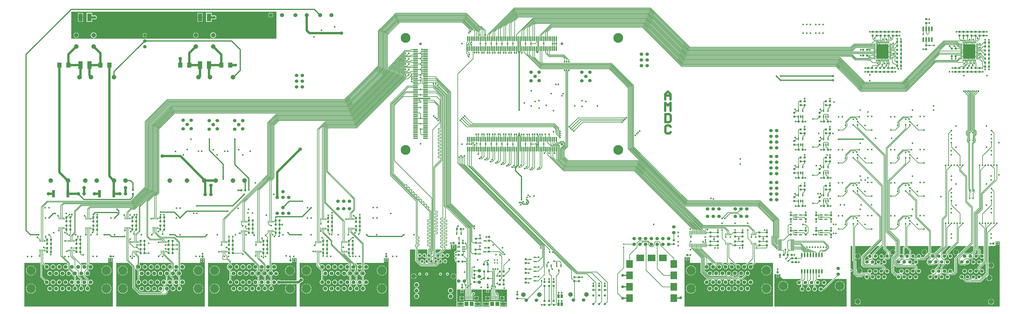
<source format=gtl>
G04*
G04 #@! TF.GenerationSoftware,Altium Limited,Altium Designer,18.1.6 (161)*
G04*
G04 Layer_Physical_Order=1*
G04 Layer_Color=255*
%FSLAX25Y25*%
%MOIN*%
G70*
G01*
G75*
%ADD11C,0.02000*%
%ADD17C,0.01000*%
%ADD18C,0.01500*%
%ADD28R,0.03937X0.05906*%
%ADD29R,0.03740X0.03740*%
%ADD30R,0.03740X0.03740*%
%ADD31R,0.02362X0.01968*%
%ADD32R,0.07500X0.13500*%
%ADD33R,0.07500X0.09000*%
%ADD34R,0.02441X0.04803*%
%ADD35R,0.01654X0.03500*%
%ADD36R,0.01200X0.03200*%
%ADD37R,0.03200X0.01200*%
%ADD38R,0.11811X0.13780*%
%ADD39R,0.13780X0.11811*%
%ADD40R,0.08000X0.02000*%
%ADD41R,0.02000X0.08000*%
%ADD42O,0.02362X0.07874*%
%ADD43R,0.01575X0.05315*%
%ADD44R,0.04900X0.12500*%
%ADD45O,0.02362X0.08661*%
%ADD46R,0.05709X0.02165*%
%ADD47R,0.05709X0.02165*%
%ADD48R,0.05118X0.02362*%
%ADD49R,0.06299X0.05512*%
%ADD50R,0.09055X0.05118*%
%ADD51R,0.07087X0.07480*%
%ADD52R,0.02362X0.05118*%
%ADD53R,0.01181X0.06299*%
%ADD54O,0.06890X0.01181*%
%ADD55C,0.04000*%
%ADD62R,0.21693X0.25787*%
%ADD96C,0.06700*%
%ADD97C,0.16000*%
%ADD98C,0.07874*%
%ADD99C,0.07000*%
%ADD100C,0.05000*%
%ADD101C,0.08200*%
%ADD102C,0.06000*%
%ADD103C,0.15748*%
%ADD104C,0.04598*%
%ADD105C,0.03000*%
%ADD106C,0.17000*%
%ADD107C,0.03937*%
%ADD108C,0.08858*%
%ADD109C,0.04000*%
%ADD110C,0.02000*%
%ADD111C,0.02598*%
G36*
X440000Y468000D02*
X211262D01*
X211000Y468035D01*
X210738Y468000D01*
X83000D01*
Y515000D01*
X440000D01*
Y468000D01*
D02*
G37*
G36*
X753500Y107323D02*
X753413D01*
Y103157D01*
X753500D01*
Y99843D01*
X753413D01*
Y99133D01*
X752976Y98841D01*
X752322Y98187D01*
X752000Y98251D01*
X751024Y98057D01*
X750198Y97505D01*
X749645Y96678D01*
X749451Y95702D01*
X749645Y94727D01*
X750198Y93900D01*
X750270Y93851D01*
Y93415D01*
X750196Y93300D01*
X749645Y92475D01*
X749451Y91500D01*
X749645Y90525D01*
X750198Y89698D01*
X751024Y89145D01*
X751234Y89103D01*
Y88594D01*
X751024Y88552D01*
X750198Y87999D01*
X749645Y87172D01*
X749451Y86197D01*
X749645Y85221D01*
X750198Y84394D01*
X750471Y84212D01*
Y81416D01*
X750587Y80831D01*
X750919Y80335D01*
X752335Y78919D01*
X752831Y78587D01*
X753416Y78471D01*
X753500D01*
Y48003D01*
X753103Y47044D01*
X752965Y46000D01*
X753103Y44956D01*
X753500Y43997D01*
Y1529D01*
X672500D01*
Y101000D01*
X681471D01*
Y81672D01*
X681587Y81086D01*
X681919Y80590D01*
X690487Y72022D01*
X690983Y71690D01*
X691568Y71574D01*
X718308D01*
X718893Y71690D01*
X719389Y72022D01*
X724359Y76991D01*
X724594Y76893D01*
X725508Y76773D01*
X726422Y76893D01*
X727273Y77246D01*
X728004Y77807D01*
X728565Y78538D01*
X728918Y79390D01*
X729038Y80303D01*
X728918Y81217D01*
X728565Y82068D01*
X728004Y82799D01*
X727273Y83360D01*
X726422Y83713D01*
X725508Y83833D01*
X724594Y83713D01*
X723743Y83360D01*
X723012Y82799D01*
X722451Y82068D01*
X722098Y81217D01*
X721978Y80303D01*
X722098Y79390D01*
X722196Y79154D01*
X717674Y74633D01*
X714653D01*
X714462Y75094D01*
X716359Y76991D01*
X716594Y76893D01*
X717508Y76773D01*
X718422Y76893D01*
X719273Y77246D01*
X720004Y77807D01*
X720565Y78538D01*
X720918Y79390D01*
X721038Y80303D01*
X720918Y81217D01*
X720565Y82068D01*
X720004Y82799D01*
X719273Y83360D01*
X718422Y83713D01*
X717508Y83833D01*
X716594Y83713D01*
X715743Y83360D01*
X715129Y82890D01*
X714629Y83061D01*
Y87087D01*
X715943Y88401D01*
X716485Y88236D01*
X716487Y88227D01*
X716819Y87731D01*
X718927Y85622D01*
X719424Y85290D01*
X720009Y85174D01*
X725900D01*
X726485Y85290D01*
X726981Y85622D01*
X728351Y86991D01*
X728586Y86893D01*
X729500Y86773D01*
X730414Y86893D01*
X731265Y87246D01*
X731996Y87807D01*
X732557Y88538D01*
X732910Y89389D01*
X733030Y90303D01*
X732910Y91217D01*
X732557Y92068D01*
X731996Y92799D01*
X731265Y93360D01*
X730414Y93713D01*
X729500Y93833D01*
X728586Y93713D01*
X727735Y93360D01*
X727004Y92799D01*
X726443Y92068D01*
X726090Y91217D01*
X725970Y90303D01*
X726090Y89389D01*
X726188Y89154D01*
X725360Y88326D01*
X724927Y88369D01*
X724672Y88814D01*
X724910Y89389D01*
X725030Y90303D01*
X724910Y91217D01*
X724812Y91452D01*
X734360Y101000D01*
X743514D01*
X743534Y109458D01*
X743746Y109500D01*
X745500D01*
Y109153D01*
X751240D01*
Y109500D01*
X753500D01*
Y107323D01*
D02*
G37*
G36*
X1698471Y1529D02*
X1439000D01*
X1439000Y61640D01*
X1439500Y62050D01*
X1440000Y61951D01*
X1440975Y62145D01*
X1441802Y62698D01*
X1442355Y63525D01*
X1442549Y64500D01*
X1442355Y65475D01*
X1441802Y66302D01*
X1440975Y66855D01*
X1440000Y67049D01*
X1439500Y66949D01*
X1439000Y67360D01*
X1439000Y107000D01*
X1442134D01*
Y81837D01*
X1442250Y81252D01*
X1442582Y80755D01*
X1443971Y79366D01*
Y59172D01*
X1444087Y58586D01*
X1444419Y58090D01*
X1449090Y53419D01*
X1449586Y53087D01*
X1450172Y52971D01*
X1458000D01*
X1458585Y53087D01*
X1459081Y53419D01*
X1461133Y55471D01*
X1462941D01*
X1463821Y54591D01*
X1463619Y54103D01*
X1463481Y53059D01*
X1463619Y52015D01*
X1464022Y51042D01*
X1464663Y50206D01*
X1465499Y49565D01*
X1466471Y49162D01*
X1467516Y49025D01*
X1468560Y49162D01*
X1469533Y49565D01*
X1470369Y50206D01*
X1471010Y51042D01*
X1471413Y52015D01*
X1471550Y53059D01*
X1471413Y54103D01*
X1471010Y55076D01*
X1470369Y55912D01*
X1469533Y56553D01*
X1468560Y56956D01*
X1468450Y56971D01*
X1468483Y57471D01*
X1470143D01*
X1473606Y54008D01*
X1473481Y53059D01*
X1473619Y52015D01*
X1474022Y51042D01*
X1474663Y50206D01*
X1475498Y49565D01*
X1476472Y49162D01*
X1477516Y49025D01*
X1478560Y49162D01*
X1479533Y49565D01*
X1480369Y50206D01*
X1481010Y51042D01*
X1481413Y52015D01*
X1481550Y53059D01*
X1481413Y54103D01*
X1481010Y55076D01*
X1480369Y55912D01*
X1479533Y56553D01*
X1478560Y56956D01*
X1477516Y57094D01*
X1476472Y56956D01*
X1475498Y56553D01*
X1475435Y56504D01*
X1473268Y58671D01*
X1473429Y59145D01*
X1473560Y59162D01*
X1474533Y59565D01*
X1475369Y60206D01*
X1476010Y61042D01*
X1476413Y62015D01*
X1476550Y63059D01*
X1476413Y64103D01*
X1476010Y65076D01*
X1475369Y65912D01*
X1474533Y66553D01*
X1473560Y66956D01*
X1472516Y67094D01*
X1471472Y66956D01*
X1470498Y66553D01*
X1469663Y65912D01*
X1469022Y65076D01*
X1468619Y64103D01*
X1468481Y63059D01*
X1468619Y62015D01*
X1469022Y61042D01*
X1469071Y60978D01*
X1468850Y60529D01*
X1459672D01*
X1459086Y60413D01*
X1458590Y60081D01*
X1456538Y58029D01*
X1451633D01*
X1449029Y60633D01*
Y63416D01*
X1449529Y63449D01*
X1449624Y62730D01*
X1450131Y61507D01*
X1450937Y60457D01*
X1451987Y59650D01*
X1453211Y59144D01*
X1454024Y59037D01*
Y64043D01*
Y69050D01*
X1453211Y68943D01*
X1451987Y68436D01*
X1450937Y67630D01*
X1450131Y66580D01*
X1449624Y65356D01*
X1449529Y64638D01*
X1449029Y64671D01*
Y80828D01*
X1448913Y81414D01*
X1448581Y81910D01*
X1447193Y83299D01*
Y85531D01*
X1447666Y85691D01*
X1447846Y85457D01*
X1448897Y84650D01*
X1450120Y84144D01*
X1450933Y84037D01*
Y89043D01*
Y94050D01*
X1450120Y93943D01*
X1448897Y93436D01*
X1447846Y92630D01*
X1447666Y92395D01*
X1447193Y92556D01*
Y107000D01*
X1474855D01*
X1475047Y106538D01*
X1457919Y89410D01*
X1457587Y88914D01*
X1457471Y88328D01*
Y74672D01*
X1457587Y74086D01*
X1457919Y73590D01*
X1461590Y69919D01*
X1462086Y69587D01*
X1462672Y69471D01*
X1493382D01*
X1494986Y67866D01*
Y67693D01*
X1494048Y66754D01*
X1493560Y66956D01*
X1492516Y67094D01*
X1491471Y66956D01*
X1490499Y66553D01*
X1489663Y65912D01*
X1489022Y65076D01*
X1488619Y64103D01*
X1488481Y63059D01*
X1488619Y62015D01*
X1489022Y61042D01*
X1489663Y60206D01*
X1490499Y59565D01*
X1491471Y59162D01*
X1492516Y59025D01*
X1493560Y59162D01*
X1494533Y59565D01*
X1495369Y60206D01*
X1496010Y61042D01*
X1496413Y62015D01*
X1496550Y63059D01*
X1496413Y64103D01*
X1496211Y64591D01*
X1497516Y65896D01*
X1498821Y64591D01*
X1498619Y64103D01*
X1498481Y63059D01*
X1498619Y62015D01*
X1499022Y61042D01*
X1499663Y60206D01*
X1500498Y59565D01*
X1501472Y59162D01*
X1502516Y59025D01*
X1503560Y59162D01*
X1504533Y59565D01*
X1505369Y60206D01*
X1506010Y61042D01*
X1506413Y62015D01*
X1506550Y63059D01*
X1506413Y64103D01*
X1506010Y65076D01*
X1505369Y65912D01*
X1504533Y66553D01*
X1503560Y66956D01*
X1502516Y67094D01*
X1501472Y66956D01*
X1500984Y66754D01*
X1500045Y67693D01*
Y69328D01*
X1499929Y69914D01*
X1499597Y70410D01*
X1495926Y74081D01*
X1495429Y74413D01*
X1494844Y74529D01*
X1487705D01*
X1487672Y75029D01*
X1487840Y75051D01*
X1488560Y75146D01*
X1489533Y75549D01*
X1490369Y76191D01*
X1491010Y77026D01*
X1491413Y77999D01*
X1491550Y79043D01*
X1491413Y80088D01*
X1491010Y81061D01*
X1490369Y81896D01*
X1489533Y82537D01*
X1488560Y82940D01*
X1487516Y83078D01*
X1486471Y82940D01*
X1485499Y82537D01*
X1484663Y81896D01*
X1484022Y81061D01*
X1483619Y80088D01*
X1483481Y79043D01*
X1483619Y77999D01*
X1484022Y77026D01*
X1484663Y76191D01*
X1485499Y75549D01*
X1486471Y75146D01*
X1487192Y75051D01*
X1487359Y75029D01*
X1487327Y74529D01*
X1477705D01*
X1477672Y75029D01*
X1478560Y75146D01*
X1479533Y75549D01*
X1480369Y76191D01*
X1481010Y77026D01*
X1481413Y77999D01*
X1481550Y79043D01*
X1481413Y80088D01*
X1481010Y81061D01*
X1480369Y81896D01*
X1479533Y82537D01*
X1478560Y82940D01*
X1477516Y83078D01*
X1476862Y82992D01*
X1476628Y83465D01*
X1478581Y85419D01*
X1478913Y85915D01*
X1478981Y86258D01*
X1479516Y86382D01*
X1479663Y86190D01*
X1480499Y85549D01*
X1481472Y85146D01*
X1482516Y85009D01*
X1483560Y85146D01*
X1484533Y85549D01*
X1485369Y86190D01*
X1486010Y87026D01*
X1486413Y87999D01*
X1486550Y89043D01*
X1486413Y90087D01*
X1486010Y91061D01*
X1485369Y91896D01*
X1484533Y92537D01*
X1483560Y92940D01*
X1482516Y93078D01*
X1481472Y92940D01*
X1480499Y92537D01*
X1480107Y92237D01*
X1479776Y92613D01*
X1494163Y107000D01*
X1495685D01*
Y101957D01*
X1495801Y101372D01*
X1496133Y100876D01*
X1500986Y96022D01*
Y92739D01*
X1500498Y92537D01*
X1499663Y91896D01*
X1499022Y91061D01*
X1498619Y90087D01*
X1498481Y89043D01*
X1498619Y87999D01*
X1499022Y87026D01*
X1499102Y86921D01*
X1498881Y86473D01*
X1497249D01*
X1496211Y87511D01*
X1496413Y87999D01*
X1496550Y89043D01*
X1496413Y90087D01*
X1496010Y91061D01*
X1495369Y91896D01*
X1494533Y92537D01*
X1493560Y92940D01*
X1492516Y93078D01*
X1491471Y92940D01*
X1490499Y92537D01*
X1489663Y91896D01*
X1489022Y91061D01*
X1488619Y90087D01*
X1488481Y89043D01*
X1488619Y87999D01*
X1489022Y87026D01*
X1489663Y86190D01*
X1490499Y85549D01*
X1491471Y85146D01*
X1492516Y85009D01*
X1493560Y85146D01*
X1494048Y85348D01*
X1495534Y83862D01*
X1496031Y83530D01*
X1496465Y83444D01*
X1496472Y82940D01*
X1495498Y82537D01*
X1494663Y81896D01*
X1494022Y81061D01*
X1493619Y80088D01*
X1493481Y79043D01*
X1493619Y77999D01*
X1494022Y77026D01*
X1494663Y76191D01*
X1495498Y75549D01*
X1496472Y75146D01*
X1497516Y75009D01*
X1498560Y75146D01*
X1499533Y75549D01*
X1500369Y76191D01*
X1501010Y77026D01*
X1501413Y77999D01*
X1501550Y79043D01*
X1501413Y80088D01*
X1501010Y81061D01*
X1500369Y81896D01*
X1499533Y82537D01*
X1498560Y82940D01*
X1498664Y83414D01*
X1504214D01*
X1504799Y83530D01*
X1505295Y83862D01*
X1507697Y86264D01*
X1508029Y86760D01*
X1508145Y87345D01*
Y92708D01*
X1508619Y92869D01*
X1508929Y92464D01*
X1509980Y91658D01*
X1511203Y91151D01*
X1512016Y91044D01*
Y96051D01*
Y101058D01*
X1511203Y100951D01*
X1509980Y100444D01*
X1508929Y99638D01*
X1508123Y98588D01*
X1507616Y97364D01*
X1507595Y97202D01*
X1507121Y97042D01*
X1500744Y103419D01*
Y107000D01*
X1516516D01*
Y99847D01*
X1516016Y99705D01*
X1515052Y100444D01*
X1513829Y100951D01*
X1513016Y101058D01*
Y96051D01*
Y90883D01*
X1513162Y90586D01*
X1510119Y87543D01*
X1509787Y87046D01*
X1509671Y86461D01*
Y61972D01*
X1509787Y61386D01*
X1510119Y60890D01*
X1516090Y54919D01*
X1516586Y54587D01*
X1517172Y54471D01*
X1518297D01*
X1518601Y53971D01*
X1518481Y53059D01*
X1518619Y52015D01*
X1519022Y51042D01*
X1519663Y50206D01*
X1520498Y49565D01*
X1521472Y49162D01*
X1522516Y49025D01*
X1523560Y49162D01*
X1524533Y49565D01*
X1525369Y50206D01*
X1526010Y51042D01*
X1526413Y52015D01*
X1526550Y53059D01*
X1526413Y54103D01*
X1526010Y55076D01*
X1525369Y55912D01*
X1525257Y55997D01*
X1525418Y56471D01*
X1526926D01*
X1528816Y54580D01*
X1528619Y54103D01*
X1528481Y53059D01*
X1528619Y52015D01*
X1529022Y51042D01*
X1529663Y50206D01*
X1530499Y49565D01*
X1531472Y49162D01*
X1532516Y49025D01*
X1533560Y49162D01*
X1534533Y49565D01*
X1535369Y50206D01*
X1536010Y51042D01*
X1536413Y52015D01*
X1536550Y53059D01*
X1536413Y54103D01*
X1536010Y55076D01*
X1535369Y55912D01*
X1534533Y56553D01*
X1533560Y56956D01*
X1532516Y57094D01*
X1531472Y56956D01*
X1530972Y56749D01*
X1528943Y58779D01*
X1529060Y59369D01*
X1529533Y59565D01*
X1530369Y60206D01*
X1531010Y61042D01*
X1531413Y62015D01*
X1531550Y63059D01*
X1531413Y64103D01*
X1531010Y65076D01*
X1530369Y65912D01*
X1529533Y66553D01*
X1528560Y66956D01*
X1527516Y67094D01*
X1526472Y66956D01*
X1525498Y66553D01*
X1524663Y65912D01*
X1524022Y65076D01*
X1523619Y64103D01*
X1523481Y63059D01*
X1523619Y62015D01*
X1524022Y61042D01*
X1524663Y60206D01*
X1524893Y60029D01*
X1524724Y59529D01*
X1518633D01*
X1514729Y63433D01*
Y73108D01*
X1515191Y73300D01*
X1518229Y70262D01*
X1518725Y69930D01*
X1519311Y69814D01*
X1549523D01*
X1549971Y69367D01*
Y67693D01*
X1549037Y66759D01*
X1548560Y66956D01*
X1547516Y67094D01*
X1546472Y66956D01*
X1545498Y66553D01*
X1544663Y65912D01*
X1544022Y65076D01*
X1543619Y64103D01*
X1543481Y63059D01*
X1543619Y62015D01*
X1544022Y61042D01*
X1544663Y60206D01*
X1545498Y59565D01*
X1546472Y59162D01*
X1547516Y59025D01*
X1548560Y59162D01*
X1549533Y59565D01*
X1550369Y60206D01*
X1551010Y61042D01*
X1551413Y62015D01*
X1551550Y63059D01*
X1551413Y64103D01*
X1551206Y64602D01*
X1552500Y65896D01*
X1553816Y64580D01*
X1553619Y64103D01*
X1553481Y63059D01*
X1553619Y62015D01*
X1554022Y61042D01*
X1554663Y60206D01*
X1555499Y59565D01*
X1556472Y59162D01*
X1557516Y59025D01*
X1558560Y59162D01*
X1559533Y59565D01*
X1560369Y60206D01*
X1561010Y61042D01*
X1561413Y62015D01*
X1561550Y63059D01*
X1561413Y64103D01*
X1561010Y65076D01*
X1560369Y65912D01*
X1559533Y66553D01*
X1558560Y66956D01*
X1557516Y67094D01*
X1556472Y66956D01*
X1555972Y66749D01*
X1555029Y67693D01*
Y70828D01*
X1554913Y71414D01*
X1554581Y71910D01*
X1552067Y74425D01*
X1551808Y74598D01*
X1551989Y75078D01*
X1552516Y75009D01*
X1553560Y75146D01*
X1554533Y75549D01*
X1555369Y76191D01*
X1556010Y77026D01*
X1556413Y77999D01*
X1556550Y79043D01*
X1556413Y80088D01*
X1556010Y81061D01*
X1555369Y81896D01*
X1555237Y81997D01*
X1555398Y82471D01*
X1567828D01*
X1568414Y82587D01*
X1568910Y82919D01*
X1576371Y90379D01*
X1576871Y90172D01*
Y87033D01*
X1572319Y82481D01*
X1571987Y81985D01*
X1571871Y81400D01*
Y77345D01*
X1571987Y76760D01*
X1572319Y76264D01*
X1574720Y73862D01*
X1575216Y73530D01*
X1575802Y73414D01*
X1583400D01*
X1583985Y73530D01*
X1584481Y73862D01*
X1585972Y75353D01*
X1586471Y75146D01*
X1587516Y75009D01*
X1588560Y75146D01*
X1589533Y75549D01*
X1590369Y76191D01*
X1590497Y76358D01*
X1590971Y76197D01*
Y72633D01*
X1586419Y68081D01*
X1586087Y67585D01*
X1585971Y67000D01*
Y65905D01*
X1585497Y65744D01*
X1585369Y65912D01*
X1584533Y66553D01*
X1583560Y66956D01*
X1582516Y67094D01*
X1581472Y66956D01*
X1580499Y66553D01*
X1579663Y65912D01*
X1579022Y65076D01*
X1578619Y64103D01*
X1578481Y63059D01*
X1578619Y62015D01*
X1579022Y61042D01*
X1579663Y60206D01*
X1580499Y59565D01*
X1580949Y59378D01*
X1581067Y58789D01*
X1579037Y56759D01*
X1578560Y56956D01*
X1577516Y57094D01*
X1576472Y56956D01*
X1575498Y56553D01*
X1574663Y55912D01*
X1574022Y55076D01*
X1573619Y54103D01*
X1573481Y53059D01*
X1573619Y52015D01*
X1574022Y51042D01*
X1574663Y50206D01*
X1575498Y49565D01*
X1576472Y49162D01*
X1577516Y49025D01*
X1578560Y49162D01*
X1579533Y49565D01*
X1580369Y50206D01*
X1581010Y51042D01*
X1581413Y52015D01*
X1581550Y53059D01*
X1581413Y54103D01*
X1581206Y54602D01*
X1583074Y56471D01*
X1584613D01*
X1584774Y55997D01*
X1584663Y55912D01*
X1584022Y55076D01*
X1583619Y54103D01*
X1583481Y53059D01*
X1583619Y52015D01*
X1584022Y51042D01*
X1584663Y50206D01*
X1585499Y49565D01*
X1586471Y49162D01*
X1587516Y49025D01*
X1588560Y49162D01*
X1589533Y49565D01*
X1590369Y50206D01*
X1591010Y51042D01*
X1591413Y52015D01*
X1591550Y53059D01*
X1591413Y54103D01*
X1591206Y54602D01*
X1593074Y56471D01*
X1594570D01*
X1594739Y55971D01*
X1594663Y55912D01*
X1594022Y55076D01*
X1593619Y54103D01*
X1593481Y53059D01*
X1593619Y52015D01*
X1594022Y51042D01*
X1594663Y50206D01*
X1595498Y49565D01*
X1596472Y49162D01*
X1597516Y49025D01*
X1598560Y49162D01*
X1599533Y49565D01*
X1600369Y50206D01*
X1601010Y51042D01*
X1601413Y52015D01*
X1601550Y53059D01*
X1601413Y54103D01*
X1601010Y55076D01*
X1600369Y55912D01*
X1599533Y56553D01*
X1598560Y56956D01*
X1597516Y57094D01*
X1596880Y57010D01*
X1596646Y57483D01*
X1598581Y59419D01*
X1598913Y59915D01*
X1598984Y60270D01*
X1599518Y60395D01*
X1599663Y60206D01*
X1600499Y59565D01*
X1601472Y59162D01*
X1602516Y59025D01*
X1603560Y59162D01*
X1604037Y59360D01*
X1606131Y57265D01*
X1606034Y56775D01*
X1605499Y56553D01*
X1604663Y55912D01*
X1604022Y55076D01*
X1603619Y54103D01*
X1603481Y53059D01*
X1603619Y52015D01*
X1604022Y51042D01*
X1604663Y50206D01*
X1605499Y49565D01*
X1606471Y49162D01*
X1607516Y49025D01*
X1608560Y49162D01*
X1609533Y49565D01*
X1610369Y50206D01*
X1611010Y51042D01*
X1611413Y52015D01*
X1611550Y53059D01*
X1611413Y54103D01*
X1611010Y55076D01*
X1610369Y55912D01*
X1610258Y55997D01*
X1610418Y56471D01*
X1619328D01*
X1619914Y56587D01*
X1620410Y56919D01*
X1624081Y60590D01*
X1624413Y61086D01*
X1624529Y61672D01*
Y83367D01*
X1626409Y85246D01*
X1626871Y85054D01*
Y77345D01*
X1626987Y76760D01*
X1627319Y76264D01*
X1629720Y73862D01*
X1630216Y73530D01*
X1630802Y73414D01*
X1638400D01*
X1638985Y73530D01*
X1639481Y73862D01*
X1640973Y75353D01*
X1641471Y75146D01*
X1642516Y75009D01*
X1643560Y75146D01*
X1644533Y75549D01*
X1645369Y76191D01*
X1646010Y77026D01*
X1646413Y77999D01*
X1646550Y79043D01*
X1646413Y80088D01*
X1646010Y81061D01*
X1645369Y81896D01*
X1644533Y82537D01*
X1643560Y82940D01*
X1643664Y83414D01*
X1649214D01*
X1649799Y83530D01*
X1650295Y83862D01*
X1653410Y86976D01*
X1653466Y87061D01*
X1654022Y87026D01*
X1654663Y86190D01*
X1655499Y85549D01*
X1656471Y85146D01*
X1657516Y85009D01*
X1658560Y85146D01*
X1659533Y85549D01*
X1660369Y86190D01*
X1661010Y87026D01*
X1661413Y87999D01*
X1661550Y89043D01*
X1661413Y90087D01*
X1661230Y90528D01*
X1662583Y91880D01*
X1663840Y90623D01*
X1663619Y90087D01*
X1663481Y89043D01*
X1663619Y87999D01*
X1664022Y87026D01*
X1664663Y86190D01*
X1665499Y85549D01*
X1666471Y85146D01*
X1667516Y85009D01*
X1668560Y85146D01*
X1669533Y85549D01*
X1669971Y85885D01*
X1670471Y85638D01*
Y80879D01*
X1666504Y76913D01*
X1666080Y77196D01*
X1666413Y77999D01*
X1666550Y79043D01*
X1666413Y80088D01*
X1666010Y81061D01*
X1665369Y81896D01*
X1664533Y82537D01*
X1663560Y82940D01*
X1662516Y83078D01*
X1661472Y82940D01*
X1660498Y82537D01*
X1659663Y81896D01*
X1659022Y81061D01*
X1658619Y80088D01*
X1658481Y79043D01*
X1658619Y77999D01*
X1659022Y77026D01*
X1659663Y76191D01*
X1660498Y75549D01*
X1661472Y75146D01*
X1662516Y75009D01*
X1663560Y75146D01*
X1664363Y75479D01*
X1664647Y75055D01*
X1660501Y70910D01*
X1660170Y70414D01*
X1660053Y69828D01*
Y67693D01*
X1659095Y66734D01*
X1658560Y66956D01*
X1657516Y67094D01*
X1656471Y66956D01*
X1655499Y66553D01*
X1654663Y65912D01*
X1654022Y65076D01*
X1653619Y64103D01*
X1653481Y63059D01*
X1653619Y62015D01*
X1654022Y61042D01*
X1654663Y60206D01*
X1655499Y59565D01*
X1656471Y59162D01*
X1657516Y59025D01*
X1658560Y59162D01*
X1659533Y59565D01*
X1660369Y60206D01*
X1661010Y61042D01*
X1661413Y62015D01*
X1661550Y63059D01*
X1661413Y64103D01*
X1661230Y64544D01*
X1662583Y65896D01*
X1663840Y64639D01*
X1663619Y64103D01*
X1663481Y63059D01*
X1663619Y62015D01*
X1664022Y61042D01*
X1664663Y60206D01*
X1665499Y59565D01*
X1666471Y59162D01*
X1667516Y59025D01*
X1668560Y59162D01*
X1669533Y59565D01*
X1670369Y60206D01*
X1671010Y61042D01*
X1671413Y62015D01*
X1671550Y63059D01*
X1671413Y64103D01*
X1671010Y65076D01*
X1670369Y65912D01*
X1669533Y66553D01*
X1668560Y66956D01*
X1667516Y67094D01*
X1666471Y66956D01*
X1666031Y66774D01*
X1665112Y67693D01*
Y68366D01*
X1673609Y76863D01*
X1674071Y76672D01*
Y59233D01*
X1666927Y52090D01*
X1666453Y52323D01*
X1666550Y53059D01*
X1666413Y54103D01*
X1666010Y55076D01*
X1665369Y55912D01*
X1664533Y56553D01*
X1663560Y56956D01*
X1662516Y57094D01*
X1661472Y56956D01*
X1660498Y56553D01*
X1659663Y55912D01*
X1659022Y55076D01*
X1658619Y54103D01*
X1658481Y53059D01*
X1658619Y52015D01*
X1659022Y51042D01*
X1659663Y50206D01*
X1660498Y49565D01*
X1660585Y49529D01*
X1660485Y49029D01*
X1654546D01*
X1654447Y49529D01*
X1654533Y49565D01*
X1655369Y50206D01*
X1656010Y51042D01*
X1656413Y52015D01*
X1656550Y53059D01*
X1656413Y54103D01*
X1656010Y55076D01*
X1655369Y55912D01*
X1654533Y56553D01*
X1653560Y56956D01*
X1652516Y57094D01*
X1651472Y56956D01*
X1650499Y56553D01*
X1649663Y55912D01*
X1649022Y55076D01*
X1648619Y54103D01*
X1648481Y53059D01*
X1648619Y52015D01*
X1649022Y51042D01*
X1649663Y50206D01*
X1650499Y49565D01*
X1650585Y49529D01*
X1650485Y49029D01*
X1648693D01*
X1646206Y51516D01*
X1646413Y52015D01*
X1646550Y53059D01*
X1646413Y54103D01*
X1646010Y55076D01*
X1645369Y55912D01*
X1644533Y56553D01*
X1643560Y56956D01*
X1642516Y57094D01*
X1641471Y56956D01*
X1640499Y56553D01*
X1639663Y55912D01*
X1639022Y55076D01*
X1638619Y54103D01*
X1638481Y53059D01*
X1638619Y52015D01*
X1639022Y51042D01*
X1639663Y50206D01*
X1640499Y49565D01*
X1641471Y49162D01*
X1642516Y49025D01*
X1643560Y49162D01*
X1644037Y49360D01*
X1645905Y47491D01*
X1645713Y47029D01*
X1640693D01*
X1636206Y51516D01*
X1636413Y52015D01*
X1636550Y53059D01*
X1636413Y54103D01*
X1636010Y55076D01*
X1635369Y55912D01*
X1634533Y56553D01*
X1633560Y56956D01*
X1632516Y57094D01*
X1631471Y56956D01*
X1630499Y56553D01*
X1629663Y55912D01*
X1629022Y55076D01*
X1628619Y54103D01*
X1628481Y53059D01*
X1628619Y52015D01*
X1629022Y51042D01*
X1629663Y50206D01*
X1630499Y49565D01*
X1631471Y49162D01*
X1632516Y49025D01*
X1633560Y49162D01*
X1634037Y49360D01*
X1638978Y44418D01*
X1639474Y44087D01*
X1640059Y43971D01*
X1665328D01*
X1665914Y44087D01*
X1666410Y44419D01*
X1675402Y53411D01*
X1675826Y53128D01*
X1675510Y52364D01*
X1675403Y51551D01*
X1679909D01*
Y56058D01*
X1679097Y55951D01*
X1678333Y55635D01*
X1678050Y56059D01*
X1678681Y56690D01*
X1679013Y57186D01*
X1679129Y57772D01*
Y69716D01*
X1679603Y69877D01*
X1679913Y69472D01*
X1680964Y68666D01*
X1682187Y68159D01*
X1683000Y68052D01*
Y73059D01*
Y78066D01*
X1682187Y77959D01*
X1680964Y77452D01*
X1679913Y76646D01*
X1679603Y76241D01*
X1679129Y76402D01*
Y107000D01*
X1685500D01*
X1691000D01*
Y115000D01*
X1698471D01*
Y1529D01*
D02*
G37*
G36*
X1652371Y107000D02*
Y98533D01*
X1648510Y94673D01*
X1636489D01*
X1636297Y95135D01*
X1648163Y107000D01*
X1652371D01*
D02*
G37*
G36*
X1596471D02*
Y106133D01*
X1585010Y94673D01*
X1580802D01*
X1580217Y94556D01*
X1580029Y94431D01*
X1579529Y94699D01*
Y107000D01*
X1596471D01*
D02*
G37*
G36*
X1574471D02*
Y95634D01*
X1572519Y93682D01*
X1572095Y93965D01*
X1572415Y94738D01*
X1572523Y95551D01*
X1568016D01*
Y91044D01*
X1568829Y91151D01*
X1569602Y91472D01*
X1569885Y91048D01*
X1566366Y87529D01*
X1561668D01*
X1561424Y87894D01*
X1561417Y88029D01*
X1561550Y89043D01*
X1561413Y90087D01*
X1561010Y91061D01*
X1560369Y91896D01*
X1559533Y92537D01*
X1558560Y92940D01*
X1557516Y93078D01*
X1556472Y92940D01*
X1555499Y92537D01*
X1554663Y91896D01*
X1554022Y91061D01*
X1553619Y90087D01*
X1553481Y89043D01*
X1553619Y87999D01*
X1554022Y87026D01*
X1554663Y86190D01*
X1554873Y86029D01*
X1554703Y85529D01*
X1553177D01*
X1551206Y87500D01*
X1551413Y87999D01*
X1551550Y89043D01*
X1551413Y90087D01*
X1551010Y91061D01*
X1550369Y91896D01*
X1549533Y92537D01*
X1548560Y92940D01*
X1547516Y93078D01*
X1546472Y92940D01*
X1545498Y92537D01*
X1544663Y91896D01*
X1544503Y91688D01*
X1544029Y91848D01*
Y99498D01*
X1543913Y100083D01*
X1543581Y100580D01*
X1538193Y105968D01*
Y107000D01*
X1574471Y107000D01*
D02*
G37*
G36*
X726552Y101000D02*
X726744Y100538D01*
X721638Y95433D01*
X720009D01*
X719424Y95316D01*
X718927Y94985D01*
X717491Y93549D01*
X717029Y93740D01*
Y101000D01*
X726552D01*
D02*
G37*
G36*
X1640355Y107000D02*
X1640547Y106538D01*
X1627398Y93389D01*
X1626974Y93672D01*
X1627415Y94738D01*
X1627522Y95551D01*
X1623016D01*
Y91044D01*
X1623829Y91151D01*
X1624895Y91593D01*
X1625178Y91169D01*
X1619919Y85910D01*
X1619587Y85414D01*
X1619471Y84828D01*
Y63134D01*
X1617867Y61529D01*
X1616721D01*
X1616409Y61925D01*
X1616415Y62029D01*
X1616550Y63059D01*
X1616413Y64103D01*
X1616010Y65076D01*
X1615369Y65912D01*
X1614533Y66553D01*
X1613560Y66956D01*
X1612516Y67094D01*
X1611472Y66956D01*
X1610498Y66553D01*
X1609663Y65912D01*
X1609022Y65076D01*
X1608619Y64103D01*
X1608481Y63059D01*
X1608619Y62015D01*
X1609022Y61042D01*
X1609663Y60206D01*
X1609893Y60029D01*
X1609724Y59529D01*
X1608192D01*
X1606206Y61516D01*
X1606413Y62015D01*
X1606550Y63059D01*
X1606413Y64103D01*
X1606010Y65076D01*
X1605369Y65912D01*
X1604533Y66553D01*
X1603560Y66956D01*
X1602516Y67094D01*
X1601472Y66956D01*
X1600499Y66553D01*
X1599663Y65912D01*
X1599503Y65703D01*
X1599029Y65864D01*
Y69867D01*
X1603581Y74419D01*
X1603913Y74915D01*
X1604029Y75500D01*
Y76238D01*
X1604503Y76399D01*
X1604663Y76191D01*
X1605499Y75549D01*
X1606471Y75146D01*
X1607516Y75009D01*
X1608560Y75146D01*
X1609533Y75549D01*
X1610369Y76191D01*
X1611010Y77026D01*
X1611413Y77999D01*
X1611550Y79043D01*
X1611413Y80088D01*
X1611010Y81061D01*
X1610369Y81896D01*
X1609533Y82537D01*
X1608560Y82940D01*
X1607516Y83078D01*
X1606471Y82940D01*
X1605499Y82537D01*
X1604663Y81896D01*
X1604502Y81687D01*
X1603967Y81811D01*
X1603913Y82085D01*
X1603581Y82581D01*
X1601528Y84635D01*
X1601762Y85108D01*
X1602516Y85009D01*
X1603560Y85146D01*
X1604533Y85549D01*
X1605369Y86190D01*
X1606010Y87026D01*
X1606413Y87999D01*
X1606550Y89043D01*
X1606413Y90087D01*
X1606206Y90587D01*
X1607500Y91880D01*
X1608816Y90564D01*
X1608619Y90087D01*
X1608481Y89043D01*
X1608619Y87999D01*
X1609022Y87026D01*
X1609663Y86190D01*
X1610498Y85549D01*
X1611472Y85146D01*
X1612516Y85009D01*
X1613560Y85146D01*
X1614533Y85549D01*
X1615369Y86190D01*
X1616010Y87026D01*
X1616413Y87999D01*
X1616550Y89043D01*
X1616413Y90087D01*
X1616010Y91061D01*
X1615369Y91896D01*
X1614533Y92537D01*
X1613560Y92940D01*
X1612516Y93078D01*
X1611472Y92940D01*
X1610973Y92734D01*
X1610029Y93677D01*
Y94867D01*
X1622163Y107000D01*
X1640355D01*
D02*
G37*
G36*
X1614355D02*
X1614547Y106538D01*
X1605419Y97410D01*
X1605087Y96914D01*
X1604971Y96328D01*
Y93677D01*
X1604037Y92743D01*
X1603560Y92940D01*
X1602516Y93078D01*
X1601472Y92940D01*
X1600499Y92537D01*
X1599663Y91896D01*
X1599503Y91688D01*
X1599029Y91848D01*
Y96447D01*
X1607581Y104999D01*
X1607913Y105495D01*
X1608029Y106080D01*
Y107000D01*
X1614355D01*
D02*
G37*
G36*
X1660053Y98366D02*
Y93677D01*
X1659095Y92719D01*
X1658560Y92940D01*
X1657516Y93078D01*
X1656471Y92940D01*
X1655499Y92537D01*
X1654663Y91896D01*
X1654358Y91499D01*
X1653858Y91668D01*
Y92866D01*
X1656981Y95990D01*
X1657313Y96486D01*
X1657429Y97072D01*
Y100337D01*
X1657891Y100529D01*
X1660053Y98366D01*
D02*
G37*
G36*
X1532630Y107000D02*
X1532837Y106500D01*
X1530519Y104181D01*
X1530187Y103685D01*
X1530071Y103100D01*
X1530086Y103021D01*
Y92678D01*
X1529638Y92457D01*
X1529533Y92537D01*
X1528560Y92940D01*
X1527516Y93078D01*
X1526472Y92940D01*
X1525629Y92592D01*
X1525129Y92822D01*
Y107000D01*
X1532630D01*
D02*
G37*
G36*
X1670471Y107000D02*
Y92448D01*
X1669971Y92202D01*
X1669533Y92537D01*
X1668560Y92940D01*
X1667516Y93078D01*
X1666471Y92940D01*
X1666031Y92758D01*
X1665112Y93677D01*
Y99828D01*
X1664996Y100414D01*
X1664664Y100910D01*
X1661029Y104545D01*
Y107000D01*
X1670471D01*
D02*
G37*
G36*
X1535174Y104360D02*
X1535571Y104256D01*
X1535603Y104233D01*
X1540971Y98865D01*
Y91889D01*
X1540497Y91729D01*
X1540369Y91896D01*
X1539533Y92537D01*
X1538560Y92940D01*
X1537516Y93078D01*
X1536471Y92940D01*
X1535499Y92537D01*
X1534663Y91896D01*
X1534022Y91061D01*
X1533619Y90087D01*
X1533145Y90191D01*
Y102482D01*
X1535036Y104374D01*
X1535174Y104360D01*
D02*
G37*
G36*
X1489184Y107000D02*
X1489375Y106538D01*
X1476419Y93581D01*
X1476087Y93085D01*
X1475971Y92500D01*
Y91889D01*
X1475497Y91729D01*
X1475369Y91896D01*
X1474533Y92537D01*
X1473560Y92940D01*
X1472516Y93078D01*
X1471589Y92956D01*
X1471366Y93280D01*
X1471328Y93402D01*
X1484926Y107000D01*
X1489184D01*
D02*
G37*
G36*
X702129Y101000D02*
X702517Y100500D01*
X702471Y100268D01*
Y92105D01*
X702443Y92068D01*
X702090Y91217D01*
X701970Y90303D01*
X702090Y89389D01*
X702380Y88690D01*
X702181Y88279D01*
X702084Y88184D01*
X701813Y88153D01*
X700812Y89154D01*
X700910Y89389D01*
X701030Y90303D01*
X700910Y91217D01*
X700557Y92068D01*
X699996Y92799D01*
X699265Y93360D01*
X698414Y93713D01*
X697500Y93833D01*
X696586Y93713D01*
X695735Y93360D01*
X695004Y92799D01*
X694443Y92068D01*
X694090Y91217D01*
X693970Y90303D01*
X694090Y89389D01*
X694443Y88538D01*
X695004Y87807D01*
X695735Y87246D01*
X696586Y86893D01*
X697500Y86773D01*
X698414Y86893D01*
X698649Y86991D01*
X700222Y85419D01*
X700718Y85087D01*
X701303Y84971D01*
X706788D01*
X707373Y85087D01*
X707471Y85152D01*
X707971Y84885D01*
Y83458D01*
X707735Y83360D01*
X707004Y82799D01*
X706443Y82068D01*
X706090Y81217D01*
X705970Y80303D01*
X706090Y79390D01*
X706324Y78825D01*
X706066Y78376D01*
X705641Y78333D01*
X704820Y79154D01*
X704918Y79390D01*
X705038Y80303D01*
X704918Y81217D01*
X704565Y82068D01*
X704004Y82799D01*
X703273Y83360D01*
X702422Y83713D01*
X701508Y83833D01*
X700594Y83713D01*
X699743Y83360D01*
X699012Y82799D01*
X698451Y82068D01*
X698098Y81217D01*
X697978Y80303D01*
X698098Y79390D01*
X698451Y78538D01*
X699012Y77807D01*
X699743Y77246D01*
X700016Y77133D01*
X699917Y76633D01*
X695099D01*
X694999Y77133D01*
X695273Y77246D01*
X696004Y77807D01*
X696565Y78538D01*
X696918Y79390D01*
X697038Y80303D01*
X696918Y81217D01*
X696565Y82068D01*
X696004Y82799D01*
X695273Y83360D01*
X694422Y83713D01*
X693508Y83833D01*
X692594Y83713D01*
X691743Y83360D01*
X691012Y82799D01*
X690451Y82068D01*
X690098Y81217D01*
X689988Y80382D01*
X689551Y80112D01*
X686529Y83134D01*
Y87647D01*
X686858Y87759D01*
X687029Y87787D01*
X687735Y87246D01*
X688586Y86893D01*
X689500Y86773D01*
X690414Y86893D01*
X691265Y87246D01*
X691996Y87807D01*
X692557Y88538D01*
X692910Y89389D01*
X693030Y90303D01*
X692910Y91217D01*
X692557Y92068D01*
X691996Y92799D01*
X691265Y93360D01*
X690414Y93713D01*
X689500Y93833D01*
X688586Y93713D01*
X687735Y93360D01*
X687029Y92819D01*
X686858Y92847D01*
X686529Y92959D01*
Y101000D01*
X702129D01*
D02*
G37*
G36*
X315500Y1529D02*
X161500D01*
X161500Y77500D01*
X182228Y77500D01*
X189371Y70357D01*
Y34837D01*
X189487Y34252D01*
X189819Y33756D01*
X201156Y22419D01*
X201652Y22087D01*
X202237Y21971D01*
X247000D01*
X247585Y22087D01*
X248081Y22419D01*
X250365Y24702D01*
X250696Y25198D01*
X250813Y25783D01*
Y28625D01*
X251477Y28900D01*
X252386Y29597D01*
X253083Y30506D01*
X253521Y31564D01*
X253671Y32700D01*
X253521Y33836D01*
X253083Y34894D01*
X252386Y35803D01*
X251477Y36500D01*
X250419Y36938D01*
X249283Y37088D01*
X248148Y36938D01*
X247090Y36500D01*
X246181Y35803D01*
X245660Y35946D01*
X245651Y35988D01*
X250365Y40702D01*
X250696Y41198D01*
X250940Y41306D01*
X251230Y41320D01*
X251631Y40797D01*
X252540Y40100D01*
X253598Y39662D01*
X254733Y39513D01*
X255869Y39662D01*
X256927Y40100D01*
X257836Y40797D01*
X258154Y41212D01*
X258654Y41042D01*
Y36775D01*
X257990Y36500D01*
X257081Y35803D01*
X256384Y34894D01*
X255945Y33836D01*
X255796Y32700D01*
X255945Y31564D01*
X256384Y30506D01*
X257081Y29597D01*
X257990Y28900D01*
X259048Y28462D01*
X260183Y28313D01*
X261319Y28462D01*
X262377Y28900D01*
X263286Y29597D01*
X263983Y30506D01*
X264421Y31564D01*
X264571Y32700D01*
X264421Y33836D01*
X263983Y34894D01*
X263286Y35803D01*
X262377Y36500D01*
X261713Y36775D01*
Y41042D01*
X262213Y41212D01*
X262531Y40797D01*
X263440Y40100D01*
X264498Y39662D01*
X265633Y39513D01*
X266769Y39662D01*
X267827Y40100D01*
X268736Y40797D01*
X269054Y41212D01*
X269554Y41042D01*
Y36775D01*
X268890Y36500D01*
X267981Y35803D01*
X267284Y34894D01*
X266845Y33836D01*
X266696Y32700D01*
X266845Y31564D01*
X267284Y30506D01*
X267981Y29597D01*
X268890Y28900D01*
X269948Y28462D01*
X271083Y28313D01*
X272219Y28462D01*
X273277Y28900D01*
X274186Y29597D01*
X274883Y30506D01*
X275321Y31564D01*
X275471Y32700D01*
X275321Y33836D01*
X274883Y34894D01*
X274186Y35803D01*
X273277Y36500D01*
X272613Y36775D01*
Y41042D01*
X273113Y41212D01*
X273431Y40797D01*
X274340Y40100D01*
X275398Y39662D01*
X276533Y39513D01*
X277669Y39662D01*
X278727Y40100D01*
X279636Y40797D01*
X280333Y41706D01*
X280771Y42764D01*
X280921Y43900D01*
X280771Y45036D01*
X280333Y46094D01*
X279636Y47003D01*
X278727Y47700D01*
X277669Y48138D01*
X276533Y48287D01*
X275398Y48138D01*
X274340Y47700D01*
X273431Y47003D01*
X273113Y46588D01*
X272613Y46758D01*
Y53007D01*
X272496Y53592D01*
X272165Y54088D01*
X271710Y54543D01*
X271871Y55016D01*
X272219Y55062D01*
X273277Y55500D01*
X274186Y56198D01*
X274883Y57106D01*
X275321Y58164D01*
X275471Y59300D01*
X275321Y60436D01*
X274883Y61494D01*
X274186Y62402D01*
X273277Y63100D01*
X273213Y63126D01*
Y66935D01*
X273713Y67181D01*
X274340Y66700D01*
X275398Y66262D01*
X276533Y66113D01*
X277669Y66262D01*
X278727Y66700D01*
X279636Y67397D01*
X280333Y68306D01*
X280771Y69364D01*
X280921Y70500D01*
X280771Y71636D01*
X280333Y72694D01*
X279636Y73602D01*
X278727Y74300D01*
X277669Y74738D01*
X276533Y74888D01*
X275398Y74738D01*
X274340Y74300D01*
X273713Y73819D01*
X273213Y74065D01*
Y77500D01*
X307500Y77500D01*
X307500Y85500D01*
X308633D01*
Y85476D01*
X314373D01*
Y85500D01*
X315500D01*
Y1529D01*
D02*
G37*
G36*
X1468279Y90193D02*
X1468603Y89971D01*
X1468481Y89043D01*
X1468619Y87999D01*
X1469022Y87026D01*
X1469663Y86190D01*
X1470498Y85549D01*
X1470960Y85358D01*
X1471078Y84768D01*
X1469048Y82738D01*
X1468560Y82940D01*
X1467516Y83078D01*
X1466471Y82940D01*
X1465499Y82537D01*
X1464663Y81896D01*
X1464603Y81818D01*
X1464129Y81979D01*
Y86204D01*
X1468157Y90231D01*
X1468279Y90193D01*
D02*
G37*
G36*
X1544663Y86190D02*
X1545498Y85549D01*
X1546472Y85146D01*
X1547516Y85009D01*
X1548560Y85146D01*
X1549037Y85344D01*
X1551131Y83249D01*
X1551033Y82759D01*
X1550498Y82537D01*
X1549663Y81896D01*
X1549022Y81061D01*
X1548619Y80088D01*
X1548481Y79043D01*
X1548619Y77999D01*
X1549022Y77026D01*
X1549663Y76191D01*
X1550498Y75549D01*
X1550925Y75373D01*
X1550825Y74873D01*
X1544206D01*
X1544107Y75373D01*
X1544533Y75549D01*
X1545369Y76191D01*
X1546010Y77026D01*
X1546413Y77999D01*
X1546550Y79043D01*
X1546413Y80088D01*
X1546010Y81061D01*
X1545369Y81896D01*
X1544533Y82537D01*
X1543560Y82940D01*
X1542516Y83078D01*
X1542394Y83062D01*
X1542173Y83510D01*
X1543581Y84919D01*
X1543913Y85415D01*
X1544029Y86000D01*
Y86238D01*
X1544503Y86399D01*
X1544663Y86190D01*
D02*
G37*
G36*
X588021Y74307D02*
X587572Y74086D01*
X587294Y74300D01*
X586236Y74738D01*
X585100Y74888D01*
X583964Y74738D01*
X582906Y74300D01*
X582139Y73711D01*
X582079Y73696D01*
X581663Y73743D01*
X581521Y73803D01*
X581331Y74087D01*
X578381Y77038D01*
X578572Y77500D01*
X588021D01*
Y74307D01*
D02*
G37*
G36*
X635000Y1529D02*
X480500D01*
Y41335D01*
X481054Y41760D01*
X483296Y44003D01*
X484058Y44103D01*
X485031Y44506D01*
X485867Y45147D01*
X486508Y45983D01*
X486911Y46956D01*
X487049Y48000D01*
X486911Y49044D01*
X486508Y50017D01*
X485867Y50853D01*
X485031Y51494D01*
X484058Y51897D01*
X483014Y52034D01*
X481970Y51897D01*
X480997Y51494D01*
X480948Y51457D01*
X480500Y51678D01*
Y77500D01*
X509520D01*
Y72857D01*
X509637Y72272D01*
X509968Y71776D01*
X518171Y63573D01*
Y47975D01*
X517506Y47700D01*
X516598Y47003D01*
X515900Y46094D01*
X515462Y45036D01*
X515312Y43900D01*
X515462Y42764D01*
X515900Y41706D01*
X516598Y40797D01*
X517506Y40100D01*
X518564Y39662D01*
X519700Y39513D01*
X520836Y39662D01*
X521894Y40100D01*
X522802Y40797D01*
X523500Y41706D01*
X523938Y42764D01*
X524087Y43900D01*
X523938Y45036D01*
X523500Y46094D01*
X522802Y47003D01*
X521894Y47700D01*
X521229Y47975D01*
Y56442D01*
X521729Y56612D01*
X522048Y56198D01*
X522956Y55500D01*
X524014Y55062D01*
X525150Y54913D01*
X526286Y55062D01*
X527344Y55500D01*
X528253Y56198D01*
X528950Y57106D01*
X529388Y58164D01*
X529537Y59300D01*
X529388Y60436D01*
X528950Y61494D01*
X528253Y62402D01*
X527344Y63100D01*
X526286Y63538D01*
X525150Y63687D01*
X524014Y63538D01*
X522956Y63100D01*
X522048Y62402D01*
X521729Y61988D01*
X521229Y62158D01*
Y64207D01*
X521113Y64792D01*
X520781Y65288D01*
X520327Y65743D01*
X520488Y66216D01*
X520836Y66262D01*
X521894Y66700D01*
X522802Y67397D01*
X523500Y68306D01*
X523938Y69364D01*
X524087Y70500D01*
X523938Y71636D01*
X523500Y72694D01*
X522802Y73602D01*
X521894Y74300D01*
X520836Y74738D01*
X519700Y74888D01*
X518564Y74738D01*
X517900Y74463D01*
X515363Y77000D01*
X515570Y77500D01*
X564475D01*
X566221Y75755D01*
Y74307D01*
X565772Y74086D01*
X565494Y74300D01*
X564436Y74738D01*
X563300Y74888D01*
X562164Y74738D01*
X561106Y74300D01*
X560197Y73602D01*
X559500Y72694D01*
X559062Y71636D01*
X558912Y70500D01*
X559062Y69364D01*
X559500Y68306D01*
X560197Y67397D01*
X561106Y66700D01*
X562164Y66262D01*
X563300Y66113D01*
X564436Y66262D01*
X565494Y66700D01*
X565772Y66914D01*
X566221Y66693D01*
Y65227D01*
X563218Y62225D01*
X562887Y61729D01*
X562771Y61143D01*
Y57457D01*
X562887Y56871D01*
X563218Y56375D01*
X567221Y52373D01*
Y46758D01*
X566721Y46588D01*
X566402Y47003D01*
X565494Y47700D01*
X564436Y48138D01*
X563300Y48287D01*
X562164Y48138D01*
X561106Y47700D01*
X560197Y47003D01*
X559500Y46094D01*
X559062Y45036D01*
X558912Y43900D01*
X559062Y42764D01*
X559500Y41706D01*
X560197Y40797D01*
X561106Y40100D01*
X562164Y39662D01*
X563300Y39513D01*
X564436Y39662D01*
X565494Y40100D01*
X566402Y40797D01*
X566721Y41212D01*
X567221Y41042D01*
Y36775D01*
X566556Y36500D01*
X565648Y35803D01*
X564950Y34894D01*
X564512Y33836D01*
X564362Y32700D01*
X564512Y31564D01*
X564950Y30506D01*
X565648Y29597D01*
X566556Y28900D01*
X567614Y28462D01*
X568750Y28313D01*
X569886Y28462D01*
X570944Y28900D01*
X571852Y29597D01*
X572550Y30506D01*
X572988Y31564D01*
X573138Y32700D01*
X572988Y33836D01*
X572550Y34894D01*
X571852Y35803D01*
X570944Y36500D01*
X570279Y36775D01*
Y41042D01*
X570779Y41212D01*
X571098Y40797D01*
X572006Y40100D01*
X573064Y39662D01*
X574200Y39513D01*
X575336Y39662D01*
X576394Y40100D01*
X577303Y40797D01*
X577621Y41212D01*
X578121Y41042D01*
Y36775D01*
X577456Y36500D01*
X576547Y35803D01*
X575850Y34894D01*
X575412Y33836D01*
X575262Y32700D01*
X575412Y31564D01*
X575850Y30506D01*
X576547Y29597D01*
X577456Y28900D01*
X578514Y28462D01*
X579650Y28313D01*
X580786Y28462D01*
X581844Y28900D01*
X582753Y29597D01*
X583450Y30506D01*
X583888Y31564D01*
X584037Y32700D01*
X583888Y33836D01*
X583450Y34894D01*
X582753Y35803D01*
X581844Y36500D01*
X581179Y36775D01*
Y41042D01*
X581679Y41212D01*
X581997Y40797D01*
X582906Y40100D01*
X583964Y39662D01*
X585100Y39513D01*
X586236Y39662D01*
X587294Y40100D01*
X588202Y40797D01*
X588521Y41212D01*
X589021Y41042D01*
Y36775D01*
X588356Y36500D01*
X587448Y35803D01*
X586750Y34894D01*
X586312Y33836D01*
X586162Y32700D01*
X586312Y31564D01*
X586750Y30506D01*
X587448Y29597D01*
X588356Y28900D01*
X589414Y28462D01*
X590550Y28313D01*
X591686Y28462D01*
X592744Y28900D01*
X593652Y29597D01*
X594350Y30506D01*
X594788Y31564D01*
X594938Y32700D01*
X594788Y33836D01*
X594350Y34894D01*
X593652Y35803D01*
X592744Y36500D01*
X592079Y36775D01*
Y41042D01*
X592579Y41212D01*
X592898Y40797D01*
X593806Y40100D01*
X594864Y39662D01*
X596000Y39513D01*
X597136Y39662D01*
X598194Y40100D01*
X599102Y40797D01*
X599800Y41706D01*
X600238Y42764D01*
X600387Y43900D01*
X600238Y45036D01*
X599800Y46094D01*
X599102Y47003D01*
X598194Y47700D01*
X597136Y48138D01*
X596000Y48287D01*
X594864Y48138D01*
X593806Y47700D01*
X592898Y47003D01*
X592579Y46588D01*
X592079Y46758D01*
Y53007D01*
X591963Y53592D01*
X591631Y54088D01*
X591177Y54543D01*
X591338Y55016D01*
X591686Y55062D01*
X592744Y55500D01*
X593652Y56198D01*
X594350Y57106D01*
X594788Y58164D01*
X594938Y59300D01*
X594788Y60436D01*
X594350Y61494D01*
X593652Y62402D01*
X592744Y63100D01*
X592679Y63126D01*
Y66935D01*
X593179Y67181D01*
X593806Y66700D01*
X594864Y66262D01*
X596000Y66113D01*
X597136Y66262D01*
X598194Y66700D01*
X599102Y67397D01*
X599800Y68306D01*
X600238Y69364D01*
X600387Y70500D01*
X600238Y71636D01*
X599800Y72694D01*
X599102Y73602D01*
X598194Y74300D01*
X597136Y74738D01*
X596000Y74888D01*
X594864Y74738D01*
X593806Y74300D01*
X593179Y73819D01*
X592679Y74065D01*
Y77500D01*
X627000D01*
Y85707D01*
X635000D01*
Y1529D01*
D02*
G37*
G36*
X257654Y75183D02*
Y74307D01*
X257206Y74086D01*
X256927Y74300D01*
X255869Y74738D01*
X254733Y74888D01*
X253598Y74738D01*
X252540Y74300D01*
X251631Y73602D01*
X250934Y72694D01*
X250495Y71636D01*
X250346Y70500D01*
X250495Y69364D01*
X250934Y68306D01*
X251631Y67397D01*
X252540Y66700D01*
X253598Y66262D01*
X254040Y66204D01*
X254295Y65666D01*
X254204Y65207D01*
Y54850D01*
X254320Y54265D01*
X254652Y53769D01*
X258654Y49766D01*
Y46758D01*
X258154Y46588D01*
X257836Y47003D01*
X256927Y47700D01*
X255869Y48138D01*
X254733Y48287D01*
X253598Y48138D01*
X252540Y47700D01*
X251631Y47003D01*
X251313Y46588D01*
X250813Y46758D01*
Y55225D01*
X251477Y55500D01*
X252386Y56198D01*
X253083Y57106D01*
X253521Y58164D01*
X253671Y59300D01*
X253521Y60436D01*
X253083Y61494D01*
X252386Y62402D01*
X251477Y63100D01*
X250419Y63538D01*
X249283Y63687D01*
X248148Y63538D01*
X247090Y63100D01*
X246181Y62402D01*
X245484Y61494D01*
X245045Y60436D01*
X244896Y59300D01*
X245045Y58164D01*
X245484Y57106D01*
X246181Y56198D01*
X247090Y55500D01*
X247754Y55225D01*
Y46758D01*
X247254Y46588D01*
X246936Y47003D01*
X246027Y47700D01*
X244969Y48138D01*
X243833Y48287D01*
X242698Y48138D01*
X241640Y47700D01*
X240731Y47003D01*
X240034Y46094D01*
X239595Y45036D01*
X239446Y43900D01*
X239595Y42764D01*
X240034Y41706D01*
X240731Y40797D01*
X241640Y40100D01*
X242698Y39662D01*
X243833Y39513D01*
X244189Y39559D01*
X244423Y39086D01*
X242752Y37415D01*
X242420Y36919D01*
X242304Y36333D01*
Y35558D01*
X241804Y35388D01*
X241486Y35803D01*
X240577Y36500D01*
X239519Y36938D01*
X238383Y37088D01*
X237248Y36938D01*
X236190Y36500D01*
X235281Y35803D01*
X234584Y34894D01*
X234145Y33836D01*
X233996Y32700D01*
X234145Y31564D01*
X234584Y30506D01*
X235281Y29597D01*
X236190Y28900D01*
X237248Y28462D01*
X238383Y28313D01*
X239411Y28448D01*
X239708Y28038D01*
X238300Y26629D01*
X203534D01*
X194029Y36134D01*
Y67682D01*
X194529Y67834D01*
X194702Y67575D01*
X198704Y63573D01*
Y47975D01*
X198040Y47700D01*
X197131Y47003D01*
X196434Y46094D01*
X195995Y45036D01*
X195846Y43900D01*
X195995Y42764D01*
X196434Y41706D01*
X197131Y40797D01*
X198040Y40100D01*
X199098Y39662D01*
X200233Y39513D01*
X201369Y39662D01*
X202427Y40100D01*
X203336Y40797D01*
X204033Y41706D01*
X204471Y42764D01*
X204621Y43900D01*
X204471Y45036D01*
X204033Y46094D01*
X203336Y47003D01*
X202427Y47700D01*
X201763Y47975D01*
Y56442D01*
X202263Y56612D01*
X202581Y56198D01*
X203490Y55500D01*
X204548Y55062D01*
X205683Y54913D01*
X206819Y55062D01*
X207877Y55500D01*
X208786Y56198D01*
X209483Y57106D01*
X209921Y58164D01*
X210071Y59300D01*
X209921Y60436D01*
X209483Y61494D01*
X208786Y62402D01*
X207877Y63100D01*
X206819Y63538D01*
X205683Y63687D01*
X204548Y63538D01*
X203490Y63100D01*
X202581Y62402D01*
X202263Y61988D01*
X201763Y62158D01*
Y64207D01*
X201646Y64792D01*
X201315Y65288D01*
X200860Y65743D01*
X201021Y66216D01*
X201369Y66262D01*
X202427Y66700D01*
X203336Y67397D01*
X204033Y68306D01*
X204471Y69364D01*
X204621Y70500D01*
X204471Y71636D01*
X204033Y72694D01*
X203336Y73602D01*
X202427Y74300D01*
X202129Y74423D01*
Y77500D01*
X255337Y77500D01*
X257654Y75183D01*
D02*
G37*
G36*
X109571Y74496D02*
X109319Y74244D01*
X109206Y74076D01*
X108555Y73946D01*
X108094Y74300D01*
X107036Y74738D01*
X105900Y74888D01*
X104764Y74738D01*
X103706Y74300D01*
X102797Y73602D01*
X102479Y73188D01*
X101979Y73358D01*
Y74050D01*
X101863Y74635D01*
X101531Y75131D01*
X99625Y77038D01*
X99816Y77500D01*
X109571D01*
Y74496D01*
D02*
G37*
G36*
X148606Y86000D02*
Y85989D01*
X154347D01*
Y86000D01*
X155500D01*
X155500Y1529D01*
X1529D01*
Y77500D01*
X29353D01*
Y53518D01*
X29469Y52933D01*
X29801Y52437D01*
X36537Y45700D01*
X36262Y45036D01*
X36112Y43900D01*
X36262Y42764D01*
X36700Y41706D01*
X37398Y40797D01*
X38306Y40100D01*
X39364Y39662D01*
X40500Y39513D01*
X41636Y39662D01*
X42694Y40100D01*
X43602Y40797D01*
X44300Y41706D01*
X44738Y42764D01*
X44888Y43900D01*
X44738Y45036D01*
X44300Y46094D01*
X43602Y47003D01*
X42694Y47700D01*
X41636Y48138D01*
X40500Y48287D01*
X39364Y48138D01*
X38700Y47863D01*
X32411Y54152D01*
Y75773D01*
X32873Y75964D01*
X36537Y72300D01*
X36262Y71636D01*
X36112Y70500D01*
X36262Y69364D01*
X36700Y68306D01*
X37398Y67397D01*
X38306Y66700D01*
X39364Y66262D01*
X40500Y66113D01*
X41636Y66262D01*
X42694Y66700D01*
X43602Y67397D01*
X44300Y68306D01*
X44738Y69364D01*
X44888Y70500D01*
X44738Y71636D01*
X44300Y72694D01*
X43602Y73602D01*
X42694Y74300D01*
X41636Y74738D01*
X40500Y74888D01*
X39364Y74738D01*
X38700Y74463D01*
X36125Y77038D01*
X36316Y77500D01*
X74897D01*
X76521Y75877D01*
Y74065D01*
X76021Y73819D01*
X75394Y74300D01*
X74336Y74738D01*
X73200Y74888D01*
X72064Y74738D01*
X71006Y74300D01*
X70098Y73602D01*
X69400Y72694D01*
X68962Y71636D01*
X68813Y70500D01*
X68962Y69364D01*
X69400Y68306D01*
X70098Y67397D01*
X71006Y66700D01*
X72064Y66262D01*
X73200Y66113D01*
X74336Y66262D01*
X75394Y66700D01*
X76161Y67289D01*
X76221Y67304D01*
X76637Y67256D01*
X76779Y67197D01*
X76969Y66913D01*
X79847Y64034D01*
X79613Y63561D01*
X78650Y63687D01*
X77514Y63538D01*
X76456Y63100D01*
X75547Y62402D01*
X74850Y61494D01*
X74412Y60436D01*
X74262Y59300D01*
X74412Y58164D01*
X74850Y57106D01*
X75547Y56198D01*
X76456Y55500D01*
X77514Y55062D01*
X78650Y54913D01*
X79786Y55062D01*
X80844Y55500D01*
X81753Y56198D01*
X82450Y57106D01*
X82888Y58164D01*
X83038Y59300D01*
X82968Y59830D01*
X83434Y60122D01*
X83571Y60031D01*
Y57457D01*
X83687Y56871D01*
X84019Y56375D01*
X88021Y52373D01*
Y46758D01*
X87521Y46588D01*
X87203Y47003D01*
X86294Y47700D01*
X85236Y48138D01*
X84100Y48287D01*
X82964Y48138D01*
X81906Y47700D01*
X80998Y47003D01*
X80300Y46094D01*
X79862Y45036D01*
X79712Y43900D01*
X79862Y42764D01*
X80300Y41706D01*
X80998Y40797D01*
X81906Y40100D01*
X82964Y39662D01*
X84100Y39513D01*
X85236Y39662D01*
X86294Y40100D01*
X87203Y40797D01*
X87521Y41212D01*
X88021Y41042D01*
Y36775D01*
X87356Y36500D01*
X86448Y35803D01*
X85750Y34894D01*
X85312Y33836D01*
X85163Y32700D01*
X85312Y31564D01*
X85750Y30506D01*
X86448Y29597D01*
X87356Y28900D01*
X88414Y28462D01*
X89550Y28313D01*
X90686Y28462D01*
X91744Y28900D01*
X92652Y29597D01*
X93350Y30506D01*
X93788Y31564D01*
X93937Y32700D01*
X93788Y33836D01*
X93350Y34894D01*
X92652Y35803D01*
X91744Y36500D01*
X91079Y36775D01*
Y41042D01*
X91579Y41212D01*
X91897Y40797D01*
X92806Y40100D01*
X93864Y39662D01*
X95000Y39513D01*
X96136Y39662D01*
X97194Y40100D01*
X98102Y40797D01*
X98421Y41212D01*
X98921Y41042D01*
Y36775D01*
X98256Y36500D01*
X97347Y35803D01*
X96650Y34894D01*
X96212Y33836D01*
X96062Y32700D01*
X96212Y31564D01*
X96650Y30506D01*
X97347Y29597D01*
X98256Y28900D01*
X99314Y28462D01*
X100450Y28313D01*
X101586Y28462D01*
X102644Y28900D01*
X103552Y29597D01*
X104250Y30506D01*
X104688Y31564D01*
X104838Y32700D01*
X104688Y33836D01*
X104250Y34894D01*
X103552Y35803D01*
X102644Y36500D01*
X101979Y36775D01*
Y41042D01*
X102479Y41212D01*
X102797Y40797D01*
X103706Y40100D01*
X104764Y39662D01*
X105900Y39513D01*
X107036Y39662D01*
X108094Y40100D01*
X109002Y40797D01*
X109321Y41212D01*
X109821Y41042D01*
Y36775D01*
X109156Y36500D01*
X108247Y35803D01*
X107550Y34894D01*
X107112Y33836D01*
X106963Y32700D01*
X107112Y31564D01*
X107550Y30506D01*
X108247Y29597D01*
X109156Y28900D01*
X110214Y28462D01*
X111350Y28313D01*
X112486Y28462D01*
X113544Y28900D01*
X114453Y29597D01*
X115150Y30506D01*
X115588Y31564D01*
X115737Y32700D01*
X115588Y33836D01*
X115150Y34894D01*
X114453Y35803D01*
X113544Y36500D01*
X112879Y36775D01*
Y41042D01*
X113379Y41212D01*
X113698Y40797D01*
X114606Y40100D01*
X115664Y39662D01*
X116800Y39513D01*
X117936Y39662D01*
X118994Y40100D01*
X119903Y40797D01*
X120600Y41706D01*
X121038Y42764D01*
X121187Y43900D01*
X121038Y45036D01*
X120600Y46094D01*
X119903Y47003D01*
X118994Y47700D01*
X117936Y48138D01*
X116800Y48287D01*
X115664Y48138D01*
X114606Y47700D01*
X113698Y47003D01*
X113379Y46588D01*
X112879Y46758D01*
Y48650D01*
X112763Y49235D01*
X112431Y49731D01*
X107529Y54633D01*
Y56312D01*
X108029Y56482D01*
X108247Y56198D01*
X109156Y55500D01*
X110214Y55062D01*
X111350Y54913D01*
X112486Y55062D01*
X113544Y55500D01*
X114453Y56198D01*
X115150Y57106D01*
X115588Y58164D01*
X115737Y59300D01*
X115588Y60436D01*
X115150Y61494D01*
X114453Y62402D01*
X113544Y63100D01*
X113529Y63106D01*
Y66896D01*
X114029Y67143D01*
X114606Y66700D01*
X115664Y66262D01*
X116800Y66113D01*
X117936Y66262D01*
X118994Y66700D01*
X119903Y67397D01*
X120600Y68306D01*
X121038Y69364D01*
X121187Y70500D01*
X121038Y71636D01*
X120600Y72694D01*
X119903Y73602D01*
X118994Y74300D01*
X117936Y74738D01*
X116800Y74888D01*
X115664Y74738D01*
X115563Y74696D01*
X115147Y74974D01*
Y77500D01*
X147500D01*
X147500Y86000D01*
X148606D01*
D02*
G37*
G36*
X475000Y86000D02*
X475000Y46926D01*
X447127D01*
X446517Y47394D01*
X445544Y47797D01*
X444500Y47934D01*
X443456Y47797D01*
X442483Y47394D01*
X441647Y46753D01*
X441006Y45917D01*
X440843Y45525D01*
X440302D01*
X440066Y46094D01*
X439369Y47003D01*
X438460Y47700D01*
X437402Y48138D01*
X436267Y48287D01*
X435131Y48138D01*
X434073Y47700D01*
X433164Y47003D01*
X432846Y46588D01*
X432346Y46758D01*
Y53007D01*
X432230Y53592D01*
X431898Y54088D01*
X431444Y54543D01*
X431604Y55016D01*
X431952Y55062D01*
X433010Y55500D01*
X433919Y56198D01*
X434616Y57106D01*
X435055Y58164D01*
X435063Y58227D01*
X435567D01*
X435603Y57956D01*
X436006Y56983D01*
X436647Y56147D01*
X437483Y55506D01*
X438456Y55103D01*
X439500Y54966D01*
X440544Y55103D01*
X441517Y55506D01*
X442353Y56147D01*
X442994Y56983D01*
X443397Y57956D01*
X443535Y59000D01*
X443397Y60044D01*
X442994Y61017D01*
X442353Y61853D01*
X441517Y62494D01*
X440544Y62897D01*
X439500Y63034D01*
X438456Y62897D01*
X437483Y62494D01*
X436647Y61853D01*
X436006Y61017D01*
X435603Y60044D01*
X435102Y60073D01*
X435055Y60436D01*
X434616Y61494D01*
X433919Y62402D01*
X433010Y63100D01*
X432946Y63126D01*
Y66935D01*
X433446Y67181D01*
X434073Y66700D01*
X435131Y66262D01*
X436267Y66113D01*
X437402Y66262D01*
X438460Y66700D01*
X439369Y67397D01*
X440066Y68306D01*
X440505Y69364D01*
X440654Y70500D01*
X440505Y71636D01*
X440066Y72694D01*
X439369Y73602D01*
X438460Y74300D01*
X437402Y74738D01*
X436267Y74888D01*
X435131Y74738D01*
X434073Y74300D01*
X433341Y73738D01*
X433186Y73741D01*
X432817Y73829D01*
X432744Y73876D01*
X432498Y74244D01*
X431565Y75178D01*
Y77500D01*
X467000D01*
Y79130D01*
X467370D01*
Y84870D01*
X467000D01*
Y86000D01*
X475000Y86000D01*
D02*
G37*
G36*
X1594663Y76191D02*
X1595498Y75549D01*
X1596472Y75146D01*
X1597516Y75009D01*
X1598560Y75146D01*
X1599533Y75549D01*
X1600162Y76032D01*
X1600492Y75655D01*
X1596419Y71581D01*
X1596087Y71085D01*
X1595971Y70500D01*
Y65905D01*
X1595497Y65744D01*
X1595369Y65912D01*
X1594533Y66553D01*
X1593560Y66956D01*
X1592516Y67094D01*
X1591471Y66956D01*
X1590499Y66553D01*
X1589663Y65912D01*
X1589503Y65703D01*
X1589029Y65864D01*
Y66366D01*
X1593581Y70919D01*
X1593913Y71415D01*
X1594029Y72000D01*
Y76238D01*
X1594503Y76399D01*
X1594663Y76191D01*
D02*
G37*
G36*
X402940Y75257D02*
X402779Y74784D01*
X402431Y74738D01*
X401373Y74300D01*
X400464Y73602D01*
X399767Y72694D01*
X399329Y71636D01*
X399179Y70500D01*
X399329Y69364D01*
X399767Y68306D01*
X400464Y67397D01*
X401373Y66700D01*
X402431Y66262D01*
X403567Y66113D01*
X404702Y66262D01*
X405760Y66700D01*
X406039Y66914D01*
X406487Y66693D01*
Y65227D01*
X403485Y62225D01*
X403154Y61729D01*
X403037Y61143D01*
Y57457D01*
X403154Y56871D01*
X403485Y56375D01*
X407487Y52373D01*
Y46758D01*
X406987Y46588D01*
X406669Y47003D01*
X405760Y47700D01*
X404702Y48138D01*
X403567Y48287D01*
X402431Y48138D01*
X401373Y47700D01*
X400464Y47003D01*
X399767Y46094D01*
X399329Y45036D01*
X399179Y43900D01*
X399329Y42764D01*
X399767Y41706D01*
X400464Y40797D01*
X401373Y40100D01*
X402431Y39662D01*
X403567Y39513D01*
X404702Y39662D01*
X405760Y40100D01*
X406669Y40797D01*
X406987Y41212D01*
X407487Y41042D01*
Y36775D01*
X406823Y36500D01*
X405914Y35803D01*
X405217Y34894D01*
X404779Y33836D01*
X404629Y32700D01*
X404779Y31564D01*
X405217Y30506D01*
X405914Y29597D01*
X406823Y28900D01*
X407881Y28462D01*
X409017Y28313D01*
X410152Y28462D01*
X411210Y28900D01*
X412119Y29597D01*
X412816Y30506D01*
X413255Y31564D01*
X413404Y32700D01*
X413255Y33836D01*
X412816Y34894D01*
X412119Y35803D01*
X411210Y36500D01*
X410546Y36775D01*
Y41042D01*
X411046Y41212D01*
X411364Y40797D01*
X412273Y40100D01*
X413331Y39662D01*
X414467Y39513D01*
X415602Y39662D01*
X416660Y40100D01*
X417569Y40797D01*
X417887Y41212D01*
X418387Y41042D01*
Y36775D01*
X417723Y36500D01*
X416814Y35803D01*
X416117Y34894D01*
X415679Y33836D01*
X415529Y32700D01*
X415679Y31564D01*
X416117Y30506D01*
X416814Y29597D01*
X417723Y28900D01*
X418781Y28462D01*
X419917Y28313D01*
X421052Y28462D01*
X422110Y28900D01*
X423019Y29597D01*
X423716Y30506D01*
X424155Y31564D01*
X424304Y32700D01*
X424155Y33836D01*
X423716Y34894D01*
X423019Y35803D01*
X422110Y36500D01*
X421446Y36775D01*
Y41042D01*
X421946Y41212D01*
X422264Y40797D01*
X423173Y40100D01*
X424231Y39662D01*
X425367Y39513D01*
X426502Y39662D01*
X427560Y40100D01*
X428469Y40797D01*
X428787Y41212D01*
X429287Y41042D01*
Y36775D01*
X428623Y36500D01*
X427714Y35803D01*
X427017Y34894D01*
X426579Y33836D01*
X426429Y32700D01*
X426579Y31564D01*
X427017Y30506D01*
X427714Y29597D01*
X428623Y28900D01*
X429681Y28462D01*
X430817Y28313D01*
X431952Y28462D01*
X433010Y28900D01*
X433919Y29597D01*
X434616Y30506D01*
X435055Y31564D01*
X435204Y32700D01*
X435055Y33836D01*
X434616Y34894D01*
X433919Y35803D01*
X433010Y36500D01*
X432346Y36775D01*
Y41042D01*
X432846Y41212D01*
X433164Y40797D01*
X434073Y40100D01*
X435131Y39662D01*
X436267Y39513D01*
X437402Y39662D01*
X438460Y40100D01*
X439369Y40797D01*
X440066Y41706D01*
X440302Y42275D01*
X440843D01*
X441006Y41883D01*
X441647Y41047D01*
X442483Y40406D01*
X443456Y40003D01*
X444500Y39865D01*
X445544Y40003D01*
X446517Y40406D01*
X447127Y40874D01*
X459705D01*
X459830Y40374D01*
X458916Y39885D01*
X457606Y38811D01*
X456531Y37501D01*
X455733Y36007D01*
X455241Y34386D01*
X455124Y33200D01*
X463717D01*
Y32700D01*
D01*
Y33200D01*
X472309D01*
X472192Y34386D01*
X471700Y36007D01*
X470902Y37501D01*
X469827Y38811D01*
X468518Y39885D01*
X467603Y40374D01*
X467728Y40874D01*
X475000D01*
X475000Y1529D01*
X321000D01*
Y77500D01*
X356971D01*
Y75960D01*
X354435Y73425D01*
X354104Y72929D01*
X353987Y72343D01*
Y68657D01*
X354104Y68072D01*
X354435Y67575D01*
X358437Y63573D01*
Y47975D01*
X357773Y47700D01*
X356864Y47003D01*
X356167Y46094D01*
X355729Y45036D01*
X355579Y43900D01*
X355729Y42764D01*
X356167Y41706D01*
X356864Y40797D01*
X357773Y40100D01*
X358831Y39662D01*
X359967Y39513D01*
X361102Y39662D01*
X362160Y40100D01*
X363069Y40797D01*
X363766Y41706D01*
X364205Y42764D01*
X364354Y43900D01*
X364205Y45036D01*
X363766Y46094D01*
X363069Y47003D01*
X362160Y47700D01*
X361496Y47975D01*
Y56442D01*
X361996Y56612D01*
X362314Y56198D01*
X363223Y55500D01*
X364281Y55062D01*
X365417Y54913D01*
X366552Y55062D01*
X367610Y55500D01*
X368519Y56198D01*
X369216Y57106D01*
X369655Y58164D01*
X369804Y59300D01*
X369655Y60436D01*
X369216Y61494D01*
X368519Y62402D01*
X367610Y63100D01*
X366552Y63538D01*
X365417Y63687D01*
X364281Y63538D01*
X363223Y63100D01*
X362314Y62402D01*
X361996Y61988D01*
X361496Y62158D01*
Y64207D01*
X361380Y64792D01*
X361048Y65288D01*
X360594Y65743D01*
X360754Y66216D01*
X361102Y66262D01*
X362160Y66700D01*
X363069Y67397D01*
X363766Y68306D01*
X364205Y69364D01*
X364354Y70500D01*
X364205Y71636D01*
X363766Y72694D01*
X363069Y73602D01*
X362160Y74300D01*
X361629Y74520D01*
Y77500D01*
X400697D01*
X402940Y75257D01*
D02*
G37*
G36*
X263440Y66700D02*
X264498Y66262D01*
X265633Y66113D01*
X266769Y66262D01*
X267827Y66700D01*
X268106Y66914D01*
X268554Y66693D01*
Y65227D01*
X265552Y62225D01*
X265220Y61729D01*
X265104Y61143D01*
Y57457D01*
X265220Y56871D01*
X265552Y56375D01*
X269554Y52373D01*
Y46758D01*
X269054Y46588D01*
X268736Y47003D01*
X267827Y47700D01*
X266769Y48138D01*
X265633Y48287D01*
X264498Y48138D01*
X263440Y47700D01*
X262531Y47003D01*
X262213Y46588D01*
X261713Y46758D01*
Y50400D01*
X261596Y50985D01*
X261265Y51481D01*
X257502Y55244D01*
X257833Y55621D01*
X257990Y55500D01*
X259048Y55062D01*
X260183Y54913D01*
X261319Y55062D01*
X262377Y55500D01*
X263286Y56198D01*
X263983Y57106D01*
X264421Y58164D01*
X264571Y59300D01*
X264421Y60436D01*
X263983Y61494D01*
X263286Y62402D01*
X262377Y63100D01*
X262313Y63126D01*
Y66935D01*
X262813Y67181D01*
X263440Y66700D01*
D02*
G37*
G36*
X104471Y56573D02*
Y54000D01*
X104587Y53415D01*
X104919Y52919D01*
X109821Y48017D01*
Y46758D01*
X109321Y46588D01*
X109002Y47003D01*
X108094Y47700D01*
X107036Y48138D01*
X105900Y48287D01*
X104764Y48138D01*
X103706Y47700D01*
X102797Y47003D01*
X102479Y46588D01*
X101979Y46758D01*
Y50050D01*
X101863Y50635D01*
X101531Y51131D01*
X96693Y55970D01*
X96728Y56184D01*
X97255Y56318D01*
X97347Y56198D01*
X98256Y55500D01*
X99314Y55062D01*
X100450Y54913D01*
X101586Y55062D01*
X102644Y55500D01*
X103552Y56198D01*
X103971Y56743D01*
X104471Y56573D01*
D02*
G37*
G36*
X582906Y66700D02*
X583964Y66262D01*
X585100Y66113D01*
X586236Y66262D01*
X587294Y66700D01*
X587572Y66914D01*
X588021Y66693D01*
Y65227D01*
X585018Y62225D01*
X584687Y61729D01*
X584571Y61143D01*
Y57457D01*
X584687Y56871D01*
X585018Y56375D01*
X589021Y52373D01*
Y46758D01*
X588521Y46588D01*
X588202Y47003D01*
X587294Y47700D01*
X586236Y48138D01*
X585100Y48287D01*
X583964Y48138D01*
X582906Y47700D01*
X581997Y47003D01*
X581679Y46588D01*
X581179Y46758D01*
Y53007D01*
X581063Y53592D01*
X580731Y54088D01*
X580277Y54543D01*
X580438Y55016D01*
X580786Y55062D01*
X581844Y55500D01*
X582753Y56198D01*
X583450Y57106D01*
X583888Y58164D01*
X584037Y59300D01*
X583888Y60436D01*
X583450Y61494D01*
X582753Y62402D01*
X581844Y63100D01*
X581779Y63126D01*
Y66935D01*
X582279Y67181D01*
X582906Y66700D01*
D02*
G37*
G36*
X572006D02*
X573064Y66262D01*
X574200Y66113D01*
X575336Y66262D01*
X576394Y66700D01*
X576672Y66914D01*
X577121Y66693D01*
Y65227D01*
X574119Y62225D01*
X573787Y61729D01*
X573671Y61143D01*
Y57457D01*
X573787Y56871D01*
X574119Y56375D01*
X578121Y52373D01*
Y46758D01*
X577621Y46588D01*
X577303Y47003D01*
X576394Y47700D01*
X575336Y48138D01*
X574200Y48287D01*
X573064Y48138D01*
X572006Y47700D01*
X571098Y47003D01*
X570779Y46588D01*
X570279Y46758D01*
Y53007D01*
X570163Y53592D01*
X569831Y54088D01*
X569377Y54543D01*
X569538Y55016D01*
X569886Y55062D01*
X570944Y55500D01*
X571852Y56198D01*
X572550Y57106D01*
X572988Y58164D01*
X573138Y59300D01*
X572988Y60436D01*
X572550Y61494D01*
X571852Y62402D01*
X570944Y63100D01*
X570879Y63126D01*
Y66935D01*
X571379Y67181D01*
X572006Y66700D01*
D02*
G37*
G36*
X423173D02*
X424231Y66262D01*
X425367Y66113D01*
X426502Y66262D01*
X427560Y66700D01*
X427839Y66914D01*
X428287Y66693D01*
Y65227D01*
X425285Y62225D01*
X424954Y61729D01*
X424837Y61143D01*
Y57457D01*
X424954Y56871D01*
X425285Y56375D01*
X429287Y52373D01*
Y46758D01*
X428787Y46588D01*
X428469Y47003D01*
X427560Y47700D01*
X426502Y48138D01*
X425367Y48287D01*
X424231Y48138D01*
X423173Y47700D01*
X422264Y47003D01*
X421946Y46588D01*
X421446Y46758D01*
Y53007D01*
X421330Y53592D01*
X420998Y54088D01*
X420544Y54543D01*
X420704Y55016D01*
X421052Y55062D01*
X422110Y55500D01*
X423019Y56198D01*
X423716Y57106D01*
X424155Y58164D01*
X424304Y59300D01*
X424155Y60436D01*
X423716Y61494D01*
X423019Y62402D01*
X422110Y63100D01*
X422046Y63126D01*
Y66935D01*
X422546Y67181D01*
X423173Y66700D01*
D02*
G37*
G36*
X412273D02*
X413331Y66262D01*
X414467Y66113D01*
X415602Y66262D01*
X416660Y66700D01*
X416939Y66914D01*
X417387Y66693D01*
Y65227D01*
X414385Y62225D01*
X414054Y61729D01*
X413937Y61143D01*
Y57457D01*
X414054Y56871D01*
X414385Y56375D01*
X418387Y52373D01*
Y46758D01*
X417887Y46588D01*
X417569Y47003D01*
X416660Y47700D01*
X415602Y48138D01*
X414467Y48287D01*
X413331Y48138D01*
X412273Y47700D01*
X411364Y47003D01*
X411046Y46588D01*
X410546Y46758D01*
Y53007D01*
X410430Y53592D01*
X410098Y54088D01*
X409644Y54543D01*
X409804Y55016D01*
X410152Y55062D01*
X411210Y55500D01*
X412119Y56198D01*
X412816Y57106D01*
X413255Y58164D01*
X413404Y59300D01*
X413255Y60436D01*
X412816Y61494D01*
X412119Y62402D01*
X411210Y63100D01*
X411146Y63126D01*
Y66935D01*
X411646Y67181D01*
X412273Y66700D01*
D02*
G37*
G36*
X93471Y56442D02*
Y55500D01*
X93587Y54915D01*
X93919Y54419D01*
X98921Y49417D01*
Y46758D01*
X98421Y46588D01*
X98102Y47003D01*
X97194Y47700D01*
X96136Y48138D01*
X95000Y48287D01*
X93864Y48138D01*
X92806Y47700D01*
X91897Y47003D01*
X91579Y46588D01*
X91079Y46758D01*
Y53007D01*
X90963Y53592D01*
X90631Y54088D01*
X90177Y54543D01*
X90338Y55016D01*
X90686Y55062D01*
X91744Y55500D01*
X92652Y56198D01*
X92971Y56612D01*
X93471Y56442D01*
D02*
G37*
G36*
X841000Y1529D02*
X829043D01*
Y10949D01*
X810902D01*
Y1529D01*
X798520D01*
X798520Y31303D01*
X812627D01*
X812698Y31198D01*
X813325Y30778D01*
Y20398D01*
X813067D01*
Y13083D01*
X826878D01*
Y20398D01*
X826620D01*
Y21910D01*
X826503Y22495D01*
X826172Y22991D01*
X825985Y23178D01*
X826049Y23500D01*
X825855Y24475D01*
X825302Y25302D01*
X824475Y25855D01*
X823500Y26049D01*
X822525Y25855D01*
X822002Y25506D01*
X821502Y25773D01*
Y31303D01*
X835288D01*
X835525Y31145D01*
X836500Y30951D01*
X837475Y31145D01*
X837712Y31303D01*
X841000D01*
Y1529D01*
D02*
G37*
G36*
X797500D02*
X784307D01*
Y10949D01*
X766165D01*
Y1529D01*
X754520D01*
Y31303D01*
X767930D01*
X767987Y31015D01*
X768319Y30519D01*
X768589Y30248D01*
Y20398D01*
X768331D01*
Y13083D01*
X782142D01*
Y20398D01*
X782142D01*
X782060Y20898D01*
X782678Y21515D01*
X783000Y21451D01*
X783976Y21645D01*
X784802Y22198D01*
X785355Y23024D01*
X785549Y24000D01*
X785355Y24975D01*
X784802Y25802D01*
X783976Y26355D01*
X783000Y26549D01*
X782024Y26355D01*
X781198Y25802D01*
X780645Y24975D01*
X780451Y24000D01*
X780515Y23678D01*
X779787Y22950D01*
X779325Y23141D01*
Y31303D01*
X797500D01*
X797500Y1529D01*
D02*
G37*
G36*
X1316853Y53854D02*
X1321207Y49500D01*
X1352471D01*
Y48535D01*
X1350721Y46786D01*
X1350233Y46988D01*
X1349189Y47125D01*
X1348145Y46988D01*
X1347172Y46585D01*
X1346336Y45943D01*
X1345695Y45108D01*
X1345292Y44135D01*
X1345154Y43091D01*
X1345292Y42046D01*
X1345695Y41073D01*
X1346336Y40238D01*
X1347172Y39597D01*
X1348145Y39193D01*
X1349189Y39056D01*
X1350233Y39193D01*
X1351206Y39597D01*
X1352042Y40238D01*
X1352612Y40981D01*
X1352991Y40913D01*
X1353112Y40849D01*
Y35605D01*
X1352625Y35403D01*
X1351789Y34762D01*
X1351148Y33927D01*
X1350745Y32954D01*
X1350607Y31909D01*
X1350745Y30865D01*
X1351148Y29892D01*
X1351789Y29057D01*
X1352625Y28415D01*
X1353598Y28012D01*
X1354642Y27875D01*
X1355686Y28012D01*
X1356659Y28415D01*
X1357495Y29057D01*
X1358136Y29892D01*
X1358539Y30865D01*
X1358676Y31909D01*
X1358539Y32954D01*
X1358136Y33927D01*
X1357495Y34762D01*
X1356659Y35403D01*
X1356171Y35605D01*
Y40849D01*
X1356293Y40913D01*
X1356671Y40981D01*
X1357242Y40238D01*
X1358077Y39597D01*
X1359050Y39193D01*
X1360095Y39056D01*
X1361139Y39193D01*
X1362112Y39597D01*
X1362947Y40238D01*
X1363518Y40981D01*
X1363896Y40913D01*
X1364018Y40849D01*
Y35605D01*
X1363530Y35403D01*
X1362694Y34762D01*
X1362053Y33927D01*
X1361650Y32954D01*
X1361513Y31909D01*
X1361650Y30865D01*
X1362053Y29892D01*
X1362694Y29057D01*
X1363530Y28415D01*
X1364503Y28012D01*
X1365547Y27875D01*
X1366591Y28012D01*
X1367564Y28415D01*
X1368400Y29057D01*
X1369041Y29892D01*
X1369444Y30865D01*
X1369582Y31909D01*
X1369444Y32954D01*
X1369041Y33927D01*
X1368400Y34762D01*
X1367564Y35403D01*
X1367077Y35605D01*
Y40849D01*
X1367199Y40913D01*
X1367577Y40981D01*
X1368147Y40238D01*
X1368983Y39597D01*
X1369956Y39193D01*
X1371000Y39056D01*
X1372044Y39193D01*
X1373017Y39597D01*
X1373853Y40238D01*
X1374423Y40981D01*
X1374802Y40913D01*
X1374923Y40849D01*
Y35605D01*
X1374436Y35403D01*
X1373600Y34762D01*
X1372959Y33927D01*
X1372556Y32954D01*
X1372418Y31909D01*
X1372556Y30865D01*
X1372959Y29892D01*
X1373600Y29057D01*
X1374436Y28415D01*
X1375408Y28012D01*
X1376453Y27875D01*
X1377497Y28012D01*
X1378470Y28415D01*
X1379306Y29057D01*
X1379947Y29892D01*
X1380350Y30865D01*
X1380487Y31909D01*
X1380350Y32954D01*
X1379947Y33927D01*
X1379306Y34762D01*
X1378470Y35403D01*
X1377982Y35605D01*
Y40849D01*
X1378104Y40913D01*
X1378482Y40981D01*
X1379053Y40238D01*
X1379888Y39597D01*
X1380861Y39193D01*
X1381905Y39056D01*
X1382950Y39193D01*
X1383923Y39597D01*
X1384758Y40238D01*
X1385400Y41073D01*
X1385803Y42046D01*
X1385940Y43091D01*
X1385803Y44135D01*
X1385400Y45108D01*
X1384758Y45943D01*
X1383923Y46585D01*
X1382950Y46988D01*
X1381905Y47125D01*
X1380861Y46988D01*
X1380831Y46975D01*
X1380666Y47080D01*
X1380435Y47352D01*
X1380529Y47827D01*
Y49500D01*
X1407082D01*
X1407274Y49038D01*
X1391675Y33439D01*
X1391054D01*
X1390852Y33927D01*
X1390211Y34762D01*
X1389375Y35403D01*
X1388402Y35807D01*
X1387358Y35944D01*
X1386314Y35807D01*
X1385341Y35403D01*
X1384505Y34762D01*
X1383864Y33927D01*
X1383461Y32954D01*
X1383324Y31909D01*
X1383461Y30865D01*
X1383864Y29892D01*
X1384505Y29057D01*
X1385341Y28415D01*
X1386314Y28012D01*
X1387358Y27875D01*
X1388402Y28012D01*
X1389375Y28415D01*
X1390211Y29057D01*
X1390852Y29892D01*
X1391054Y30380D01*
X1392308D01*
X1392893Y30496D01*
X1393389Y30828D01*
X1412061Y49500D01*
X1432000D01*
Y1529D01*
X1306500D01*
Y58000D01*
X1316853D01*
Y53854D01*
D02*
G37*
G36*
X1159500Y77500D02*
X1178021D01*
Y61019D01*
X1178137Y60433D01*
X1178469Y59937D01*
X1189337Y49069D01*
X1189745Y48796D01*
X1189833Y48737D01*
X1189703Y48269D01*
X1189606Y48281D01*
X1188800Y48388D01*
X1187664Y48238D01*
X1186606Y47800D01*
X1185697Y47102D01*
X1185000Y46194D01*
X1184562Y45136D01*
X1184412Y44000D01*
X1184562Y42864D01*
X1185000Y41806D01*
X1185697Y40898D01*
X1186606Y40200D01*
X1187664Y39762D01*
X1188800Y39612D01*
X1189936Y39762D01*
X1190994Y40200D01*
X1191903Y40898D01*
X1192600Y41806D01*
X1193038Y42864D01*
X1193188Y44000D01*
X1193038Y45136D01*
X1192600Y46194D01*
X1191903Y47102D01*
X1190994Y47800D01*
X1190184Y48135D01*
X1190080Y48178D01*
X1190226Y48659D01*
X1190310Y48642D01*
X1190419Y48621D01*
X1198182D01*
X1198281Y48121D01*
X1197506Y47800D01*
X1196597Y47102D01*
X1195900Y46194D01*
X1195462Y45136D01*
X1195312Y44000D01*
X1195462Y42864D01*
X1195900Y41806D01*
X1196597Y40898D01*
X1197506Y40200D01*
X1198564Y39762D01*
X1199700Y39612D01*
X1200836Y39762D01*
X1201894Y40200D01*
X1202802Y40898D01*
X1203500Y41806D01*
X1203938Y42864D01*
X1204088Y44000D01*
X1203938Y45136D01*
X1203500Y46194D01*
X1202802Y47102D01*
X1201894Y47800D01*
X1201119Y48121D01*
X1201219Y48621D01*
X1209081D01*
X1209181Y48121D01*
X1208406Y47800D01*
X1207498Y47102D01*
X1206800Y46194D01*
X1206362Y45136D01*
X1206213Y44000D01*
X1206362Y42864D01*
X1206800Y41806D01*
X1207498Y40898D01*
X1208406Y40200D01*
X1209464Y39762D01*
X1210600Y39612D01*
X1211736Y39762D01*
X1212794Y40200D01*
X1213702Y40898D01*
X1214400Y41806D01*
X1214838Y42864D01*
X1214987Y44000D01*
X1214838Y45136D01*
X1214400Y46194D01*
X1213702Y47102D01*
X1212794Y47800D01*
X1212019Y48121D01*
X1212119Y48621D01*
X1219981D01*
X1220081Y48121D01*
X1219306Y47800D01*
X1218398Y47102D01*
X1217700Y46194D01*
X1217262Y45136D01*
X1217113Y44000D01*
X1217262Y42864D01*
X1217700Y41806D01*
X1218398Y40898D01*
X1219306Y40200D01*
X1220364Y39762D01*
X1221500Y39612D01*
X1222636Y39762D01*
X1223694Y40200D01*
X1224603Y40898D01*
X1225300Y41806D01*
X1225738Y42864D01*
X1225887Y44000D01*
X1225738Y45136D01*
X1225300Y46194D01*
X1224603Y47102D01*
X1223694Y47800D01*
X1222919Y48121D01*
X1223018Y48621D01*
X1230882D01*
X1230981Y48121D01*
X1230206Y47800D01*
X1229298Y47102D01*
X1228600Y46194D01*
X1228162Y45136D01*
X1228012Y44000D01*
X1228162Y42864D01*
X1228600Y41806D01*
X1229298Y40898D01*
X1230206Y40200D01*
X1231264Y39762D01*
X1232400Y39612D01*
X1233536Y39762D01*
X1234594Y40200D01*
X1235503Y40898D01*
X1236200Y41806D01*
X1236638Y42864D01*
X1236788Y44000D01*
X1236638Y45136D01*
X1236200Y46194D01*
X1235503Y47102D01*
X1234594Y47800D01*
X1233819Y48121D01*
X1233918Y48621D01*
X1241782D01*
X1241881Y48121D01*
X1241106Y47800D01*
X1240197Y47102D01*
X1239500Y46194D01*
X1239062Y45136D01*
X1238912Y44000D01*
X1239062Y42864D01*
X1239500Y41806D01*
X1240197Y40898D01*
X1241106Y40200D01*
X1242164Y39762D01*
X1243300Y39612D01*
X1244436Y39762D01*
X1245494Y40200D01*
X1246402Y40898D01*
X1247100Y41806D01*
X1247538Y42864D01*
X1247688Y44000D01*
X1247538Y45136D01*
X1247100Y46194D01*
X1246402Y47102D01*
X1245494Y47800D01*
X1244719Y48121D01*
X1244818Y48621D01*
X1250400D01*
X1250985Y48737D01*
X1251481Y49069D01*
X1257850Y55437D01*
X1258514Y55162D01*
X1259650Y55013D01*
X1260786Y55162D01*
X1261844Y55600D01*
X1262753Y56297D01*
X1263450Y57206D01*
X1263888Y58264D01*
X1264038Y59400D01*
X1263888Y60536D01*
X1263450Y61594D01*
X1262753Y62502D01*
X1261844Y63200D01*
X1260786Y63638D01*
X1259650Y63788D01*
X1258514Y63638D01*
X1257456Y63200D01*
X1256548Y62502D01*
X1255850Y61594D01*
X1255412Y60536D01*
X1255262Y59400D01*
X1255412Y58264D01*
X1255687Y57600D01*
X1249767Y51679D01*
X1243846D01*
X1243654Y52141D01*
X1246950Y55437D01*
X1247614Y55162D01*
X1248750Y55013D01*
X1249886Y55162D01*
X1250944Y55600D01*
X1251853Y56297D01*
X1252550Y57206D01*
X1252988Y58264D01*
X1253137Y59400D01*
X1252988Y60536D01*
X1252550Y61594D01*
X1251853Y62502D01*
X1250944Y63200D01*
X1249886Y63638D01*
X1248750Y63788D01*
X1247614Y63638D01*
X1246556Y63200D01*
X1245648Y62502D01*
X1244950Y61594D01*
X1244512Y60536D01*
X1244363Y59400D01*
X1244512Y58264D01*
X1244787Y57600D01*
X1240466Y53279D01*
X1234546D01*
X1234354Y53741D01*
X1236050Y55437D01*
X1236714Y55162D01*
X1237850Y55013D01*
X1238986Y55162D01*
X1240044Y55600D01*
X1240952Y56297D01*
X1241650Y57206D01*
X1242088Y58264D01*
X1242237Y59400D01*
X1242088Y60536D01*
X1241650Y61594D01*
X1240952Y62502D01*
X1240044Y63200D01*
X1238986Y63638D01*
X1237850Y63788D01*
X1236714Y63638D01*
X1235656Y63200D01*
X1234748Y62502D01*
X1234050Y61594D01*
X1233612Y60536D01*
X1233463Y59400D01*
X1233612Y58264D01*
X1233887Y57600D01*
X1231166Y54879D01*
X1228710D01*
X1228611Y55379D01*
X1229144Y55600D01*
X1230052Y56297D01*
X1230750Y57206D01*
X1231188Y58264D01*
X1231338Y59400D01*
X1231188Y60536D01*
X1230750Y61594D01*
X1230052Y62502D01*
X1229144Y63200D01*
X1228086Y63638D01*
X1226950Y63788D01*
X1225814Y63638D01*
X1224756Y63200D01*
X1223847Y62502D01*
X1223150Y61594D01*
X1222712Y60536D01*
X1222563Y59400D01*
X1222712Y58264D01*
X1222987Y57600D01*
X1221867Y56479D01*
X1219857D01*
X1219636Y56928D01*
X1219850Y57206D01*
X1220288Y58264D01*
X1220438Y59400D01*
X1220288Y60536D01*
X1219850Y61594D01*
X1219153Y62502D01*
X1218244Y63200D01*
X1217186Y63638D01*
X1216050Y63788D01*
X1214914Y63638D01*
X1213856Y63200D01*
X1212947Y62502D01*
X1212250Y61594D01*
X1211812Y60536D01*
X1211662Y59400D01*
X1211812Y58264D01*
X1212250Y57206D01*
X1212464Y56928D01*
X1212243Y56479D01*
X1208957D01*
X1208736Y56928D01*
X1208950Y57206D01*
X1209388Y58264D01*
X1209538Y59400D01*
X1209388Y60536D01*
X1208950Y61594D01*
X1208253Y62502D01*
X1207344Y63200D01*
X1206286Y63638D01*
X1205150Y63788D01*
X1204014Y63638D01*
X1202956Y63200D01*
X1202048Y62502D01*
X1201350Y61594D01*
X1200912Y60536D01*
X1200762Y59400D01*
X1200912Y58264D01*
X1201350Y57206D01*
X1201564Y56928D01*
X1201343Y56479D01*
X1198057D01*
X1197836Y56928D01*
X1198050Y57206D01*
X1198488Y58264D01*
X1198637Y59400D01*
X1198488Y60536D01*
X1198050Y61594D01*
X1197353Y62502D01*
X1196444Y63200D01*
X1195386Y63638D01*
X1194250Y63788D01*
X1193114Y63638D01*
X1192056Y63200D01*
X1191148Y62502D01*
X1190450Y61594D01*
X1190012Y60536D01*
X1189966Y60188D01*
X1189493Y60027D01*
X1185879Y63640D01*
Y66793D01*
X1186328Y67014D01*
X1186606Y66800D01*
X1187664Y66362D01*
X1188800Y66212D01*
X1189936Y66362D01*
X1190994Y66800D01*
X1191903Y67497D01*
X1192600Y68406D01*
X1193038Y69464D01*
X1193188Y70600D01*
X1193038Y71736D01*
X1192600Y72794D01*
X1191903Y73703D01*
X1190994Y74400D01*
X1190329Y74675D01*
Y77500D01*
X1197151D01*
X1198014Y76637D01*
Y74610D01*
X1197506Y74400D01*
X1196597Y73703D01*
X1195900Y72794D01*
X1195462Y71736D01*
X1195312Y70600D01*
X1195462Y69464D01*
X1195900Y68406D01*
X1196597Y67497D01*
X1197506Y66800D01*
X1198564Y66362D01*
X1199700Y66212D01*
X1200836Y66362D01*
X1201894Y66800D01*
X1202802Y67497D01*
X1203500Y68406D01*
X1203938Y69464D01*
X1204088Y70600D01*
X1203938Y71736D01*
X1203561Y72645D01*
X1203985Y72928D01*
X1206224Y70689D01*
X1206213Y70600D01*
X1206362Y69464D01*
X1206800Y68406D01*
X1207498Y67497D01*
X1208406Y66800D01*
X1209464Y66362D01*
X1210600Y66212D01*
X1211736Y66362D01*
X1212794Y66800D01*
X1213702Y67497D01*
X1214400Y68406D01*
X1214838Y69464D01*
X1214987Y70600D01*
X1214838Y71736D01*
X1214400Y72794D01*
X1213702Y73703D01*
X1212794Y74400D01*
X1211736Y74838D01*
X1210600Y74988D01*
X1209464Y74838D01*
X1208406Y74400D01*
X1207520Y73720D01*
X1205311Y75928D01*
X1205502Y76390D01*
X1213547D01*
X1217537Y72400D01*
X1217262Y71736D01*
X1217113Y70600D01*
X1217262Y69464D01*
X1217700Y68406D01*
X1218398Y67497D01*
X1219306Y66800D01*
X1220364Y66362D01*
X1221500Y66212D01*
X1222636Y66362D01*
X1223694Y66800D01*
X1224603Y67497D01*
X1225300Y68406D01*
X1225738Y69464D01*
X1225887Y70600D01*
X1225738Y71736D01*
X1225300Y72794D01*
X1224603Y73703D01*
X1223694Y74400D01*
X1222636Y74838D01*
X1221500Y74988D01*
X1220364Y74838D01*
X1219700Y74563D01*
X1217225Y77038D01*
X1217416Y77500D01*
X1223358D01*
X1223399Y77438D01*
X1228437Y72400D01*
X1228162Y71736D01*
X1228012Y70600D01*
X1228162Y69464D01*
X1228600Y68406D01*
X1229298Y67497D01*
X1230206Y66800D01*
X1231264Y66362D01*
X1232400Y66212D01*
X1233536Y66362D01*
X1234594Y66800D01*
X1235503Y67497D01*
X1236200Y68406D01*
X1236638Y69464D01*
X1236788Y70600D01*
X1236638Y71736D01*
X1236200Y72794D01*
X1235503Y73703D01*
X1234594Y74400D01*
X1233536Y74838D01*
X1232400Y74988D01*
X1231264Y74838D01*
X1230600Y74563D01*
X1228125Y77038D01*
X1228316Y77500D01*
X1234237D01*
X1239337Y72400D01*
X1239062Y71736D01*
X1238912Y70600D01*
X1239062Y69464D01*
X1239500Y68406D01*
X1240197Y67497D01*
X1241106Y66800D01*
X1242164Y66362D01*
X1243300Y66212D01*
X1244436Y66362D01*
X1245494Y66800D01*
X1246402Y67497D01*
X1247100Y68406D01*
X1247538Y69464D01*
X1247688Y70600D01*
X1247538Y71736D01*
X1247100Y72794D01*
X1246402Y73703D01*
X1245494Y74400D01*
X1244436Y74838D01*
X1243300Y74988D01*
X1242164Y74838D01*
X1241500Y74563D01*
X1239025Y77038D01*
X1239216Y77500D01*
X1258284D01*
X1258475Y77038D01*
X1256000Y74563D01*
X1255336Y74838D01*
X1254200Y74988D01*
X1253064Y74838D01*
X1252006Y74400D01*
X1251097Y73703D01*
X1250400Y72794D01*
X1249962Y71736D01*
X1249813Y70600D01*
X1249962Y69464D01*
X1250400Y68406D01*
X1251097Y67497D01*
X1252006Y66800D01*
X1253064Y66362D01*
X1254200Y66212D01*
X1255336Y66362D01*
X1256394Y66800D01*
X1257302Y67497D01*
X1258000Y68406D01*
X1258438Y69464D01*
X1258587Y70600D01*
X1258438Y71736D01*
X1258163Y72400D01*
X1263263Y77500D01*
X1269184D01*
X1269375Y77038D01*
X1266900Y74563D01*
X1266236Y74838D01*
X1265100Y74988D01*
X1263964Y74838D01*
X1262906Y74400D01*
X1261998Y73703D01*
X1261300Y72794D01*
X1260862Y71736D01*
X1260713Y70600D01*
X1260862Y69464D01*
X1261300Y68406D01*
X1261998Y67497D01*
X1262906Y66800D01*
X1263964Y66362D01*
X1265100Y66212D01*
X1266236Y66362D01*
X1267294Y66800D01*
X1268202Y67497D01*
X1268900Y68406D01*
X1269338Y69464D01*
X1269487Y70600D01*
X1269338Y71736D01*
X1269063Y72400D01*
X1272700Y76037D01*
X1273031Y76533D01*
X1273147Y77118D01*
Y77500D01*
X1304000D01*
Y1529D01*
X1150000D01*
Y88000D01*
X1159500D01*
Y77500D01*
D02*
G37*
%LPC*%
G36*
X430657Y513069D02*
Y509500D01*
X434227D01*
X434152Y510070D01*
X433739Y511068D01*
X433082Y511924D01*
X432225Y512581D01*
X431228Y512994D01*
X430657Y513069D01*
D02*
G37*
G36*
X429658D02*
X429087Y512994D01*
X428090Y512581D01*
X427233Y511924D01*
X426576Y511068D01*
X426163Y510070D01*
X426088Y509500D01*
X429658D01*
Y513069D01*
D02*
G37*
G36*
X103519Y512349D02*
X99669D01*
Y505499D01*
X103519D01*
Y512349D01*
D02*
G37*
G36*
X311519D02*
X307669D01*
Y505499D01*
X311519D01*
Y512349D01*
D02*
G37*
G36*
X306669D02*
X302819D01*
Y505499D01*
X306669D01*
Y512349D01*
D02*
G37*
G36*
X98669D02*
X94819D01*
Y505499D01*
X98669D01*
Y512349D01*
D02*
G37*
G36*
X434227Y508500D02*
X430657D01*
Y504930D01*
X431228Y505006D01*
X432225Y505419D01*
X433082Y506076D01*
X433739Y506932D01*
X434152Y507930D01*
X434227Y508500D01*
D02*
G37*
G36*
X429658D02*
X426088D01*
X426163Y507930D01*
X426576Y506932D01*
X427233Y506076D01*
X428090Y505419D01*
X429087Y505006D01*
X429658Y504930D01*
Y508500D01*
D02*
G37*
G36*
X119415Y512749D02*
X109915D01*
Y497249D01*
X119415D01*
Y501973D01*
X122195D01*
X122235Y501943D01*
X123086Y501590D01*
X124000Y501470D01*
X124914Y501590D01*
X125765Y501943D01*
X126496Y502504D01*
X127057Y503235D01*
X127410Y504086D01*
X127530Y505000D01*
X127410Y505914D01*
X127057Y506765D01*
X126496Y507496D01*
X125765Y508057D01*
X124914Y508410D01*
X124000Y508530D01*
X123086Y508410D01*
X122235Y508057D01*
X122193Y508025D01*
X119415D01*
Y512749D01*
D02*
G37*
G36*
X327415D02*
X317915D01*
Y497249D01*
X327415D01*
Y501973D01*
X330193D01*
X330234Y501942D01*
X331085Y501589D01*
X331999Y501469D01*
X332913Y501589D01*
X333764Y501942D01*
X334495Y502503D01*
X335056Y503234D01*
X335409Y504085D01*
X335529Y504999D01*
X335409Y505913D01*
X335056Y506764D01*
X334495Y507495D01*
X333764Y508056D01*
X332913Y508409D01*
X331999Y508529D01*
X331085Y508409D01*
X330234Y508056D01*
X330193Y508025D01*
X327415D01*
Y512749D01*
D02*
G37*
G36*
X311519Y504499D02*
X307669D01*
Y497649D01*
X311519D01*
Y504499D01*
D02*
G37*
G36*
X306669D02*
X302819D01*
Y497649D01*
X306669D01*
Y504499D01*
D02*
G37*
G36*
X103519D02*
X99669D01*
Y497649D01*
X103519D01*
Y504499D01*
D02*
G37*
G36*
X98669D02*
X94819D01*
Y497649D01*
X98669D01*
Y504499D01*
D02*
G37*
G36*
X211500Y477565D02*
Y474500D01*
X214565D01*
X214507Y474940D01*
X214145Y475815D01*
X213567Y476568D01*
X212815Y477145D01*
X211940Y477507D01*
X211500Y477565D01*
D02*
G37*
G36*
X210500D02*
X210060Y477507D01*
X209185Y477145D01*
X208433Y476568D01*
X207855Y475815D01*
X207493Y474940D01*
X207435Y474500D01*
X210500D01*
Y477565D01*
D02*
G37*
G36*
X300260Y478353D02*
Y474342D01*
X304270D01*
X304180Y475027D01*
X303723Y476131D01*
X302996Y477078D01*
X302048Y477806D01*
X300944Y478263D01*
X300260Y478353D01*
D02*
G37*
G36*
X299260D02*
X298575Y478263D01*
X297472Y477806D01*
X296524Y477078D01*
X295797Y476131D01*
X295340Y475027D01*
X295250Y474342D01*
X299260D01*
Y478353D01*
D02*
G37*
G36*
X92260D02*
Y474342D01*
X96270D01*
X96180Y475027D01*
X95723Y476131D01*
X94996Y477078D01*
X94048Y477806D01*
X92944Y478263D01*
X92260Y478353D01*
D02*
G37*
G36*
X91260D02*
X90575Y478263D01*
X89472Y477806D01*
X88524Y477078D01*
X87797Y476131D01*
X87340Y475027D01*
X87249Y474342D01*
X91260D01*
Y478353D01*
D02*
G37*
G36*
X214565Y473500D02*
X211500D01*
Y470435D01*
X211940Y470493D01*
X212815Y470855D01*
X213567Y471432D01*
X214145Y472185D01*
X214507Y473060D01*
X214565Y473500D01*
D02*
G37*
G36*
X210500D02*
X207435D01*
X207493Y473060D01*
X207855Y472185D01*
X208433Y471432D01*
X209185Y470855D01*
X210060Y470493D01*
X210500Y470435D01*
Y473500D01*
D02*
G37*
G36*
X304270Y473343D02*
X300260D01*
Y469332D01*
X300944Y469422D01*
X302048Y469879D01*
X302996Y470607D01*
X303723Y471554D01*
X304180Y472658D01*
X304270Y473343D01*
D02*
G37*
G36*
X299260D02*
X295250D01*
X295340Y472658D01*
X295797Y471554D01*
X296524Y470607D01*
X297472Y469879D01*
X298575Y469422D01*
X299260Y469332D01*
Y473343D01*
D02*
G37*
G36*
X96270D02*
X92260D01*
Y469332D01*
X92944Y469422D01*
X94048Y469879D01*
X94996Y470607D01*
X95723Y471554D01*
X96180Y472658D01*
X96270Y473343D01*
D02*
G37*
G36*
X91260D02*
X87249D01*
X87340Y472658D01*
X87797Y471554D01*
X88524Y470607D01*
X89472Y469879D01*
X90575Y469422D01*
X91260Y469332D01*
Y473343D01*
D02*
G37*
G36*
X330075Y478822D02*
X328786Y478652D01*
X327585Y478155D01*
X326554Y477364D01*
X325762Y476332D01*
X325265Y475131D01*
X325095Y473842D01*
X325265Y472554D01*
X325762Y471353D01*
X326554Y470321D01*
X327585Y469530D01*
X328786Y469033D01*
X330075Y468863D01*
X331364Y469033D01*
X332565Y469530D01*
X333596Y470321D01*
X334387Y471353D01*
X334885Y472554D01*
X335054Y473842D01*
X334885Y475131D01*
X334387Y476332D01*
X333596Y477364D01*
X332565Y478155D01*
X331364Y478652D01*
X330075Y478822D01*
D02*
G37*
G36*
X122075D02*
X120786Y478652D01*
X119585Y478155D01*
X118554Y477364D01*
X117762Y476332D01*
X117265Y475131D01*
X117095Y473842D01*
X117265Y472554D01*
X117762Y471353D01*
X118554Y470321D01*
X119585Y469530D01*
X120786Y469033D01*
X122075Y468863D01*
X123364Y469033D01*
X124565Y469530D01*
X125596Y470321D01*
X126387Y471353D01*
X126885Y472554D01*
X127054Y473842D01*
X126885Y475131D01*
X126387Y476332D01*
X125596Y477364D01*
X124565Y478155D01*
X123364Y478652D01*
X122075Y478822D01*
D02*
G37*
G36*
X750840Y107801D02*
X748870D01*
Y105831D01*
X750840D01*
Y107801D01*
D02*
G37*
G36*
X747870D02*
X745900D01*
Y105831D01*
X747870D01*
Y107801D01*
D02*
G37*
G36*
X750840Y104831D02*
X748870D01*
Y102861D01*
X750840D01*
Y104831D01*
D02*
G37*
G36*
X747870D02*
X745900D01*
Y102861D01*
X747870D01*
Y104831D01*
D02*
G37*
G36*
X737500Y93833D02*
X736586Y93713D01*
X735735Y93360D01*
X735004Y92799D01*
X734443Y92068D01*
X734090Y91217D01*
X733970Y90303D01*
X734090Y89389D01*
X734443Y88538D01*
X735004Y87807D01*
X735735Y87246D01*
X736586Y86893D01*
X737500Y86773D01*
X738414Y86893D01*
X739265Y87246D01*
X739996Y87807D01*
X740557Y88538D01*
X740910Y89389D01*
X741030Y90303D01*
X740910Y91217D01*
X740557Y92068D01*
X739996Y92799D01*
X739265Y93360D01*
X738414Y93713D01*
X737500Y93833D01*
D02*
G37*
G36*
X733500Y83833D02*
X732586Y83713D01*
X731735Y83360D01*
X731004Y82799D01*
X730443Y82068D01*
X730090Y81217D01*
X729970Y80303D01*
X730090Y79390D01*
X730443Y78538D01*
X731004Y77807D01*
X731735Y77246D01*
X732586Y76893D01*
X733500Y76773D01*
X734414Y76893D01*
X735265Y77246D01*
X735996Y77807D01*
X736557Y78538D01*
X736910Y79390D01*
X737030Y80303D01*
X736910Y81217D01*
X736557Y82068D01*
X735996Y82799D01*
X735265Y83360D01*
X734414Y83713D01*
X733500Y83833D01*
D02*
G37*
G36*
X737500Y60549D02*
X736524Y60355D01*
X735698Y59802D01*
X735145Y58975D01*
X734951Y58000D01*
X735145Y57025D01*
X735698Y56198D01*
X736524Y55645D01*
X737500Y55451D01*
X738476Y55645D01*
X739302Y56198D01*
X739855Y57025D01*
X740049Y58000D01*
X739855Y58975D01*
X739302Y59802D01*
X738476Y60355D01*
X737500Y60549D01*
D02*
G37*
G36*
X725500D02*
X724524Y60355D01*
X723698Y59802D01*
X723145Y58975D01*
X722951Y58000D01*
X723145Y57025D01*
X723698Y56198D01*
X724524Y55645D01*
X725500Y55451D01*
X726475Y55645D01*
X727302Y56198D01*
X727855Y57025D01*
X728049Y58000D01*
X727855Y58975D01*
X727302Y59802D01*
X726475Y60355D01*
X725500Y60549D01*
D02*
G37*
G36*
X701500D02*
X700525Y60355D01*
X699698Y59802D01*
X699145Y58975D01*
X698951Y58000D01*
X699145Y57025D01*
X699698Y56198D01*
X700525Y55645D01*
X701500Y55451D01*
X702476Y55645D01*
X703302Y56198D01*
X703855Y57025D01*
X704049Y58000D01*
X703855Y58975D01*
X703302Y59802D01*
X702476Y60355D01*
X701500Y60549D01*
D02*
G37*
G36*
X689500D02*
X688524Y60355D01*
X687698Y59802D01*
X687145Y58975D01*
X686951Y58000D01*
X687145Y57025D01*
X687698Y56198D01*
X688524Y55645D01*
X689500Y55451D01*
X690476Y55645D01*
X691302Y56198D01*
X691855Y57025D01*
X692049Y58000D01*
X691855Y58975D01*
X691302Y59802D01*
X690476Y60355D01*
X689500Y60549D01*
D02*
G37*
G36*
X679400Y58978D02*
Y54803D01*
X683575D01*
X683479Y55530D01*
X683006Y56673D01*
X682252Y57655D01*
X681270Y58409D01*
X680127Y58882D01*
X679400Y58978D01*
D02*
G37*
G36*
X748600D02*
Y54803D01*
X752775D01*
X752679Y55530D01*
X752206Y56673D01*
X751452Y57655D01*
X750470Y58409D01*
X749327Y58882D01*
X748600Y58978D01*
D02*
G37*
G36*
X678400D02*
X677673Y58882D01*
X676530Y58409D01*
X675548Y57655D01*
X674794Y56673D01*
X674321Y55530D01*
X674225Y54803D01*
X678400D01*
Y58978D01*
D02*
G37*
G36*
X747600D02*
X746873Y58882D01*
X745730Y58409D01*
X744748Y57655D01*
X743995Y56673D01*
X743521Y55530D01*
X743425Y54803D01*
X747600D01*
Y58978D01*
D02*
G37*
G36*
X752775Y53803D02*
X748600D01*
Y49628D01*
X749327Y49724D01*
X750470Y50198D01*
X751452Y50951D01*
X752206Y51933D01*
X752679Y53076D01*
X752775Y53803D01*
D02*
G37*
G36*
X683575D02*
X679400D01*
Y49628D01*
X680127Y49724D01*
X681270Y50198D01*
X682252Y50951D01*
X683006Y51933D01*
X683479Y53076D01*
X683575Y53803D01*
D02*
G37*
G36*
X747600D02*
X743425D01*
X743521Y53076D01*
X743995Y51933D01*
X744748Y50951D01*
X745730Y50198D01*
X746873Y49724D01*
X747600Y49628D01*
Y53803D01*
D02*
G37*
G36*
X678400D02*
X674225D01*
X674321Y53076D01*
X674794Y51933D01*
X675548Y50951D01*
X676530Y50198D01*
X677673Y49724D01*
X678400Y49628D01*
Y53803D01*
D02*
G37*
G36*
X683900Y43842D02*
X682725Y43687D01*
X681631Y43234D01*
X680691Y42513D01*
X679969Y41573D01*
X679516Y40478D01*
X679361Y39303D01*
X679516Y38128D01*
X679969Y37034D01*
X680691Y36094D01*
X681631Y35372D01*
X682725Y34919D01*
X683900Y34764D01*
X685075Y34919D01*
X686169Y35372D01*
X687109Y36094D01*
X687831Y37034D01*
X688284Y38128D01*
X688439Y39303D01*
X688284Y40478D01*
X687831Y41573D01*
X687109Y42513D01*
X686169Y43234D01*
X685075Y43687D01*
X683900Y43842D01*
D02*
G37*
G36*
X743100Y33842D02*
X741925Y33687D01*
X740831Y33234D01*
X739891Y32513D01*
X739169Y31573D01*
X738716Y30478D01*
X738561Y29303D01*
X738716Y28128D01*
X739169Y27034D01*
X739891Y26094D01*
X740831Y25372D01*
X741925Y24919D01*
X743100Y24764D01*
X744275Y24919D01*
X745369Y25372D01*
X746309Y26094D01*
X747031Y27034D01*
X747484Y28128D01*
X747639Y29303D01*
X747484Y30478D01*
X747031Y31573D01*
X746309Y32513D01*
X745369Y33234D01*
X744275Y33687D01*
X743100Y33842D01*
D02*
G37*
G36*
X683900D02*
X682725Y33687D01*
X681631Y33234D01*
X680691Y32513D01*
X679969Y31573D01*
X679516Y30478D01*
X679361Y29303D01*
X679516Y28128D01*
X679969Y27034D01*
X680691Y26094D01*
X681631Y25372D01*
X682725Y24919D01*
X683900Y24764D01*
X685075Y24919D01*
X686169Y25372D01*
X687109Y26094D01*
X687831Y27034D01*
X688284Y28128D01*
X688439Y29303D01*
X688284Y30478D01*
X687831Y31573D01*
X687109Y32513D01*
X686169Y33234D01*
X685075Y33687D01*
X683900Y33842D01*
D02*
G37*
G36*
X743100Y23842D02*
X741925Y23687D01*
X740831Y23234D01*
X739891Y22513D01*
X739169Y21573D01*
X738716Y20478D01*
X738561Y19303D01*
X738716Y18128D01*
X739169Y17034D01*
X739891Y16094D01*
X740831Y15372D01*
X741925Y14919D01*
X743100Y14764D01*
X744275Y14919D01*
X745369Y15372D01*
X746309Y16094D01*
X747031Y17034D01*
X747484Y18128D01*
X747639Y19303D01*
X747484Y20478D01*
X747031Y21573D01*
X746309Y22513D01*
X745369Y23234D01*
X744275Y23687D01*
X743100Y23842D01*
D02*
G37*
G36*
X683900D02*
X682725Y23687D01*
X681631Y23234D01*
X680691Y22513D01*
X679969Y21573D01*
X679516Y20478D01*
X679361Y19303D01*
X679516Y18128D01*
X679969Y17034D01*
X680691Y16094D01*
X681631Y15372D01*
X682725Y14919D01*
X683900Y14764D01*
X685075Y14919D01*
X686169Y15372D01*
X687109Y16094D01*
X687831Y17034D01*
X688284Y18128D01*
X688439Y19303D01*
X688284Y20478D01*
X687831Y21573D01*
X687109Y22513D01*
X686169Y23234D01*
X685075Y23687D01*
X683900Y23842D01*
D02*
G37*
G36*
X1696663Y113711D02*
X1694693D01*
Y111741D01*
X1696663D01*
Y113711D01*
D02*
G37*
G36*
X1693693D02*
X1691723D01*
Y111741D01*
X1693693D01*
Y113711D01*
D02*
G37*
G36*
X1696663Y110741D02*
X1694693D01*
Y108771D01*
X1696663D01*
Y110741D01*
D02*
G37*
G36*
X1693693D02*
X1691723D01*
Y108771D01*
X1693693D01*
Y110741D01*
D02*
G37*
G36*
X1451933Y94050D02*
Y89543D01*
X1456440D01*
X1456333Y90356D01*
X1455826Y91580D01*
X1455020Y92630D01*
X1453969Y93436D01*
X1452746Y93943D01*
X1451933Y94050D01*
D02*
G37*
G36*
X1456440Y88543D02*
X1451933D01*
Y84037D01*
X1452746Y84144D01*
X1453969Y84650D01*
X1455020Y85457D01*
X1455826Y86507D01*
X1456333Y87730D01*
X1456440Y88543D01*
D02*
G37*
G36*
X1652516Y83078D02*
X1651472Y82940D01*
X1650499Y82537D01*
X1649663Y81896D01*
X1649022Y81061D01*
X1648619Y80088D01*
X1648481Y79043D01*
X1648619Y77999D01*
X1649022Y77026D01*
X1649663Y76191D01*
X1650499Y75549D01*
X1651472Y75146D01*
X1652516Y75009D01*
X1653560Y75146D01*
X1654533Y75549D01*
X1655369Y76191D01*
X1656010Y77026D01*
X1656413Y77999D01*
X1656550Y79043D01*
X1656413Y80088D01*
X1656010Y81061D01*
X1655369Y81896D01*
X1654533Y82537D01*
X1653560Y82940D01*
X1652516Y83078D01*
D02*
G37*
G36*
X1684000Y78066D02*
Y73559D01*
X1688507D01*
X1688400Y74372D01*
X1687893Y75595D01*
X1687087Y76646D01*
X1686036Y77452D01*
X1684813Y77959D01*
X1684000Y78066D01*
D02*
G37*
G36*
X1688507Y72559D02*
X1684000D01*
Y68052D01*
X1684813Y68159D01*
X1686036Y68666D01*
X1687087Y69472D01*
X1687893Y70523D01*
X1688400Y71746D01*
X1688507Y72559D01*
D02*
G37*
G36*
X1455024Y69050D02*
Y64543D01*
X1459530D01*
X1459423Y65356D01*
X1458917Y66580D01*
X1458110Y67630D01*
X1457060Y68436D01*
X1455836Y68943D01*
X1455024Y69050D01*
D02*
G37*
G36*
X1459530Y63543D02*
X1455024D01*
Y59037D01*
X1455836Y59144D01*
X1457060Y59650D01*
X1458110Y60457D01*
X1458917Y61507D01*
X1459423Y62730D01*
X1459530Y63543D01*
D02*
G37*
G36*
X1647516Y67094D02*
X1646471Y66956D01*
X1645498Y66553D01*
X1644663Y65912D01*
X1644022Y65076D01*
X1643619Y64103D01*
X1643481Y63059D01*
X1643619Y62015D01*
X1644022Y61042D01*
X1644663Y60206D01*
X1645498Y59565D01*
X1646471Y59162D01*
X1647516Y59025D01*
X1648560Y59162D01*
X1649533Y59565D01*
X1650369Y60206D01*
X1651010Y61042D01*
X1651413Y62015D01*
X1651550Y63059D01*
X1651413Y64103D01*
X1651010Y65076D01*
X1650369Y65912D01*
X1649533Y66553D01*
X1648560Y66956D01*
X1647516Y67094D01*
D02*
G37*
G36*
X1637516D02*
X1636472Y66956D01*
X1635498Y66553D01*
X1634663Y65912D01*
X1634022Y65076D01*
X1633619Y64103D01*
X1633481Y63059D01*
X1633619Y62015D01*
X1634022Y61042D01*
X1634663Y60206D01*
X1635498Y59565D01*
X1636472Y59162D01*
X1637516Y59025D01*
X1638560Y59162D01*
X1639533Y59565D01*
X1640369Y60206D01*
X1641010Y61042D01*
X1641413Y62015D01*
X1641550Y63059D01*
X1641413Y64103D01*
X1641010Y65076D01*
X1640369Y65912D01*
X1639533Y66553D01*
X1638560Y66956D01*
X1637516Y67094D01*
D02*
G37*
G36*
X1537516D02*
X1536471Y66956D01*
X1535499Y66553D01*
X1534663Y65912D01*
X1534022Y65076D01*
X1533619Y64103D01*
X1533481Y63059D01*
X1533619Y62015D01*
X1534022Y61042D01*
X1534663Y60206D01*
X1535499Y59565D01*
X1536471Y59162D01*
X1537516Y59025D01*
X1538560Y59162D01*
X1539533Y59565D01*
X1540369Y60206D01*
X1541010Y61042D01*
X1541413Y62015D01*
X1541550Y63059D01*
X1541413Y64103D01*
X1541010Y65076D01*
X1540369Y65912D01*
X1539533Y66553D01*
X1538560Y66956D01*
X1537516Y67094D01*
D02*
G37*
G36*
X1482516D02*
X1481472Y66956D01*
X1480499Y66553D01*
X1479663Y65912D01*
X1479022Y65076D01*
X1478619Y64103D01*
X1478481Y63059D01*
X1478619Y62015D01*
X1479022Y61042D01*
X1479663Y60206D01*
X1480499Y59565D01*
X1481472Y59162D01*
X1482516Y59025D01*
X1483560Y59162D01*
X1484533Y59565D01*
X1485369Y60206D01*
X1486010Y61042D01*
X1486413Y62015D01*
X1486550Y63059D01*
X1486413Y64103D01*
X1486010Y65076D01*
X1485369Y65912D01*
X1484533Y66553D01*
X1483560Y66956D01*
X1482516Y67094D01*
D02*
G37*
G36*
X1680909Y56058D02*
Y51551D01*
X1685416D01*
X1685309Y52364D01*
X1684802Y53588D01*
X1683996Y54638D01*
X1682946Y55444D01*
X1681722Y55951D01*
X1680909Y56058D01*
D02*
G37*
G36*
X1552516Y57094D02*
X1551472Y56956D01*
X1550498Y56553D01*
X1549663Y55912D01*
X1549022Y55076D01*
X1548619Y54103D01*
X1548481Y53059D01*
X1548619Y52015D01*
X1549022Y51042D01*
X1549663Y50206D01*
X1550498Y49565D01*
X1551472Y49162D01*
X1552516Y49025D01*
X1553560Y49162D01*
X1554533Y49565D01*
X1555369Y50206D01*
X1556010Y51042D01*
X1556413Y52015D01*
X1556550Y53059D01*
X1556413Y54103D01*
X1556010Y55076D01*
X1555369Y55912D01*
X1554533Y56553D01*
X1553560Y56956D01*
X1552516Y57094D01*
D02*
G37*
G36*
X1542516D02*
X1541471Y56956D01*
X1540499Y56553D01*
X1539663Y55912D01*
X1539022Y55076D01*
X1538619Y54103D01*
X1538481Y53059D01*
X1538619Y52015D01*
X1539022Y51042D01*
X1539663Y50206D01*
X1540499Y49565D01*
X1541471Y49162D01*
X1542516Y49025D01*
X1543560Y49162D01*
X1544533Y49565D01*
X1545369Y50206D01*
X1546010Y51042D01*
X1546413Y52015D01*
X1546550Y53059D01*
X1546413Y54103D01*
X1546010Y55076D01*
X1545369Y55912D01*
X1544533Y56553D01*
X1543560Y56956D01*
X1542516Y57094D01*
D02*
G37*
G36*
X1497516D02*
X1496472Y56956D01*
X1495498Y56553D01*
X1494663Y55912D01*
X1494022Y55076D01*
X1493619Y54103D01*
X1493481Y53059D01*
X1493619Y52015D01*
X1494022Y51042D01*
X1494663Y50206D01*
X1495498Y49565D01*
X1496472Y49162D01*
X1497516Y49025D01*
X1498560Y49162D01*
X1499533Y49565D01*
X1500369Y50206D01*
X1501010Y51042D01*
X1501413Y52015D01*
X1501550Y53059D01*
X1501413Y54103D01*
X1501010Y55076D01*
X1500369Y55912D01*
X1499533Y56553D01*
X1498560Y56956D01*
X1497516Y57094D01*
D02*
G37*
G36*
X1487516D02*
X1486471Y56956D01*
X1485499Y56553D01*
X1484663Y55912D01*
X1484022Y55076D01*
X1483619Y54103D01*
X1483481Y53059D01*
X1483619Y52015D01*
X1484022Y51042D01*
X1484663Y50206D01*
X1485499Y49565D01*
X1486471Y49162D01*
X1487516Y49025D01*
X1488560Y49162D01*
X1489533Y49565D01*
X1490369Y50206D01*
X1491010Y51042D01*
X1491413Y52015D01*
X1491550Y53059D01*
X1491413Y54103D01*
X1491010Y55076D01*
X1490369Y55912D01*
X1489533Y56553D01*
X1488560Y56956D01*
X1487516Y57094D01*
D02*
G37*
G36*
X1679909Y50551D02*
X1675403D01*
X1675510Y49738D01*
X1676016Y48515D01*
X1676823Y47464D01*
X1677873Y46658D01*
X1679097Y46152D01*
X1679909Y46044D01*
Y50551D01*
D02*
G37*
G36*
X1685416D02*
X1680909D01*
Y46044D01*
X1681722Y46152D01*
X1682946Y46658D01*
X1683996Y47464D01*
X1684802Y48515D01*
X1685309Y49738D01*
X1685416Y50551D01*
D02*
G37*
G36*
X1451933Y15074D02*
Y10567D01*
X1456440D01*
X1456333Y11380D01*
X1455826Y12603D01*
X1455020Y13654D01*
X1453969Y14460D01*
X1452746Y14967D01*
X1451933Y15074D01*
D02*
G37*
G36*
X1450933Y15074D02*
X1450120Y14967D01*
X1448897Y14460D01*
X1447846Y13654D01*
X1447040Y12603D01*
X1446533Y11380D01*
X1446426Y10567D01*
X1450933D01*
Y15074D01*
D02*
G37*
G36*
X1684000Y15074D02*
Y10567D01*
X1688507D01*
X1688400Y11380D01*
X1687893Y12603D01*
X1687087Y13654D01*
X1686036Y14460D01*
X1684813Y14967D01*
X1684000Y15074D01*
D02*
G37*
G36*
X1683000D02*
X1682187Y14967D01*
X1680964Y14460D01*
X1679913Y13654D01*
X1679107Y12603D01*
X1678600Y11380D01*
X1678493Y10567D01*
X1683000D01*
Y15074D01*
D02*
G37*
G36*
X1456440Y9567D02*
X1451933D01*
Y5060D01*
X1452746Y5167D01*
X1453969Y5674D01*
X1455020Y6480D01*
X1455826Y7531D01*
X1456333Y8754D01*
X1456440Y9567D01*
D02*
G37*
G36*
X1688507Y9567D02*
X1684000D01*
Y5060D01*
X1684813Y5167D01*
X1686036Y5674D01*
X1687087Y6480D01*
X1687893Y7531D01*
X1688400Y8754D01*
X1688507Y9567D01*
D02*
G37*
G36*
X1683000D02*
X1678493D01*
X1678600Y8754D01*
X1679107Y7531D01*
X1679913Y6480D01*
X1680964Y5674D01*
X1682187Y5167D01*
X1683000Y5060D01*
Y9567D01*
D02*
G37*
G36*
X1450933Y9567D02*
X1446426D01*
X1446533Y8754D01*
X1447040Y7531D01*
X1447846Y6480D01*
X1448897Y5674D01*
X1450120Y5167D01*
X1450933Y5060D01*
Y9567D01*
D02*
G37*
G36*
X1568016Y101058D02*
Y96551D01*
X1572523D01*
X1572415Y97364D01*
X1571909Y98588D01*
X1571103Y99638D01*
X1570052Y100444D01*
X1568829Y100951D01*
X1568016Y101058D01*
D02*
G37*
G36*
X1567016Y101058D02*
X1566203Y100951D01*
X1564979Y100444D01*
X1563929Y99638D01*
X1563123Y98588D01*
X1562616Y97364D01*
X1562509Y96551D01*
X1567016D01*
Y101058D01*
D02*
G37*
G36*
Y95551D02*
X1562509D01*
X1562616Y94738D01*
X1563123Y93515D01*
X1563929Y92464D01*
X1564979Y91658D01*
X1566203Y91151D01*
X1567016Y91044D01*
Y95551D01*
D02*
G37*
G36*
X1623016Y101058D02*
Y96551D01*
X1627522D01*
X1627415Y97364D01*
X1626909Y98588D01*
X1626103Y99638D01*
X1625052Y100444D01*
X1623829Y100951D01*
X1623016Y101058D01*
D02*
G37*
G36*
X1622016Y101058D02*
X1621203Y100951D01*
X1619979Y100444D01*
X1618929Y99638D01*
X1618123Y98588D01*
X1617616Y97364D01*
X1617509Y96551D01*
X1622016D01*
Y101058D01*
D02*
G37*
G36*
Y95551D02*
X1617509D01*
X1617616Y94738D01*
X1618123Y93515D01*
X1618929Y92464D01*
X1619979Y91658D01*
X1621203Y91151D01*
X1622016Y91044D01*
Y95551D01*
D02*
G37*
G36*
X313973Y84124D02*
X312003D01*
Y82153D01*
X313973D01*
Y84124D01*
D02*
G37*
G36*
X311003D02*
X309033D01*
Y82153D01*
X311003D01*
Y84124D01*
D02*
G37*
G36*
X313973Y81154D02*
X312003D01*
Y79184D01*
X313973D01*
Y81154D01*
D02*
G37*
G36*
X311003D02*
X309033D01*
Y79184D01*
X311003D01*
Y81154D01*
D02*
G37*
G36*
X304483Y72792D02*
Y64700D01*
X312576D01*
X312459Y65886D01*
X311967Y67507D01*
X311169Y69001D01*
X310094Y70310D01*
X308784Y71385D01*
X307290Y72184D01*
X305669Y72676D01*
X304483Y72792D01*
D02*
G37*
G36*
X173283D02*
Y64700D01*
X181376D01*
X181259Y65886D01*
X180767Y67507D01*
X179969Y69001D01*
X178894Y70310D01*
X177584Y71385D01*
X176090Y72184D01*
X174469Y72676D01*
X173283Y72792D01*
D02*
G37*
G36*
X303483D02*
X302297Y72676D01*
X300676Y72184D01*
X299182Y71385D01*
X297873Y70310D01*
X296798Y69001D01*
X296000Y67507D01*
X295508Y65886D01*
X295391Y64700D01*
X303483D01*
Y72792D01*
D02*
G37*
G36*
X172283D02*
X171097Y72676D01*
X169476Y72184D01*
X167982Y71385D01*
X166673Y70310D01*
X165598Y69001D01*
X164799Y67507D01*
X164308Y65886D01*
X164191Y64700D01*
X172283D01*
Y72792D01*
D02*
G37*
G36*
X303483Y63700D02*
X295391D01*
X295508Y62514D01*
X296000Y60893D01*
X296798Y59399D01*
X297873Y58090D01*
X299182Y57015D01*
X300676Y56216D01*
X302297Y55724D01*
X303483Y55608D01*
Y63700D01*
D02*
G37*
G36*
X172283D02*
X164191D01*
X164308Y62514D01*
X164799Y60893D01*
X165598Y59399D01*
X166673Y58090D01*
X167982Y57015D01*
X169476Y56216D01*
X171097Y55724D01*
X172283Y55608D01*
Y63700D01*
D02*
G37*
G36*
X312576D02*
X304483D01*
Y55608D01*
X305669Y55724D01*
X307290Y56216D01*
X308784Y57015D01*
X310094Y58090D01*
X311169Y59399D01*
X311967Y60893D01*
X312459Y62514D01*
X312576Y63700D01*
D02*
G37*
G36*
X181376D02*
X173283D01*
Y55608D01*
X174469Y55724D01*
X176090Y56216D01*
X177584Y57015D01*
X178894Y58090D01*
X179969Y59399D01*
X180767Y60893D01*
X181259Y62514D01*
X181376Y63700D01*
D02*
G37*
G36*
X304483Y41292D02*
Y33200D01*
X312576D01*
X312459Y34386D01*
X311967Y36007D01*
X311169Y37501D01*
X310094Y38811D01*
X308784Y39885D01*
X307290Y40684D01*
X305669Y41176D01*
X304483Y41292D01*
D02*
G37*
G36*
X173283D02*
Y33200D01*
X181376D01*
X181259Y34386D01*
X180767Y36007D01*
X179969Y37501D01*
X178894Y38811D01*
X177584Y39885D01*
X176090Y40684D01*
X174469Y41176D01*
X173283Y41292D01*
D02*
G37*
G36*
X303483D02*
X302297Y41176D01*
X300676Y40684D01*
X299182Y39885D01*
X297873Y38811D01*
X296798Y37501D01*
X296000Y36007D01*
X295508Y34386D01*
X295391Y33200D01*
X303483D01*
Y41292D01*
D02*
G37*
G36*
X172283D02*
X171097Y41176D01*
X169476Y40684D01*
X167982Y39885D01*
X166673Y38811D01*
X165598Y37501D01*
X164799Y36007D01*
X164308Y34386D01*
X164191Y33200D01*
X172283D01*
Y41292D01*
D02*
G37*
G36*
Y32200D02*
X164191D01*
X164308Y31014D01*
X164799Y29393D01*
X165598Y27899D01*
X166673Y26590D01*
X167982Y25515D01*
X169476Y24716D01*
X171097Y24224D01*
X172283Y24108D01*
Y32200D01*
D02*
G37*
G36*
X303483D02*
X295391D01*
X295508Y31014D01*
X296000Y29393D01*
X296798Y27899D01*
X297873Y26590D01*
X299182Y25515D01*
X300676Y24716D01*
X302297Y24224D01*
X303483Y24108D01*
Y32200D01*
D02*
G37*
G36*
X312576D02*
X304483D01*
Y24108D01*
X305669Y24224D01*
X307290Y24716D01*
X308784Y25515D01*
X310094Y26590D01*
X311169Y27899D01*
X311967Y29393D01*
X312459Y31014D01*
X312576Y32200D01*
D02*
G37*
G36*
X181376D02*
X173283D01*
Y24108D01*
X174469Y24224D01*
X176090Y24716D01*
X177584Y25515D01*
X178894Y26590D01*
X179969Y27899D01*
X180767Y29393D01*
X181259Y31014D01*
X181376Y32200D01*
D02*
G37*
G36*
X633470Y84705D02*
X631500D01*
Y82735D01*
X633470D01*
Y84705D01*
D02*
G37*
G36*
X630500D02*
X628530D01*
Y82735D01*
X630500D01*
Y84705D01*
D02*
G37*
G36*
X633470Y81735D02*
X631500D01*
Y79765D01*
X633470D01*
Y81735D01*
D02*
G37*
G36*
X630500D02*
X628530D01*
Y79765D01*
X630500D01*
Y81735D01*
D02*
G37*
G36*
X552400Y74888D02*
X551264Y74738D01*
X550206Y74300D01*
X549298Y73602D01*
X548600Y72694D01*
X548162Y71636D01*
X548012Y70500D01*
X548162Y69364D01*
X548600Y68306D01*
X549298Y67397D01*
X550206Y66700D01*
X551264Y66262D01*
X552400Y66113D01*
X553536Y66262D01*
X554594Y66700D01*
X555503Y67397D01*
X556200Y68306D01*
X556638Y69364D01*
X556787Y70500D01*
X556638Y71636D01*
X556200Y72694D01*
X555503Y73602D01*
X554594Y74300D01*
X553536Y74738D01*
X552400Y74888D01*
D02*
G37*
G36*
X541500D02*
X540364Y74738D01*
X539306Y74300D01*
X538398Y73602D01*
X537700Y72694D01*
X537262Y71636D01*
X537112Y70500D01*
X537262Y69364D01*
X537700Y68306D01*
X538398Y67397D01*
X539306Y66700D01*
X540364Y66262D01*
X541500Y66113D01*
X542636Y66262D01*
X543694Y66700D01*
X544602Y67397D01*
X545300Y68306D01*
X545738Y69364D01*
X545888Y70500D01*
X545738Y71636D01*
X545300Y72694D01*
X544602Y73602D01*
X543694Y74300D01*
X542636Y74738D01*
X541500Y74888D01*
D02*
G37*
G36*
X530600D02*
X529464Y74738D01*
X528406Y74300D01*
X527497Y73602D01*
X526800Y72694D01*
X526362Y71636D01*
X526212Y70500D01*
X526362Y69364D01*
X526800Y68306D01*
X527497Y67397D01*
X528406Y66700D01*
X529464Y66262D01*
X530600Y66113D01*
X531736Y66262D01*
X532794Y66700D01*
X533703Y67397D01*
X534400Y68306D01*
X534838Y69364D01*
X534987Y70500D01*
X534838Y71636D01*
X534400Y72694D01*
X533703Y73602D01*
X532794Y74300D01*
X531736Y74738D01*
X530600Y74888D01*
D02*
G37*
G36*
X623950Y72792D02*
Y64700D01*
X632042D01*
X631926Y65886D01*
X631434Y67507D01*
X630635Y69001D01*
X629561Y70310D01*
X628251Y71385D01*
X626757Y72184D01*
X625136Y72676D01*
X623950Y72792D01*
D02*
G37*
G36*
X492750D02*
Y64700D01*
X500842D01*
X500726Y65886D01*
X500234Y67507D01*
X499435Y69001D01*
X498360Y70310D01*
X497051Y71385D01*
X495557Y72184D01*
X493936Y72676D01*
X492750Y72792D01*
D02*
G37*
G36*
X622950D02*
X621764Y72676D01*
X620143Y72184D01*
X618649Y71385D01*
X617340Y70310D01*
X616265Y69001D01*
X615466Y67507D01*
X614974Y65886D01*
X614858Y64700D01*
X622950D01*
Y72792D01*
D02*
G37*
G36*
X491750D02*
X490564Y72676D01*
X488943Y72184D01*
X487449Y71385D01*
X486139Y70310D01*
X485065Y69001D01*
X484266Y67507D01*
X483774Y65886D01*
X483658Y64700D01*
X491750D01*
Y72792D01*
D02*
G37*
G36*
X632042Y63700D02*
X623950D01*
Y55608D01*
X625136Y55724D01*
X626757Y56216D01*
X628251Y57015D01*
X629561Y58090D01*
X630635Y59399D01*
X631434Y60893D01*
X631926Y62514D01*
X632042Y63700D01*
D02*
G37*
G36*
X500842D02*
X492750D01*
Y55608D01*
X493936Y55724D01*
X495557Y56216D01*
X497051Y57015D01*
X498360Y58090D01*
X499435Y59399D01*
X500234Y60893D01*
X500726Y62514D01*
X500842Y63700D01*
D02*
G37*
G36*
X622950D02*
X614858D01*
X614974Y62514D01*
X615466Y60893D01*
X616265Y59399D01*
X617340Y58090D01*
X618649Y57015D01*
X620143Y56216D01*
X621764Y55724D01*
X622950Y55608D01*
Y63700D01*
D02*
G37*
G36*
X491750D02*
X483658D01*
X483774Y62514D01*
X484266Y60893D01*
X485065Y59399D01*
X486139Y58090D01*
X487449Y57015D01*
X488943Y56216D01*
X490564Y55724D01*
X491750Y55608D01*
Y63700D01*
D02*
G37*
G36*
X557850Y63687D02*
X556714Y63538D01*
X555656Y63100D01*
X554747Y62402D01*
X554050Y61494D01*
X553612Y60436D01*
X553462Y59300D01*
X553612Y58164D01*
X554050Y57106D01*
X554747Y56198D01*
X555656Y55500D01*
X556714Y55062D01*
X557850Y54913D01*
X558986Y55062D01*
X560044Y55500D01*
X560953Y56198D01*
X561650Y57106D01*
X562088Y58164D01*
X562238Y59300D01*
X562088Y60436D01*
X561650Y61494D01*
X560953Y62402D01*
X560044Y63100D01*
X558986Y63538D01*
X557850Y63687D01*
D02*
G37*
G36*
X546950D02*
X545814Y63538D01*
X544756Y63100D01*
X543848Y62402D01*
X543150Y61494D01*
X542712Y60436D01*
X542562Y59300D01*
X542712Y58164D01*
X543150Y57106D01*
X543848Y56198D01*
X544756Y55500D01*
X545814Y55062D01*
X546950Y54913D01*
X548086Y55062D01*
X549144Y55500D01*
X550052Y56198D01*
X550750Y57106D01*
X551188Y58164D01*
X551337Y59300D01*
X551188Y60436D01*
X550750Y61494D01*
X550052Y62402D01*
X549144Y63100D01*
X548086Y63538D01*
X546950Y63687D01*
D02*
G37*
G36*
X536050D02*
X534914Y63538D01*
X533856Y63100D01*
X532947Y62402D01*
X532250Y61494D01*
X531812Y60436D01*
X531662Y59300D01*
X531812Y58164D01*
X532250Y57106D01*
X532947Y56198D01*
X533856Y55500D01*
X534914Y55062D01*
X536050Y54913D01*
X537186Y55062D01*
X538244Y55500D01*
X539152Y56198D01*
X539850Y57106D01*
X540288Y58164D01*
X540438Y59300D01*
X540288Y60436D01*
X539850Y61494D01*
X539152Y62402D01*
X538244Y63100D01*
X537186Y63538D01*
X536050Y63687D01*
D02*
G37*
G36*
X552400Y48287D02*
X551264Y48138D01*
X550206Y47700D01*
X549298Y47003D01*
X548600Y46094D01*
X548162Y45036D01*
X548012Y43900D01*
X548162Y42764D01*
X548600Y41706D01*
X549298Y40797D01*
X550206Y40100D01*
X551264Y39662D01*
X552400Y39513D01*
X553536Y39662D01*
X554594Y40100D01*
X555503Y40797D01*
X556200Y41706D01*
X556638Y42764D01*
X556787Y43900D01*
X556638Y45036D01*
X556200Y46094D01*
X555503Y47003D01*
X554594Y47700D01*
X553536Y48138D01*
X552400Y48287D01*
D02*
G37*
G36*
X541500D02*
X540364Y48138D01*
X539306Y47700D01*
X538398Y47003D01*
X537700Y46094D01*
X537262Y45036D01*
X537112Y43900D01*
X537262Y42764D01*
X537700Y41706D01*
X538398Y40797D01*
X539306Y40100D01*
X540364Y39662D01*
X541500Y39513D01*
X542636Y39662D01*
X543694Y40100D01*
X544602Y40797D01*
X545300Y41706D01*
X545738Y42764D01*
X545888Y43900D01*
X545738Y45036D01*
X545300Y46094D01*
X544602Y47003D01*
X543694Y47700D01*
X542636Y48138D01*
X541500Y48287D01*
D02*
G37*
G36*
X530600D02*
X529464Y48138D01*
X528406Y47700D01*
X527497Y47003D01*
X526800Y46094D01*
X526362Y45036D01*
X526212Y43900D01*
X526362Y42764D01*
X526800Y41706D01*
X527497Y40797D01*
X528406Y40100D01*
X529464Y39662D01*
X530600Y39513D01*
X531736Y39662D01*
X532794Y40100D01*
X533703Y40797D01*
X534400Y41706D01*
X534838Y42764D01*
X534987Y43900D01*
X534838Y45036D01*
X534400Y46094D01*
X533703Y47003D01*
X532794Y47700D01*
X531736Y48138D01*
X530600Y48287D01*
D02*
G37*
G36*
X623950Y41292D02*
Y33200D01*
X632042D01*
X631926Y34386D01*
X631434Y36007D01*
X630635Y37501D01*
X629561Y38811D01*
X628251Y39885D01*
X626757Y40684D01*
X625136Y41176D01*
X623950Y41292D01*
D02*
G37*
G36*
X492750D02*
Y33200D01*
X500842D01*
X500726Y34386D01*
X500234Y36007D01*
X499435Y37501D01*
X498360Y38811D01*
X497051Y39885D01*
X495557Y40684D01*
X493936Y41176D01*
X492750Y41292D01*
D02*
G37*
G36*
X622950D02*
X621764Y41176D01*
X620143Y40684D01*
X618649Y39885D01*
X617340Y38811D01*
X616265Y37501D01*
X615466Y36007D01*
X614974Y34386D01*
X614858Y33200D01*
X622950D01*
Y41292D01*
D02*
G37*
G36*
X491750D02*
X490564Y41176D01*
X488943Y40684D01*
X487449Y39885D01*
X486139Y38811D01*
X485065Y37501D01*
X484266Y36007D01*
X483774Y34386D01*
X483658Y33200D01*
X491750D01*
Y41292D01*
D02*
G37*
G36*
X557850Y37088D02*
X556714Y36938D01*
X555656Y36500D01*
X554747Y35803D01*
X554050Y34894D01*
X553612Y33836D01*
X553462Y32700D01*
X553612Y31564D01*
X554050Y30506D01*
X554747Y29597D01*
X555656Y28900D01*
X556714Y28462D01*
X557850Y28313D01*
X558986Y28462D01*
X560044Y28900D01*
X560953Y29597D01*
X561650Y30506D01*
X562088Y31564D01*
X562238Y32700D01*
X562088Y33836D01*
X561650Y34894D01*
X560953Y35803D01*
X560044Y36500D01*
X558986Y36938D01*
X557850Y37088D01*
D02*
G37*
G36*
X546950D02*
X545814Y36938D01*
X544756Y36500D01*
X543848Y35803D01*
X543150Y34894D01*
X542712Y33836D01*
X542562Y32700D01*
X542712Y31564D01*
X543150Y30506D01*
X543848Y29597D01*
X544756Y28900D01*
X545814Y28462D01*
X546950Y28313D01*
X548086Y28462D01*
X549144Y28900D01*
X550052Y29597D01*
X550750Y30506D01*
X551188Y31564D01*
X551337Y32700D01*
X551188Y33836D01*
X550750Y34894D01*
X550052Y35803D01*
X549144Y36500D01*
X548086Y36938D01*
X546950Y37088D01*
D02*
G37*
G36*
X536050D02*
X534914Y36938D01*
X533856Y36500D01*
X532947Y35803D01*
X532250Y34894D01*
X531812Y33836D01*
X531662Y32700D01*
X531812Y31564D01*
X532250Y30506D01*
X532947Y29597D01*
X533856Y28900D01*
X534914Y28462D01*
X536050Y28313D01*
X537186Y28462D01*
X538244Y28900D01*
X539152Y29597D01*
X539850Y30506D01*
X540288Y31564D01*
X540438Y32700D01*
X540288Y33836D01*
X539850Y34894D01*
X539152Y35803D01*
X538244Y36500D01*
X537186Y36938D01*
X536050Y37088D01*
D02*
G37*
G36*
X525150D02*
X524014Y36938D01*
X522956Y36500D01*
X522048Y35803D01*
X521350Y34894D01*
X520912Y33836D01*
X520762Y32700D01*
X520912Y31564D01*
X521350Y30506D01*
X522048Y29597D01*
X522956Y28900D01*
X524014Y28462D01*
X525150Y28313D01*
X526286Y28462D01*
X527344Y28900D01*
X528253Y29597D01*
X528950Y30506D01*
X529388Y31564D01*
X529537Y32700D01*
X529388Y33836D01*
X528950Y34894D01*
X528253Y35803D01*
X527344Y36500D01*
X526286Y36938D01*
X525150Y37088D01*
D02*
G37*
G36*
X632042Y32200D02*
X623950D01*
Y24108D01*
X625136Y24224D01*
X626757Y24716D01*
X628251Y25515D01*
X629561Y26590D01*
X630635Y27899D01*
X631434Y29393D01*
X631926Y31014D01*
X632042Y32200D01*
D02*
G37*
G36*
X500842D02*
X492750D01*
Y24108D01*
X493936Y24224D01*
X495557Y24716D01*
X497051Y25515D01*
X498360Y26590D01*
X499435Y27899D01*
X500234Y29393D01*
X500726Y31014D01*
X500842Y32200D01*
D02*
G37*
G36*
X622950D02*
X614858D01*
X614974Y31014D01*
X615466Y29393D01*
X616265Y27899D01*
X617340Y26590D01*
X618649Y25515D01*
X620143Y24716D01*
X621764Y24224D01*
X622950Y24108D01*
Y32200D01*
D02*
G37*
G36*
X491750D02*
X483658D01*
X483774Y31014D01*
X484266Y29393D01*
X485065Y27899D01*
X486139Y26590D01*
X487449Y25515D01*
X488943Y24716D01*
X490564Y24224D01*
X491750Y24108D01*
Y32200D01*
D02*
G37*
G36*
X243833Y74888D02*
X242698Y74738D01*
X241640Y74300D01*
X240731Y73602D01*
X240034Y72694D01*
X239595Y71636D01*
X239446Y70500D01*
X239595Y69364D01*
X240034Y68306D01*
X240731Y67397D01*
X241640Y66700D01*
X242698Y66262D01*
X243833Y66113D01*
X244969Y66262D01*
X246027Y66700D01*
X246936Y67397D01*
X247633Y68306D01*
X248071Y69364D01*
X248221Y70500D01*
X248071Y71636D01*
X247633Y72694D01*
X246936Y73602D01*
X246027Y74300D01*
X244969Y74738D01*
X243833Y74888D01*
D02*
G37*
G36*
X232933D02*
X231798Y74738D01*
X230740Y74300D01*
X229831Y73602D01*
X229134Y72694D01*
X228695Y71636D01*
X228546Y70500D01*
X228695Y69364D01*
X229134Y68306D01*
X229831Y67397D01*
X230740Y66700D01*
X231798Y66262D01*
X232933Y66113D01*
X234069Y66262D01*
X235127Y66700D01*
X236036Y67397D01*
X236733Y68306D01*
X237171Y69364D01*
X237321Y70500D01*
X237171Y71636D01*
X236733Y72694D01*
X236036Y73602D01*
X235127Y74300D01*
X234069Y74738D01*
X232933Y74888D01*
D02*
G37*
G36*
X222033D02*
X220898Y74738D01*
X219840Y74300D01*
X218931Y73602D01*
X218234Y72694D01*
X217795Y71636D01*
X217646Y70500D01*
X217795Y69364D01*
X218234Y68306D01*
X218931Y67397D01*
X219840Y66700D01*
X220898Y66262D01*
X222033Y66113D01*
X223169Y66262D01*
X224227Y66700D01*
X225136Y67397D01*
X225833Y68306D01*
X226271Y69364D01*
X226421Y70500D01*
X226271Y71636D01*
X225833Y72694D01*
X225136Y73602D01*
X224227Y74300D01*
X223169Y74738D01*
X222033Y74888D01*
D02*
G37*
G36*
X211133D02*
X209998Y74738D01*
X208940Y74300D01*
X208031Y73602D01*
X207334Y72694D01*
X206895Y71636D01*
X206746Y70500D01*
X206895Y69364D01*
X207334Y68306D01*
X208031Y67397D01*
X208940Y66700D01*
X209998Y66262D01*
X211133Y66113D01*
X212269Y66262D01*
X213327Y66700D01*
X214236Y67397D01*
X214933Y68306D01*
X215371Y69364D01*
X215521Y70500D01*
X215371Y71636D01*
X214933Y72694D01*
X214236Y73602D01*
X213327Y74300D01*
X212269Y74738D01*
X211133Y74888D01*
D02*
G37*
G36*
X238383Y63687D02*
X237248Y63538D01*
X236190Y63100D01*
X235281Y62402D01*
X234584Y61494D01*
X234145Y60436D01*
X233996Y59300D01*
X234145Y58164D01*
X234584Y57106D01*
X235281Y56198D01*
X236190Y55500D01*
X237248Y55062D01*
X238383Y54913D01*
X239519Y55062D01*
X240577Y55500D01*
X241486Y56198D01*
X242183Y57106D01*
X242621Y58164D01*
X242771Y59300D01*
X242621Y60436D01*
X242183Y61494D01*
X241486Y62402D01*
X240577Y63100D01*
X239519Y63538D01*
X238383Y63687D01*
D02*
G37*
G36*
X227483D02*
X226348Y63538D01*
X225290Y63100D01*
X224381Y62402D01*
X223684Y61494D01*
X223245Y60436D01*
X223096Y59300D01*
X223245Y58164D01*
X223684Y57106D01*
X224381Y56198D01*
X225290Y55500D01*
X226348Y55062D01*
X227483Y54913D01*
X228619Y55062D01*
X229677Y55500D01*
X230586Y56198D01*
X231283Y57106D01*
X231721Y58164D01*
X231871Y59300D01*
X231721Y60436D01*
X231283Y61494D01*
X230586Y62402D01*
X229677Y63100D01*
X228619Y63538D01*
X227483Y63687D01*
D02*
G37*
G36*
X216583D02*
X215448Y63538D01*
X214390Y63100D01*
X213481Y62402D01*
X212784Y61494D01*
X212345Y60436D01*
X212196Y59300D01*
X212345Y58164D01*
X212784Y57106D01*
X213481Y56198D01*
X214390Y55500D01*
X215448Y55062D01*
X216583Y54913D01*
X217719Y55062D01*
X218777Y55500D01*
X219686Y56198D01*
X220383Y57106D01*
X220821Y58164D01*
X220971Y59300D01*
X220821Y60436D01*
X220383Y61494D01*
X219686Y62402D01*
X218777Y63100D01*
X217719Y63538D01*
X216583Y63687D01*
D02*
G37*
G36*
X232933Y48287D02*
X231798Y48138D01*
X230740Y47700D01*
X229831Y47003D01*
X229134Y46094D01*
X228695Y45036D01*
X228546Y43900D01*
X228695Y42764D01*
X229134Y41706D01*
X229831Y40797D01*
X230740Y40100D01*
X231798Y39662D01*
X232933Y39513D01*
X234069Y39662D01*
X235127Y40100D01*
X236036Y40797D01*
X236733Y41706D01*
X237171Y42764D01*
X237321Y43900D01*
X237171Y45036D01*
X236733Y46094D01*
X236036Y47003D01*
X235127Y47700D01*
X234069Y48138D01*
X232933Y48287D01*
D02*
G37*
G36*
X222033D02*
X220898Y48138D01*
X219840Y47700D01*
X218931Y47003D01*
X218234Y46094D01*
X217795Y45036D01*
X217646Y43900D01*
X217795Y42764D01*
X218234Y41706D01*
X218931Y40797D01*
X219840Y40100D01*
X220898Y39662D01*
X222033Y39513D01*
X223169Y39662D01*
X224227Y40100D01*
X225136Y40797D01*
X225833Y41706D01*
X226271Y42764D01*
X226421Y43900D01*
X226271Y45036D01*
X225833Y46094D01*
X225136Y47003D01*
X224227Y47700D01*
X223169Y48138D01*
X222033Y48287D01*
D02*
G37*
G36*
X211133D02*
X209998Y48138D01*
X208940Y47700D01*
X208031Y47003D01*
X207334Y46094D01*
X206895Y45036D01*
X206746Y43900D01*
X206895Y42764D01*
X207334Y41706D01*
X208031Y40797D01*
X208940Y40100D01*
X209998Y39662D01*
X211133Y39513D01*
X212269Y39662D01*
X213327Y40100D01*
X214236Y40797D01*
X214933Y41706D01*
X215371Y42764D01*
X215521Y43900D01*
X215371Y45036D01*
X214933Y46094D01*
X214236Y47003D01*
X213327Y47700D01*
X212269Y48138D01*
X211133Y48287D01*
D02*
G37*
G36*
X227483Y37088D02*
X226348Y36938D01*
X225290Y36500D01*
X224381Y35803D01*
X223684Y34894D01*
X223245Y33836D01*
X223096Y32700D01*
X223245Y31564D01*
X223684Y30506D01*
X224381Y29597D01*
X225290Y28900D01*
X226348Y28462D01*
X227483Y28313D01*
X228619Y28462D01*
X229677Y28900D01*
X230586Y29597D01*
X231283Y30506D01*
X231721Y31564D01*
X231871Y32700D01*
X231721Y33836D01*
X231283Y34894D01*
X230586Y35803D01*
X229677Y36500D01*
X228619Y36938D01*
X227483Y37088D01*
D02*
G37*
G36*
X216583D02*
X215448Y36938D01*
X214390Y36500D01*
X213481Y35803D01*
X212784Y34894D01*
X212345Y33836D01*
X212196Y32700D01*
X212345Y31564D01*
X212784Y30506D01*
X213481Y29597D01*
X214390Y28900D01*
X215448Y28462D01*
X216583Y28313D01*
X217719Y28462D01*
X218777Y28900D01*
X219686Y29597D01*
X220383Y30506D01*
X220821Y31564D01*
X220971Y32700D01*
X220821Y33836D01*
X220383Y34894D01*
X219686Y35803D01*
X218777Y36500D01*
X217719Y36938D01*
X216583Y37088D01*
D02*
G37*
G36*
X205683D02*
X204548Y36938D01*
X203490Y36500D01*
X202581Y35803D01*
X201884Y34894D01*
X201445Y33836D01*
X201296Y32700D01*
X201445Y31564D01*
X201884Y30506D01*
X202581Y29597D01*
X203490Y28900D01*
X204548Y28462D01*
X205683Y28313D01*
X206819Y28462D01*
X207877Y28900D01*
X208786Y29597D01*
X209483Y30506D01*
X209921Y31564D01*
X210071Y32700D01*
X209921Y33836D01*
X209483Y34894D01*
X208786Y35803D01*
X207877Y36500D01*
X206819Y36938D01*
X205683Y37088D01*
D02*
G37*
G36*
X153946Y84636D02*
X151976D01*
Y82666D01*
X153946D01*
Y84636D01*
D02*
G37*
G36*
X150976D02*
X149006D01*
Y82666D01*
X150976D01*
Y84636D01*
D02*
G37*
G36*
X153946Y81666D02*
X151976D01*
Y79696D01*
X153946D01*
Y81666D01*
D02*
G37*
G36*
X150976D02*
X149006D01*
Y79696D01*
X150976D01*
Y81666D01*
D02*
G37*
G36*
X62300Y74888D02*
X61164Y74738D01*
X60106Y74300D01*
X59197Y73602D01*
X58500Y72694D01*
X58062Y71636D01*
X57912Y70500D01*
X58062Y69364D01*
X58500Y68306D01*
X59197Y67397D01*
X60106Y66700D01*
X61164Y66262D01*
X62300Y66113D01*
X63436Y66262D01*
X64494Y66700D01*
X65403Y67397D01*
X66100Y68306D01*
X66538Y69364D01*
X66688Y70500D01*
X66538Y71636D01*
X66100Y72694D01*
X65403Y73602D01*
X64494Y74300D01*
X63436Y74738D01*
X62300Y74888D01*
D02*
G37*
G36*
X51400D02*
X50264Y74738D01*
X49206Y74300D01*
X48298Y73602D01*
X47600Y72694D01*
X47162Y71636D01*
X47012Y70500D01*
X47162Y69364D01*
X47600Y68306D01*
X48298Y67397D01*
X49206Y66700D01*
X50264Y66262D01*
X51400Y66113D01*
X52536Y66262D01*
X53594Y66700D01*
X54502Y67397D01*
X55200Y68306D01*
X55638Y69364D01*
X55787Y70500D01*
X55638Y71636D01*
X55200Y72694D01*
X54502Y73602D01*
X53594Y74300D01*
X52536Y74738D01*
X51400Y74888D01*
D02*
G37*
G36*
X144750Y72792D02*
Y64700D01*
X152842D01*
X152726Y65886D01*
X152234Y67507D01*
X151435Y69001D01*
X150361Y70310D01*
X149051Y71385D01*
X147557Y72184D01*
X145936Y72676D01*
X144750Y72792D01*
D02*
G37*
G36*
X13550D02*
Y64700D01*
X21642D01*
X21526Y65886D01*
X21034Y67507D01*
X20235Y69001D01*
X19161Y70310D01*
X17851Y71385D01*
X16357Y72184D01*
X14736Y72676D01*
X13550Y72792D01*
D02*
G37*
G36*
X143750D02*
X142564Y72676D01*
X140943Y72184D01*
X139449Y71385D01*
X138139Y70310D01*
X137065Y69001D01*
X136266Y67507D01*
X135774Y65886D01*
X135658Y64700D01*
X143750D01*
Y72792D01*
D02*
G37*
G36*
X12550D02*
X11364Y72676D01*
X9743Y72184D01*
X8249Y71385D01*
X6939Y70310D01*
X5865Y69001D01*
X5066Y67507D01*
X4574Y65886D01*
X4458Y64700D01*
X12550D01*
Y72792D01*
D02*
G37*
G36*
X152842Y63700D02*
X144750D01*
Y55608D01*
X145936Y55724D01*
X147557Y56216D01*
X149051Y57015D01*
X150361Y58090D01*
X151435Y59399D01*
X152234Y60893D01*
X152726Y62514D01*
X152842Y63700D01*
D02*
G37*
G36*
X21642D02*
X13550D01*
Y55608D01*
X14736Y55724D01*
X16357Y56216D01*
X17851Y57015D01*
X19161Y58090D01*
X20235Y59399D01*
X21034Y60893D01*
X21526Y62514D01*
X21642Y63700D01*
D02*
G37*
G36*
X143750D02*
X135658D01*
X135774Y62514D01*
X136266Y60893D01*
X137065Y59399D01*
X138139Y58090D01*
X139449Y57015D01*
X140943Y56216D01*
X142564Y55724D01*
X143750Y55608D01*
Y63700D01*
D02*
G37*
G36*
X12550D02*
X4458D01*
X4574Y62514D01*
X5066Y60893D01*
X5865Y59399D01*
X6939Y58090D01*
X8249Y57015D01*
X9743Y56216D01*
X11364Y55724D01*
X12550Y55608D01*
Y63700D01*
D02*
G37*
G36*
X67750Y63687D02*
X66614Y63538D01*
X65556Y63100D01*
X64648Y62402D01*
X63950Y61494D01*
X63512Y60436D01*
X63362Y59300D01*
X63512Y58164D01*
X63950Y57106D01*
X64648Y56198D01*
X65556Y55500D01*
X66614Y55062D01*
X67750Y54913D01*
X68886Y55062D01*
X69944Y55500D01*
X70853Y56198D01*
X71550Y57106D01*
X71988Y58164D01*
X72137Y59300D01*
X71988Y60436D01*
X71550Y61494D01*
X70853Y62402D01*
X69944Y63100D01*
X68886Y63538D01*
X67750Y63687D01*
D02*
G37*
G36*
X56850D02*
X55714Y63538D01*
X54656Y63100D01*
X53747Y62402D01*
X53050Y61494D01*
X52612Y60436D01*
X52463Y59300D01*
X52612Y58164D01*
X53050Y57106D01*
X53747Y56198D01*
X54656Y55500D01*
X55714Y55062D01*
X56850Y54913D01*
X57986Y55062D01*
X59044Y55500D01*
X59952Y56198D01*
X60650Y57106D01*
X61088Y58164D01*
X61238Y59300D01*
X61088Y60436D01*
X60650Y61494D01*
X59952Y62402D01*
X59044Y63100D01*
X57986Y63538D01*
X56850Y63687D01*
D02*
G37*
G36*
X45950D02*
X44814Y63538D01*
X43756Y63100D01*
X42847Y62402D01*
X42150Y61494D01*
X41712Y60436D01*
X41563Y59300D01*
X41712Y58164D01*
X42150Y57106D01*
X42847Y56198D01*
X43756Y55500D01*
X44814Y55062D01*
X45950Y54913D01*
X47086Y55062D01*
X48144Y55500D01*
X49053Y56198D01*
X49750Y57106D01*
X50188Y58164D01*
X50337Y59300D01*
X50188Y60436D01*
X49750Y61494D01*
X49053Y62402D01*
X48144Y63100D01*
X47086Y63538D01*
X45950Y63687D01*
D02*
G37*
G36*
X73200Y48287D02*
X72064Y48138D01*
X71006Y47700D01*
X70098Y47003D01*
X69400Y46094D01*
X68962Y45036D01*
X68813Y43900D01*
X68962Y42764D01*
X69400Y41706D01*
X70098Y40797D01*
X71006Y40100D01*
X72064Y39662D01*
X73200Y39513D01*
X74336Y39662D01*
X75394Y40100D01*
X76302Y40797D01*
X77000Y41706D01*
X77438Y42764D01*
X77587Y43900D01*
X77438Y45036D01*
X77000Y46094D01*
X76302Y47003D01*
X75394Y47700D01*
X74336Y48138D01*
X73200Y48287D01*
D02*
G37*
G36*
X62300D02*
X61164Y48138D01*
X60106Y47700D01*
X59197Y47003D01*
X58500Y46094D01*
X58062Y45036D01*
X57912Y43900D01*
X58062Y42764D01*
X58500Y41706D01*
X59197Y40797D01*
X60106Y40100D01*
X61164Y39662D01*
X62300Y39513D01*
X63436Y39662D01*
X64494Y40100D01*
X65403Y40797D01*
X66100Y41706D01*
X66538Y42764D01*
X66688Y43900D01*
X66538Y45036D01*
X66100Y46094D01*
X65403Y47003D01*
X64494Y47700D01*
X63436Y48138D01*
X62300Y48287D01*
D02*
G37*
G36*
X51400D02*
X50264Y48138D01*
X49206Y47700D01*
X48298Y47003D01*
X47600Y46094D01*
X47162Y45036D01*
X47012Y43900D01*
X47162Y42764D01*
X47600Y41706D01*
X48298Y40797D01*
X49206Y40100D01*
X50264Y39662D01*
X51400Y39513D01*
X52536Y39662D01*
X53594Y40100D01*
X54502Y40797D01*
X55200Y41706D01*
X55638Y42764D01*
X55787Y43900D01*
X55638Y45036D01*
X55200Y46094D01*
X54502Y47003D01*
X53594Y47700D01*
X52536Y48138D01*
X51400Y48287D01*
D02*
G37*
G36*
X144750Y41292D02*
Y33200D01*
X152842D01*
X152726Y34386D01*
X152234Y36007D01*
X151435Y37501D01*
X150361Y38811D01*
X149051Y39885D01*
X147557Y40684D01*
X145936Y41176D01*
X144750Y41292D01*
D02*
G37*
G36*
X13550D02*
Y33200D01*
X21642D01*
X21526Y34386D01*
X21034Y36007D01*
X20235Y37501D01*
X19161Y38811D01*
X17851Y39885D01*
X16357Y40684D01*
X14736Y41176D01*
X13550Y41292D01*
D02*
G37*
G36*
X143750D02*
X142564Y41176D01*
X140943Y40684D01*
X139449Y39885D01*
X138139Y38811D01*
X137065Y37501D01*
X136266Y36007D01*
X135774Y34386D01*
X135658Y33200D01*
X143750D01*
Y41292D01*
D02*
G37*
G36*
X12550D02*
X11364Y41176D01*
X9743Y40684D01*
X8249Y39885D01*
X6939Y38811D01*
X5865Y37501D01*
X5066Y36007D01*
X4574Y34386D01*
X4458Y33200D01*
X12550D01*
Y41292D01*
D02*
G37*
G36*
X78650Y37088D02*
X77514Y36938D01*
X76456Y36500D01*
X75547Y35803D01*
X74850Y34894D01*
X74412Y33836D01*
X74262Y32700D01*
X74412Y31564D01*
X74850Y30506D01*
X75547Y29597D01*
X76456Y28900D01*
X77514Y28462D01*
X78650Y28313D01*
X79786Y28462D01*
X80844Y28900D01*
X81753Y29597D01*
X82450Y30506D01*
X82888Y31564D01*
X83038Y32700D01*
X82888Y33836D01*
X82450Y34894D01*
X81753Y35803D01*
X80844Y36500D01*
X79786Y36938D01*
X78650Y37088D01*
D02*
G37*
G36*
X67750D02*
X66614Y36938D01*
X65556Y36500D01*
X64648Y35803D01*
X63950Y34894D01*
X63512Y33836D01*
X63362Y32700D01*
X63512Y31564D01*
X63950Y30506D01*
X64648Y29597D01*
X65556Y28900D01*
X66614Y28462D01*
X67750Y28313D01*
X68886Y28462D01*
X69944Y28900D01*
X70853Y29597D01*
X71550Y30506D01*
X71988Y31564D01*
X72137Y32700D01*
X71988Y33836D01*
X71550Y34894D01*
X70853Y35803D01*
X69944Y36500D01*
X68886Y36938D01*
X67750Y37088D01*
D02*
G37*
G36*
X56850D02*
X55714Y36938D01*
X54656Y36500D01*
X53747Y35803D01*
X53050Y34894D01*
X52612Y33836D01*
X52463Y32700D01*
X52612Y31564D01*
X53050Y30506D01*
X53747Y29597D01*
X54656Y28900D01*
X55714Y28462D01*
X56850Y28313D01*
X57986Y28462D01*
X59044Y28900D01*
X59952Y29597D01*
X60650Y30506D01*
X61088Y31564D01*
X61238Y32700D01*
X61088Y33836D01*
X60650Y34894D01*
X59952Y35803D01*
X59044Y36500D01*
X57986Y36938D01*
X56850Y37088D01*
D02*
G37*
G36*
X45950D02*
X44814Y36938D01*
X43756Y36500D01*
X42847Y35803D01*
X42150Y34894D01*
X41712Y33836D01*
X41563Y32700D01*
X41712Y31564D01*
X42150Y30506D01*
X42847Y29597D01*
X43756Y28900D01*
X44814Y28462D01*
X45950Y28313D01*
X47086Y28462D01*
X48144Y28900D01*
X49053Y29597D01*
X49750Y30506D01*
X50188Y31564D01*
X50337Y32700D01*
X50188Y33836D01*
X49750Y34894D01*
X49053Y35803D01*
X48144Y36500D01*
X47086Y36938D01*
X45950Y37088D01*
D02*
G37*
G36*
X152842Y32200D02*
X144750D01*
Y24108D01*
X145936Y24224D01*
X147557Y24716D01*
X149051Y25515D01*
X150361Y26590D01*
X151435Y27899D01*
X152234Y29393D01*
X152726Y31014D01*
X152842Y32200D01*
D02*
G37*
G36*
X21642D02*
X13550D01*
Y24108D01*
X14736Y24224D01*
X16357Y24716D01*
X17851Y25515D01*
X19161Y26590D01*
X20235Y27899D01*
X21034Y29393D01*
X21526Y31014D01*
X21642Y32200D01*
D02*
G37*
G36*
X143750D02*
X135658D01*
X135774Y31014D01*
X136266Y29393D01*
X137065Y27899D01*
X138139Y26590D01*
X139449Y25515D01*
X140943Y24716D01*
X142564Y24224D01*
X143750Y24108D01*
Y32200D01*
D02*
G37*
G36*
X12550D02*
X4458D01*
X4574Y31014D01*
X5066Y29393D01*
X5865Y27899D01*
X6939Y26590D01*
X8249Y25515D01*
X9743Y24716D01*
X11364Y24224D01*
X12550Y24108D01*
Y32200D01*
D02*
G37*
G36*
X473663Y84470D02*
X471693D01*
Y82500D01*
X473663D01*
Y84470D01*
D02*
G37*
G36*
X470693D02*
X468723D01*
Y82500D01*
X470693D01*
Y84470D01*
D02*
G37*
G36*
X473663Y81500D02*
X471693D01*
Y79530D01*
X473663D01*
Y81500D01*
D02*
G37*
G36*
X470693D02*
X468723D01*
Y79530D01*
X470693D01*
Y81500D01*
D02*
G37*
G36*
X464217Y72792D02*
Y64700D01*
X472309D01*
X472192Y65886D01*
X471700Y67507D01*
X470902Y69001D01*
X469827Y70310D01*
X468518Y71385D01*
X467024Y72184D01*
X465403Y72676D01*
X464217Y72792D01*
D02*
G37*
G36*
X463217D02*
X462031Y72676D01*
X460410Y72184D01*
X458916Y71385D01*
X457606Y70310D01*
X456531Y69001D01*
X455733Y67507D01*
X455241Y65886D01*
X455124Y64700D01*
X463217D01*
Y72792D01*
D02*
G37*
G36*
Y63700D02*
X455124D01*
X455241Y62514D01*
X455733Y60893D01*
X456531Y59399D01*
X457606Y58090D01*
X458916Y57015D01*
X460410Y56216D01*
X462031Y55724D01*
X463217Y55608D01*
Y63700D01*
D02*
G37*
G36*
X472309D02*
X464217D01*
Y55608D01*
X465403Y55724D01*
X467024Y56216D01*
X468518Y57015D01*
X469827Y58090D01*
X470902Y59399D01*
X471700Y60893D01*
X472192Y62514D01*
X472309Y63700D01*
D02*
G37*
G36*
X392667Y74888D02*
X391531Y74738D01*
X390473Y74300D01*
X389564Y73602D01*
X388867Y72694D01*
X388429Y71636D01*
X388279Y70500D01*
X388429Y69364D01*
X388867Y68306D01*
X389564Y67397D01*
X390473Y66700D01*
X391531Y66262D01*
X392667Y66113D01*
X393802Y66262D01*
X394860Y66700D01*
X395769Y67397D01*
X396466Y68306D01*
X396905Y69364D01*
X397054Y70500D01*
X396905Y71636D01*
X396466Y72694D01*
X395769Y73602D01*
X394860Y74300D01*
X393802Y74738D01*
X392667Y74888D01*
D02*
G37*
G36*
X381767D02*
X380631Y74738D01*
X379573Y74300D01*
X378664Y73602D01*
X377967Y72694D01*
X377529Y71636D01*
X377379Y70500D01*
X377529Y69364D01*
X377967Y68306D01*
X378664Y67397D01*
X379573Y66700D01*
X380631Y66262D01*
X381767Y66113D01*
X382902Y66262D01*
X383960Y66700D01*
X384869Y67397D01*
X385566Y68306D01*
X386005Y69364D01*
X386154Y70500D01*
X386005Y71636D01*
X385566Y72694D01*
X384869Y73602D01*
X383960Y74300D01*
X382902Y74738D01*
X381767Y74888D01*
D02*
G37*
G36*
X370867D02*
X369731Y74738D01*
X368673Y74300D01*
X367764Y73602D01*
X367067Y72694D01*
X366629Y71636D01*
X366479Y70500D01*
X366629Y69364D01*
X367067Y68306D01*
X367764Y67397D01*
X368673Y66700D01*
X369731Y66262D01*
X370867Y66113D01*
X372002Y66262D01*
X373060Y66700D01*
X373969Y67397D01*
X374666Y68306D01*
X375105Y69364D01*
X375254Y70500D01*
X375105Y71636D01*
X374666Y72694D01*
X373969Y73602D01*
X373060Y74300D01*
X372002Y74738D01*
X370867Y74888D01*
D02*
G37*
G36*
X333017Y72792D02*
Y64700D01*
X341109D01*
X340992Y65886D01*
X340500Y67507D01*
X339702Y69001D01*
X338627Y70310D01*
X337318Y71385D01*
X335824Y72184D01*
X334203Y72676D01*
X333017Y72792D01*
D02*
G37*
G36*
X332017D02*
X330831Y72676D01*
X329210Y72184D01*
X327716Y71385D01*
X326406Y70310D01*
X325331Y69001D01*
X324533Y67507D01*
X324041Y65886D01*
X323924Y64700D01*
X332017D01*
Y72792D01*
D02*
G37*
G36*
X341109Y63700D02*
X333017D01*
Y55608D01*
X334203Y55724D01*
X335824Y56216D01*
X337318Y57015D01*
X338627Y58090D01*
X339702Y59399D01*
X340500Y60893D01*
X340992Y62514D01*
X341109Y63700D01*
D02*
G37*
G36*
X332017D02*
X323924D01*
X324041Y62514D01*
X324533Y60893D01*
X325331Y59399D01*
X326406Y58090D01*
X327716Y57015D01*
X329210Y56216D01*
X330831Y55724D01*
X332017Y55608D01*
Y63700D01*
D02*
G37*
G36*
X398117Y63687D02*
X396981Y63538D01*
X395923Y63100D01*
X395014Y62402D01*
X394317Y61494D01*
X393879Y60436D01*
X393729Y59300D01*
X393879Y58164D01*
X394317Y57106D01*
X395014Y56198D01*
X395923Y55500D01*
X396981Y55062D01*
X398117Y54913D01*
X399252Y55062D01*
X400310Y55500D01*
X401219Y56198D01*
X401916Y57106D01*
X402355Y58164D01*
X402504Y59300D01*
X402355Y60436D01*
X401916Y61494D01*
X401219Y62402D01*
X400310Y63100D01*
X399252Y63538D01*
X398117Y63687D01*
D02*
G37*
G36*
X387217D02*
X386081Y63538D01*
X385023Y63100D01*
X384114Y62402D01*
X383417Y61494D01*
X382979Y60436D01*
X382829Y59300D01*
X382979Y58164D01*
X383417Y57106D01*
X384114Y56198D01*
X385023Y55500D01*
X386081Y55062D01*
X387217Y54913D01*
X388352Y55062D01*
X389410Y55500D01*
X390319Y56198D01*
X391016Y57106D01*
X391455Y58164D01*
X391604Y59300D01*
X391455Y60436D01*
X391016Y61494D01*
X390319Y62402D01*
X389410Y63100D01*
X388352Y63538D01*
X387217Y63687D01*
D02*
G37*
G36*
X376317D02*
X375181Y63538D01*
X374123Y63100D01*
X373214Y62402D01*
X372517Y61494D01*
X372079Y60436D01*
X371929Y59300D01*
X372079Y58164D01*
X372517Y57106D01*
X373214Y56198D01*
X374123Y55500D01*
X375181Y55062D01*
X376317Y54913D01*
X377452Y55062D01*
X378510Y55500D01*
X379419Y56198D01*
X380116Y57106D01*
X380555Y58164D01*
X380704Y59300D01*
X380555Y60436D01*
X380116Y61494D01*
X379419Y62402D01*
X378510Y63100D01*
X377452Y63538D01*
X376317Y63687D01*
D02*
G37*
G36*
X392667Y48287D02*
X391531Y48138D01*
X390473Y47700D01*
X389564Y47003D01*
X388867Y46094D01*
X388429Y45036D01*
X388279Y43900D01*
X388429Y42764D01*
X388867Y41706D01*
X389564Y40797D01*
X390473Y40100D01*
X391531Y39662D01*
X392667Y39513D01*
X393802Y39662D01*
X394860Y40100D01*
X395769Y40797D01*
X396466Y41706D01*
X396905Y42764D01*
X397054Y43900D01*
X396905Y45036D01*
X396466Y46094D01*
X395769Y47003D01*
X394860Y47700D01*
X393802Y48138D01*
X392667Y48287D01*
D02*
G37*
G36*
X381767D02*
X380631Y48138D01*
X379573Y47700D01*
X378664Y47003D01*
X377967Y46094D01*
X377529Y45036D01*
X377379Y43900D01*
X377529Y42764D01*
X377967Y41706D01*
X378664Y40797D01*
X379573Y40100D01*
X380631Y39662D01*
X381767Y39513D01*
X382902Y39662D01*
X383960Y40100D01*
X384869Y40797D01*
X385566Y41706D01*
X386005Y42764D01*
X386154Y43900D01*
X386005Y45036D01*
X385566Y46094D01*
X384869Y47003D01*
X383960Y47700D01*
X382902Y48138D01*
X381767Y48287D01*
D02*
G37*
G36*
X370867D02*
X369731Y48138D01*
X368673Y47700D01*
X367764Y47003D01*
X367067Y46094D01*
X366629Y45036D01*
X366479Y43900D01*
X366629Y42764D01*
X367067Y41706D01*
X367764Y40797D01*
X368673Y40100D01*
X369731Y39662D01*
X370867Y39513D01*
X372002Y39662D01*
X373060Y40100D01*
X373969Y40797D01*
X374666Y41706D01*
X375105Y42764D01*
X375254Y43900D01*
X375105Y45036D01*
X374666Y46094D01*
X373969Y47003D01*
X373060Y47700D01*
X372002Y48138D01*
X370867Y48287D01*
D02*
G37*
G36*
X333017Y41292D02*
Y33200D01*
X341109D01*
X340992Y34386D01*
X340500Y36007D01*
X339702Y37501D01*
X338627Y38811D01*
X337318Y39885D01*
X335824Y40684D01*
X334203Y41176D01*
X333017Y41292D01*
D02*
G37*
G36*
X332017D02*
X330831Y41176D01*
X329210Y40684D01*
X327716Y39885D01*
X326406Y38811D01*
X325331Y37501D01*
X324533Y36007D01*
X324041Y34386D01*
X323924Y33200D01*
X332017D01*
Y41292D01*
D02*
G37*
G36*
X398117Y37088D02*
X396981Y36938D01*
X395923Y36500D01*
X395014Y35803D01*
X394317Y34894D01*
X393879Y33836D01*
X393729Y32700D01*
X393879Y31564D01*
X394317Y30506D01*
X395014Y29597D01*
X395923Y28900D01*
X396981Y28462D01*
X398117Y28313D01*
X399252Y28462D01*
X400310Y28900D01*
X401219Y29597D01*
X401916Y30506D01*
X402355Y31564D01*
X402504Y32700D01*
X402355Y33836D01*
X401916Y34894D01*
X401219Y35803D01*
X400310Y36500D01*
X399252Y36938D01*
X398117Y37088D01*
D02*
G37*
G36*
X387217D02*
X386081Y36938D01*
X385023Y36500D01*
X384114Y35803D01*
X383417Y34894D01*
X382979Y33836D01*
X382829Y32700D01*
X382979Y31564D01*
X383417Y30506D01*
X384114Y29597D01*
X385023Y28900D01*
X386081Y28462D01*
X387217Y28313D01*
X388352Y28462D01*
X389410Y28900D01*
X390319Y29597D01*
X391016Y30506D01*
X391455Y31564D01*
X391604Y32700D01*
X391455Y33836D01*
X391016Y34894D01*
X390319Y35803D01*
X389410Y36500D01*
X388352Y36938D01*
X387217Y37088D01*
D02*
G37*
G36*
X376317D02*
X375181Y36938D01*
X374123Y36500D01*
X373214Y35803D01*
X372517Y34894D01*
X372079Y33836D01*
X371929Y32700D01*
X372079Y31564D01*
X372517Y30506D01*
X373214Y29597D01*
X374123Y28900D01*
X375181Y28462D01*
X376317Y28313D01*
X377452Y28462D01*
X378510Y28900D01*
X379419Y29597D01*
X380116Y30506D01*
X380555Y31564D01*
X380704Y32700D01*
X380555Y33836D01*
X380116Y34894D01*
X379419Y35803D01*
X378510Y36500D01*
X377452Y36938D01*
X376317Y37088D01*
D02*
G37*
G36*
X365417D02*
X364281Y36938D01*
X363223Y36500D01*
X362314Y35803D01*
X361617Y34894D01*
X361179Y33836D01*
X361029Y32700D01*
X361179Y31564D01*
X361617Y30506D01*
X362314Y29597D01*
X363223Y28900D01*
X364281Y28462D01*
X365417Y28313D01*
X366552Y28462D01*
X367610Y28900D01*
X368519Y29597D01*
X369216Y30506D01*
X369655Y31564D01*
X369804Y32700D01*
X369655Y33836D01*
X369216Y34894D01*
X368519Y35803D01*
X367610Y36500D01*
X366552Y36938D01*
X365417Y37088D01*
D02*
G37*
G36*
X463217Y32200D02*
X455124D01*
X455241Y31014D01*
X455733Y29393D01*
X456531Y27899D01*
X457606Y26590D01*
X458916Y25515D01*
X460410Y24716D01*
X462031Y24224D01*
X463217Y24108D01*
Y32200D01*
D02*
G37*
G36*
X341109Y32200D02*
X333017D01*
Y24108D01*
X334203Y24224D01*
X335824Y24716D01*
X337318Y25515D01*
X338627Y26590D01*
X339702Y27899D01*
X340500Y29393D01*
X340992Y31014D01*
X341109Y32200D01*
D02*
G37*
G36*
X332017D02*
X323924D01*
X324041Y31014D01*
X324533Y29393D01*
X325331Y27899D01*
X326406Y26590D01*
X327716Y25515D01*
X329210Y24716D01*
X330831Y24224D01*
X332017Y24108D01*
Y32200D01*
D02*
G37*
G36*
X472309Y32200D02*
X464217D01*
Y24108D01*
X465403Y24224D01*
X467024Y24716D01*
X468518Y25515D01*
X469827Y26590D01*
X470902Y27899D01*
X471700Y29393D01*
X472192Y31014D01*
X472309Y32200D01*
D02*
G37*
G36*
X810096Y30781D02*
X808126D01*
Y28811D01*
X810096D01*
Y30781D01*
D02*
G37*
G36*
X807126D02*
X805156D01*
Y28811D01*
X807126D01*
Y30781D01*
D02*
G37*
G36*
X810096Y27811D02*
X808126D01*
Y25841D01*
X810096D01*
Y27811D01*
D02*
G37*
G36*
X807126D02*
X805156D01*
Y25841D01*
X807126D01*
Y27811D01*
D02*
G37*
G36*
X836320Y19210D02*
X833071D01*
Y16354D01*
X836320D01*
Y19210D01*
D02*
G37*
G36*
X832071D02*
X828821D01*
Y16354D01*
X832071D01*
Y19210D01*
D02*
G37*
G36*
X811124D02*
X807874D01*
Y16354D01*
X811124D01*
Y19210D01*
D02*
G37*
G36*
X806874D02*
X803624D01*
Y16354D01*
X806874D01*
Y19210D01*
D02*
G37*
G36*
X836320Y15354D02*
X833071D01*
Y12498D01*
X836320D01*
Y15354D01*
D02*
G37*
G36*
X832071D02*
X828821D01*
Y12498D01*
X832071D01*
Y15354D01*
D02*
G37*
G36*
X811124D02*
X807874D01*
Y12498D01*
X811124D01*
Y15354D01*
D02*
G37*
G36*
X806874D02*
X803624D01*
Y12498D01*
X806874D01*
Y15354D01*
D02*
G37*
G36*
X839864Y9368D02*
X835236D01*
Y6709D01*
X839864D01*
Y9368D01*
D02*
G37*
G36*
X834236D02*
X829609D01*
Y6709D01*
X834236D01*
Y9368D01*
D02*
G37*
G36*
X810336D02*
X805709D01*
Y6709D01*
X810336D01*
Y9368D01*
D02*
G37*
G36*
X804709D02*
X800081D01*
Y6709D01*
X804709D01*
Y9368D01*
D02*
G37*
G36*
X839864Y5709D02*
X835236D01*
Y3050D01*
X839864D01*
Y5709D01*
D02*
G37*
G36*
X834236D02*
X829609D01*
Y3050D01*
X834236D01*
Y5709D01*
D02*
G37*
G36*
X810336D02*
X805709D01*
Y3050D01*
X810336D01*
Y5709D01*
D02*
G37*
G36*
X804709D02*
X800081D01*
Y3050D01*
X804709D01*
Y5709D01*
D02*
G37*
G36*
X765470Y30427D02*
X763500D01*
Y28457D01*
X765470D01*
Y30427D01*
D02*
G37*
G36*
X762500D02*
X760530D01*
Y28457D01*
X762500D01*
Y30427D01*
D02*
G37*
G36*
X765470Y27457D02*
X763500D01*
Y25487D01*
X765470D01*
Y27457D01*
D02*
G37*
G36*
X762500D02*
X760530D01*
Y25487D01*
X762500D01*
Y27457D01*
D02*
G37*
G36*
X791584Y19210D02*
X788335D01*
Y16354D01*
X791584D01*
Y19210D01*
D02*
G37*
G36*
X787335D02*
X784085D01*
Y16354D01*
X787335D01*
Y19210D01*
D02*
G37*
G36*
X766387D02*
X763138D01*
Y16354D01*
X766387D01*
Y19210D01*
D02*
G37*
G36*
X762138D02*
X758888D01*
Y16354D01*
X762138D01*
Y19210D01*
D02*
G37*
G36*
X791584Y15354D02*
X788335D01*
Y12498D01*
X791584D01*
Y15354D01*
D02*
G37*
G36*
X787335D02*
X784085D01*
Y12498D01*
X787335D01*
Y15354D01*
D02*
G37*
G36*
X766387D02*
X763138D01*
Y12498D01*
X766387D01*
Y15354D01*
D02*
G37*
G36*
X762138D02*
X758888D01*
Y12498D01*
X762138D01*
Y15354D01*
D02*
G37*
G36*
X795128Y9368D02*
X790500D01*
Y6709D01*
X795128D01*
Y9368D01*
D02*
G37*
G36*
X789500D02*
X784872D01*
Y6709D01*
X789500D01*
Y9368D01*
D02*
G37*
G36*
X765600D02*
X760972D01*
Y6709D01*
X765600D01*
Y9368D01*
D02*
G37*
G36*
X759972D02*
X755345D01*
Y6709D01*
X759972D01*
Y9368D01*
D02*
G37*
G36*
X795128Y5709D02*
X790500D01*
Y3050D01*
X795128D01*
Y5709D01*
D02*
G37*
G36*
X789500D02*
X784872D01*
Y3050D01*
X789500D01*
Y5709D01*
D02*
G37*
G36*
X765600D02*
X760972D01*
Y3050D01*
X765600D01*
Y5709D01*
D02*
G37*
G36*
X759972D02*
X755345D01*
Y3050D01*
X759972D01*
Y5709D01*
D02*
G37*
G36*
X1314557Y57029D02*
X1312587D01*
Y55059D01*
X1314557D01*
Y57029D01*
D02*
G37*
G36*
X1311587D02*
X1309616D01*
Y55059D01*
X1311587D01*
Y57029D01*
D02*
G37*
G36*
X1314557Y54059D02*
X1312587D01*
Y52089D01*
X1314557D01*
Y54059D01*
D02*
G37*
G36*
X1311587D02*
X1309616D01*
Y52089D01*
X1311587D01*
Y54059D01*
D02*
G37*
G36*
X1392811Y47125D02*
X1391767Y46988D01*
X1390794Y46585D01*
X1389958Y45943D01*
X1389317Y45108D01*
X1388914Y44135D01*
X1388776Y43091D01*
X1388914Y42046D01*
X1389317Y41073D01*
X1389958Y40238D01*
X1390794Y39597D01*
X1391767Y39193D01*
X1392811Y39056D01*
X1393855Y39193D01*
X1394828Y39597D01*
X1395664Y40238D01*
X1396305Y41073D01*
X1396708Y42046D01*
X1396846Y43091D01*
X1396708Y44135D01*
X1396305Y45108D01*
X1395664Y45943D01*
X1394828Y46585D01*
X1393855Y46988D01*
X1392811Y47125D01*
D02*
G37*
G36*
X1420693Y45966D02*
Y38000D01*
X1428659D01*
X1428544Y39161D01*
X1428060Y40759D01*
X1427273Y42231D01*
X1426214Y43521D01*
X1424924Y44580D01*
X1423452Y45367D01*
X1421854Y45851D01*
X1420693Y45966D01*
D02*
G37*
G36*
X1419693D02*
X1418532Y45851D01*
X1416934Y45367D01*
X1415462Y44580D01*
X1414172Y43521D01*
X1413113Y42231D01*
X1412326Y40759D01*
X1411841Y39161D01*
X1411727Y38000D01*
X1419693D01*
Y45966D01*
D02*
G37*
G36*
X1322307D02*
Y38000D01*
X1330273D01*
X1330159Y39161D01*
X1329674Y40759D01*
X1328887Y42231D01*
X1327828Y43521D01*
X1326538Y44580D01*
X1325066Y45367D01*
X1323468Y45851D01*
X1322307Y45966D01*
D02*
G37*
G36*
X1321307D02*
X1320146Y45851D01*
X1318548Y45367D01*
X1317076Y44580D01*
X1315786Y43521D01*
X1314727Y42231D01*
X1313940Y40759D01*
X1313456Y39161D01*
X1313341Y38000D01*
X1321307D01*
Y45966D01*
D02*
G37*
G36*
X1428659Y37000D02*
X1420693D01*
Y29034D01*
X1421854Y29149D01*
X1423452Y29633D01*
X1424924Y30420D01*
X1426214Y31479D01*
X1427273Y32769D01*
X1428060Y34241D01*
X1428544Y35839D01*
X1428659Y37000D01*
D02*
G37*
G36*
X1419693D02*
X1411727D01*
X1411841Y35839D01*
X1412326Y34241D01*
X1413113Y32769D01*
X1414172Y31479D01*
X1415462Y30420D01*
X1416934Y29633D01*
X1418532Y29149D01*
X1419693Y29034D01*
Y37000D01*
D02*
G37*
G36*
X1330273D02*
X1322307D01*
Y29034D01*
X1323468Y29149D01*
X1325066Y29633D01*
X1326538Y30420D01*
X1327828Y31479D01*
X1328887Y32769D01*
X1329674Y34241D01*
X1330159Y35839D01*
X1330273Y37000D01*
D02*
G37*
G36*
X1321307D02*
X1313341D01*
X1313456Y35839D01*
X1313940Y34241D01*
X1314727Y32769D01*
X1315786Y31479D01*
X1317076Y30420D01*
X1318548Y29633D01*
X1320146Y29149D01*
X1321307Y29034D01*
Y37000D01*
D02*
G37*
G36*
X1157207Y87062D02*
X1155237D01*
Y85092D01*
X1157207D01*
Y87062D01*
D02*
G37*
G36*
X1154237D02*
X1152267D01*
Y85092D01*
X1154237D01*
Y87062D01*
D02*
G37*
G36*
X1157207Y84092D02*
X1155237D01*
Y82122D01*
X1157207D01*
Y84092D01*
D02*
G37*
G36*
X1154237D02*
X1152267D01*
Y82122D01*
X1154237D01*
Y84092D01*
D02*
G37*
G36*
X1293050Y72892D02*
Y64800D01*
X1301142D01*
X1301026Y65986D01*
X1300534Y67607D01*
X1299735Y69101D01*
X1298660Y70411D01*
X1297351Y71485D01*
X1295857Y72284D01*
X1294236Y72776D01*
X1293050Y72892D01*
D02*
G37*
G36*
X1161850D02*
Y64800D01*
X1169942D01*
X1169826Y65986D01*
X1169334Y67607D01*
X1168535Y69101D01*
X1167461Y70411D01*
X1166151Y71485D01*
X1164657Y72284D01*
X1163036Y72776D01*
X1161850Y72892D01*
D02*
G37*
G36*
X1292050D02*
X1290864Y72776D01*
X1289243Y72284D01*
X1287749Y71485D01*
X1286440Y70411D01*
X1285365Y69101D01*
X1284566Y67607D01*
X1284074Y65986D01*
X1283958Y64800D01*
X1292050D01*
Y72892D01*
D02*
G37*
G36*
X1160850D02*
X1159664Y72776D01*
X1158043Y72284D01*
X1156549Y71485D01*
X1155239Y70411D01*
X1154165Y69101D01*
X1153366Y67607D01*
X1152874Y65986D01*
X1152758Y64800D01*
X1160850D01*
Y72892D01*
D02*
G37*
G36*
X1169942Y63800D02*
X1161850D01*
Y55708D01*
X1163036Y55824D01*
X1164657Y56316D01*
X1166151Y57115D01*
X1167461Y58189D01*
X1168535Y59499D01*
X1169334Y60993D01*
X1169826Y62614D01*
X1169942Y63800D01*
D02*
G37*
G36*
X1301142D02*
X1293050D01*
Y55708D01*
X1294236Y55824D01*
X1295857Y56316D01*
X1297351Y57115D01*
X1298660Y58189D01*
X1299735Y59499D01*
X1300534Y60993D01*
X1301026Y62614D01*
X1301142Y63800D01*
D02*
G37*
G36*
X1292050D02*
X1283958D01*
X1284074Y62614D01*
X1284566Y60993D01*
X1285365Y59499D01*
X1286440Y58189D01*
X1287749Y57115D01*
X1289243Y56316D01*
X1290864Y55824D01*
X1292050Y55708D01*
Y63800D01*
D02*
G37*
G36*
X1160850D02*
X1152758D01*
X1152874Y62614D01*
X1153366Y60993D01*
X1154165Y59499D01*
X1155239Y58189D01*
X1156549Y57115D01*
X1158043Y56316D01*
X1159664Y55824D01*
X1160850Y55708D01*
Y63800D01*
D02*
G37*
G36*
X1265100Y48388D02*
X1263964Y48238D01*
X1262906Y47800D01*
X1261998Y47102D01*
X1261300Y46194D01*
X1260862Y45136D01*
X1260713Y44000D01*
X1260862Y42864D01*
X1261300Y41806D01*
X1261998Y40898D01*
X1262906Y40200D01*
X1263964Y39762D01*
X1265100Y39612D01*
X1266236Y39762D01*
X1267294Y40200D01*
X1268202Y40898D01*
X1268900Y41806D01*
X1269338Y42864D01*
X1269487Y44000D01*
X1269338Y45136D01*
X1268900Y46194D01*
X1268202Y47102D01*
X1267294Y47800D01*
X1266236Y48238D01*
X1265100Y48388D01*
D02*
G37*
G36*
X1254200D02*
X1253064Y48238D01*
X1252006Y47800D01*
X1251097Y47102D01*
X1250400Y46194D01*
X1249962Y45136D01*
X1249813Y44000D01*
X1249962Y42864D01*
X1250400Y41806D01*
X1251097Y40898D01*
X1252006Y40200D01*
X1253064Y39762D01*
X1254200Y39612D01*
X1255336Y39762D01*
X1256394Y40200D01*
X1257302Y40898D01*
X1258000Y41806D01*
X1258438Y42864D01*
X1258587Y44000D01*
X1258438Y45136D01*
X1258000Y46194D01*
X1257302Y47102D01*
X1256394Y47800D01*
X1255336Y48238D01*
X1254200Y48388D01*
D02*
G37*
G36*
X1293050Y41392D02*
Y33300D01*
X1301142D01*
X1301026Y34486D01*
X1300534Y36107D01*
X1299735Y37601D01*
X1298660Y38910D01*
X1297351Y39985D01*
X1295857Y40784D01*
X1294236Y41276D01*
X1293050Y41392D01*
D02*
G37*
G36*
X1161850D02*
Y33300D01*
X1169942D01*
X1169826Y34486D01*
X1169334Y36107D01*
X1168535Y37601D01*
X1167461Y38910D01*
X1166151Y39985D01*
X1164657Y40784D01*
X1163036Y41276D01*
X1161850Y41392D01*
D02*
G37*
G36*
X1292050D02*
X1290864Y41276D01*
X1289243Y40784D01*
X1287749Y39985D01*
X1286440Y38910D01*
X1285365Y37601D01*
X1284566Y36107D01*
X1284074Y34486D01*
X1283958Y33300D01*
X1292050D01*
Y41392D01*
D02*
G37*
G36*
X1160850D02*
X1159664Y41276D01*
X1158043Y40784D01*
X1156549Y39985D01*
X1155239Y38910D01*
X1154165Y37601D01*
X1153366Y36107D01*
X1152874Y34486D01*
X1152758Y33300D01*
X1160850D01*
Y41392D01*
D02*
G37*
G36*
X1259650Y37187D02*
X1258514Y37038D01*
X1257456Y36600D01*
X1256548Y35903D01*
X1255850Y34994D01*
X1255412Y33936D01*
X1255262Y32800D01*
X1255412Y31664D01*
X1255850Y30606D01*
X1256548Y29697D01*
X1257456Y29000D01*
X1258514Y28562D01*
X1259650Y28413D01*
X1260786Y28562D01*
X1261844Y29000D01*
X1262753Y29697D01*
X1263450Y30606D01*
X1263888Y31664D01*
X1264038Y32800D01*
X1263888Y33936D01*
X1263450Y34994D01*
X1262753Y35903D01*
X1261844Y36600D01*
X1260786Y37038D01*
X1259650Y37187D01*
D02*
G37*
G36*
X1248750D02*
X1247614Y37038D01*
X1246556Y36600D01*
X1245648Y35903D01*
X1244950Y34994D01*
X1244512Y33936D01*
X1244363Y32800D01*
X1244512Y31664D01*
X1244950Y30606D01*
X1245648Y29697D01*
X1246556Y29000D01*
X1247614Y28562D01*
X1248750Y28413D01*
X1249886Y28562D01*
X1250944Y29000D01*
X1251853Y29697D01*
X1252550Y30606D01*
X1252988Y31664D01*
X1253137Y32800D01*
X1252988Y33936D01*
X1252550Y34994D01*
X1251853Y35903D01*
X1250944Y36600D01*
X1249886Y37038D01*
X1248750Y37187D01*
D02*
G37*
G36*
X1237850D02*
X1236714Y37038D01*
X1235656Y36600D01*
X1234748Y35903D01*
X1234050Y34994D01*
X1233612Y33936D01*
X1233463Y32800D01*
X1233612Y31664D01*
X1234050Y30606D01*
X1234748Y29697D01*
X1235656Y29000D01*
X1236714Y28562D01*
X1237850Y28413D01*
X1238986Y28562D01*
X1240044Y29000D01*
X1240952Y29697D01*
X1241650Y30606D01*
X1242088Y31664D01*
X1242237Y32800D01*
X1242088Y33936D01*
X1241650Y34994D01*
X1240952Y35903D01*
X1240044Y36600D01*
X1238986Y37038D01*
X1237850Y37187D01*
D02*
G37*
G36*
X1226950D02*
X1225814Y37038D01*
X1224756Y36600D01*
X1223847Y35903D01*
X1223150Y34994D01*
X1222712Y33936D01*
X1222563Y32800D01*
X1222712Y31664D01*
X1223150Y30606D01*
X1223847Y29697D01*
X1224756Y29000D01*
X1225814Y28562D01*
X1226950Y28413D01*
X1228086Y28562D01*
X1229144Y29000D01*
X1230052Y29697D01*
X1230750Y30606D01*
X1231188Y31664D01*
X1231338Y32800D01*
X1231188Y33936D01*
X1230750Y34994D01*
X1230052Y35903D01*
X1229144Y36600D01*
X1228086Y37038D01*
X1226950Y37187D01*
D02*
G37*
G36*
X1216050D02*
X1214914Y37038D01*
X1213856Y36600D01*
X1212947Y35903D01*
X1212250Y34994D01*
X1211812Y33936D01*
X1211662Y32800D01*
X1211812Y31664D01*
X1212250Y30606D01*
X1212947Y29697D01*
X1213856Y29000D01*
X1214914Y28562D01*
X1216050Y28413D01*
X1217186Y28562D01*
X1218244Y29000D01*
X1219153Y29697D01*
X1219850Y30606D01*
X1220288Y31664D01*
X1220438Y32800D01*
X1220288Y33936D01*
X1219850Y34994D01*
X1219153Y35903D01*
X1218244Y36600D01*
X1217186Y37038D01*
X1216050Y37187D01*
D02*
G37*
G36*
X1205150D02*
X1204014Y37038D01*
X1202956Y36600D01*
X1202048Y35903D01*
X1201350Y34994D01*
X1200912Y33936D01*
X1200762Y32800D01*
X1200912Y31664D01*
X1201350Y30606D01*
X1202048Y29697D01*
X1202956Y29000D01*
X1204014Y28562D01*
X1205150Y28413D01*
X1206286Y28562D01*
X1207344Y29000D01*
X1208253Y29697D01*
X1208950Y30606D01*
X1209388Y31664D01*
X1209538Y32800D01*
X1209388Y33936D01*
X1208950Y34994D01*
X1208253Y35903D01*
X1207344Y36600D01*
X1206286Y37038D01*
X1205150Y37187D01*
D02*
G37*
G36*
X1194250D02*
X1193114Y37038D01*
X1192056Y36600D01*
X1191148Y35903D01*
X1190450Y34994D01*
X1190012Y33936D01*
X1189863Y32800D01*
X1190012Y31664D01*
X1190450Y30606D01*
X1191148Y29697D01*
X1192056Y29000D01*
X1193114Y28562D01*
X1194250Y28413D01*
X1195386Y28562D01*
X1196444Y29000D01*
X1197353Y29697D01*
X1198050Y30606D01*
X1198488Y31664D01*
X1198637Y32800D01*
X1198488Y33936D01*
X1198050Y34994D01*
X1197353Y35903D01*
X1196444Y36600D01*
X1195386Y37038D01*
X1194250Y37187D01*
D02*
G37*
G36*
X1169942Y32300D02*
X1161850D01*
Y24208D01*
X1163036Y24324D01*
X1164657Y24816D01*
X1166151Y25615D01*
X1167461Y26689D01*
X1168535Y27999D01*
X1169334Y29493D01*
X1169826Y31114D01*
X1169942Y32300D01*
D02*
G37*
G36*
X1301142D02*
X1293050D01*
Y24208D01*
X1294236Y24324D01*
X1295857Y24816D01*
X1297351Y25615D01*
X1298660Y26689D01*
X1299735Y27999D01*
X1300534Y29493D01*
X1301026Y31114D01*
X1301142Y32300D01*
D02*
G37*
G36*
X1292050D02*
X1283958D01*
X1284074Y31114D01*
X1284566Y29493D01*
X1285365Y27999D01*
X1286440Y26689D01*
X1287749Y25615D01*
X1289243Y24816D01*
X1290864Y24324D01*
X1292050Y24208D01*
Y32300D01*
D02*
G37*
G36*
X1160850D02*
X1152758D01*
X1152874Y31114D01*
X1153366Y29493D01*
X1154165Y27999D01*
X1155239Y26689D01*
X1156549Y25615D01*
X1158043Y24816D01*
X1159664Y24324D01*
X1160850Y24208D01*
Y32300D01*
D02*
G37*
%LPD*%
D11*
X392048Y204479D02*
Y224452D01*
X367900Y248600D02*
X392048Y224452D01*
X367900Y248600D02*
Y293000D01*
X323400Y273397D02*
X347500Y249297D01*
X323400Y273397D02*
Y293000D01*
X1317000Y403000D02*
X1408500D01*
X878600Y181716D02*
Y184400D01*
X875500Y187500D02*
X878600Y184400D01*
X876784Y179900D02*
X878600Y181716D01*
X866616Y182500D02*
X869216Y179900D01*
X876784D01*
X863000Y182500D02*
X866616D01*
X162605Y171000D02*
X165705Y167900D01*
X284000Y167500D02*
X355199D01*
X238500Y166000D02*
X262500D01*
X272500Y156000D02*
X284000Y167500D01*
X262500Y166000D02*
X272500Y156000D01*
X165705Y162705D02*
Y167900D01*
X52000Y163500D02*
X55000D01*
X158500Y155500D02*
X165705Y162705D01*
X44500Y156000D02*
X52000Y163500D01*
X1310000Y402500D02*
X1317000Y395500D01*
X1408500D01*
X1042815Y55685D02*
X1054500D01*
X1042500Y56000D02*
X1042815Y55685D01*
X392048Y204479D02*
X392095Y204527D01*
X485000Y158000D02*
X500500Y173500D01*
X440000Y158000D02*
X485000D01*
X438707Y156707D02*
X440000Y158000D01*
X162528Y165076D02*
X162605Y165000D01*
X124576Y165076D02*
X162528D01*
X121331Y161831D02*
X124576Y165076D01*
X364000Y177000D02*
X384000Y197000D01*
X301500Y177000D02*
X364000D01*
X451500Y174000D02*
X462500Y185000D01*
X485000D01*
X860854Y247707D02*
Y275677D01*
X856000Y242853D02*
X860854Y247707D01*
X856000Y238000D02*
Y242853D01*
Y238000D02*
X866500Y227500D01*
Y187500D02*
Y227500D01*
X347500Y228000D02*
Y249297D01*
Y223500D02*
Y228000D01*
X895500Y445500D02*
Y450677D01*
X894000Y444000D02*
X895500Y445500D01*
X892350Y445650D02*
X894000Y444000D01*
X892350Y445650D02*
Y450677D01*
Y452000D01*
X895500Y284339D02*
Y299311D01*
X893311Y301500D02*
X895500Y299311D01*
Y275677D02*
Y284339D01*
X893311D02*
X895500D01*
X892350Y283378D02*
X893311Y284339D01*
X892350Y275677D02*
Y283378D01*
X895500Y450677D02*
Y468000D01*
X895500Y450677D02*
X895500Y450677D01*
X706414Y363914D02*
X706500Y364000D01*
X699492Y363914D02*
X706414D01*
X699492Y363915D02*
X699492Y363914D01*
X682169Y363915D02*
X699492D01*
X864004Y450677D02*
X864004Y450677D01*
Y468000D01*
X860854Y450677D02*
X860854Y450677D01*
Y468000D01*
X862500Y443974D02*
X864004Y445477D01*
Y450677D01*
X860854Y445620D02*
X862500Y443974D01*
X860854Y445620D02*
Y450677D01*
X862500Y343500D02*
Y443974D01*
X864004Y275677D02*
Y298996D01*
X862500Y300500D02*
Y303000D01*
Y300500D02*
X864004Y298996D01*
X860854Y298854D02*
X862500Y300500D01*
X860854Y293000D02*
Y298854D01*
X860854Y293000D02*
X860854Y293000D01*
X860854Y275677D02*
Y293000D01*
X1418000Y293000D02*
X1460500D01*
X4500Y134000D02*
Y440500D01*
X83000Y519000D01*
X506000D01*
X516000Y509000D01*
X658568Y123400D02*
X661668Y126500D01*
X600268Y123400D02*
X658568D01*
X597168Y126500D02*
X600268Y123400D01*
X463524Y126500D02*
X483014D01*
X460000Y130024D02*
X463524Y126500D01*
X315707Y123000D02*
X319207Y126500D01*
X267000Y123000D02*
X315707D01*
X263500Y126500D02*
X267000Y123000D01*
X254707Y126500D02*
X263500D01*
X175837Y123337D02*
X176000Y123500D01*
X153000Y123337D02*
X175837D01*
X149837Y126500D02*
X153000Y123337D01*
X140553Y126500D02*
X149837D01*
X12000D02*
X26400D01*
X4500Y134000D02*
X12000Y126500D01*
X1102500Y110000D02*
X1103000Y109500D01*
X373500Y204000D02*
X373501Y203999D01*
X379224D01*
X1142815Y16315D02*
X1143500Y17000D01*
X1131272Y16315D02*
X1142815D01*
X1042500Y36000D02*
X1054500D01*
X1042500Y16000D02*
X1042815Y16315D01*
X1054500D01*
X385571Y221000D02*
X385917Y220654D01*
Y203999D02*
Y220654D01*
X177571Y220999D02*
X186001D01*
X190571Y216429D01*
Y204346D02*
Y216429D01*
X95571Y197429D02*
Y198000D01*
Y197429D02*
X105000Y188000D01*
X186000D01*
X190571Y192571D01*
Y197653D01*
X365571Y401000D02*
X377000Y412429D01*
Y449000D01*
X362000Y464000D02*
X377000Y449000D01*
X211000Y464000D02*
X362000D01*
X157571Y400999D02*
Y410571D01*
X211000Y464000D01*
X167570Y197999D02*
X167571Y198000D01*
D17*
X1642500Y417000D02*
X1645000Y419500D01*
Y420832D01*
Y425606D01*
X1646484Y427091D01*
X1642547Y424047D02*
Y430103D01*
X1635500Y417000D02*
X1642547Y424047D01*
X1332206Y126706D02*
Y126894D01*
X1322882Y117382D02*
X1332206Y126706D01*
X1316075Y117382D02*
X1322882D01*
X699492Y373363D02*
X718763D01*
X725900Y366227D01*
Y315000D02*
Y366227D01*
Y256837D02*
Y259500D01*
Y312300D02*
Y315000D01*
X725600Y312000D02*
X725900Y312300D01*
X721629Y312000D02*
X725600D01*
X721329Y311700D02*
X721629Y312000D01*
X721329Y309300D02*
Y311700D01*
Y309300D02*
X721629Y309000D01*
X725600D01*
X725900Y308700D01*
Y306300D02*
Y308700D01*
X725600Y306000D02*
X725900Y306300D01*
X721629Y306000D02*
X725600D01*
X721329Y305700D02*
X721629Y306000D01*
X721329Y303300D02*
Y305700D01*
Y303300D02*
X721629Y303000D01*
X725600D01*
X725900Y302700D01*
Y300300D02*
Y302700D01*
X725600Y300000D02*
X725900Y300300D01*
X721629Y300000D02*
X725600D01*
X721329Y299700D02*
X721629Y300000D01*
X721329Y297300D02*
Y299700D01*
Y297300D02*
X721629Y297000D01*
X725600D01*
X725900Y296700D01*
Y294300D02*
Y296700D01*
X725600Y294000D02*
X725900Y294300D01*
X721629Y294000D02*
X725600D01*
X721329Y293700D02*
X721629Y294000D01*
X721329Y291300D02*
Y293700D01*
Y291300D02*
X721629Y291000D01*
X725600D01*
X725900Y290700D01*
Y288300D02*
Y290700D01*
X725600Y288000D02*
X725900Y288300D01*
X721629Y288000D02*
X725600D01*
X721329Y287700D02*
X721629Y288000D01*
X721329Y285300D02*
Y287700D01*
Y285300D02*
X721629Y285000D01*
X725600D01*
X725900Y284700D01*
Y282300D02*
Y284700D01*
X725600Y282000D02*
X725900Y282300D01*
X721629Y282000D02*
X725600D01*
X721329Y281700D02*
X721629Y282000D01*
X721329Y279300D02*
Y281700D01*
Y279300D02*
X721629Y279000D01*
X725600D01*
X725900Y278700D01*
Y276300D02*
Y278700D01*
X725600Y276000D02*
X725900Y276300D01*
X721629Y276000D02*
X725600D01*
X721329Y275700D02*
X721629Y276000D01*
X721329Y273300D02*
Y275700D01*
Y273300D02*
X721629Y273000D01*
X725600D01*
X725900Y272700D01*
Y270300D02*
Y272700D01*
X725600Y270000D02*
X725900Y270300D01*
X721629Y270000D02*
X725600D01*
X721329Y269700D02*
X721629Y270000D01*
X721329Y267300D02*
Y269700D01*
Y267300D02*
X721629Y267000D01*
X725600D01*
X725900Y266700D01*
Y264300D02*
Y266700D01*
X725600Y264000D02*
X725900Y264300D01*
X721629Y264000D02*
X725600D01*
X721329Y263700D02*
X721629Y264000D01*
X721329Y261300D02*
Y263700D01*
Y261300D02*
X721629Y261000D01*
X725600D01*
X725900Y260700D01*
Y259500D02*
Y260700D01*
X713500Y244437D02*
X725900Y256837D01*
X713500Y90949D02*
Y244437D01*
X699492Y382812D02*
X712991D01*
X717103Y378700D01*
X718518D01*
X729500Y367718D01*
Y166000D02*
Y367718D01*
Y101132D02*
Y103000D01*
Y155800D02*
Y166000D01*
X729200Y155500D02*
X729500Y155800D01*
X725852Y155500D02*
X729200D01*
X725552Y155200D02*
X725852Y155500D01*
X725552Y152800D02*
Y155200D01*
Y152800D02*
X725852Y152500D01*
X729200D01*
X729500Y152200D01*
Y149800D02*
Y152200D01*
X729200Y149500D02*
X729500Y149800D01*
X725852Y149500D02*
X729200D01*
X725552Y149200D02*
X725852Y149500D01*
X725552Y146800D02*
Y149200D01*
Y146800D02*
X725852Y146500D01*
X729200D01*
X729500Y146200D01*
Y143800D02*
Y146200D01*
X729200Y143500D02*
X729500Y143800D01*
X725852Y143500D02*
X729200D01*
X725552Y143200D02*
X725852Y143500D01*
X725552Y140800D02*
Y143200D01*
Y140800D02*
X725852Y140500D01*
X729200D01*
X729500Y140200D01*
Y137800D02*
Y140200D01*
X729200Y137500D02*
X729500Y137800D01*
X725852Y137500D02*
X729200D01*
X725552Y137200D02*
X725852Y137500D01*
X725552Y134800D02*
Y137200D01*
Y134800D02*
X725852Y134500D01*
X729200D01*
X729500Y134200D01*
Y131800D02*
Y134200D01*
X729200Y131500D02*
X729500Y131800D01*
X725852Y131500D02*
X729200D01*
X725552Y131200D02*
X725852Y131500D01*
X725552Y128800D02*
Y131200D01*
Y128800D02*
X725852Y128500D01*
X729200D01*
X729500Y128200D01*
Y125800D02*
Y128200D01*
X729200Y125500D02*
X729500Y125800D01*
X725852Y125500D02*
X729200D01*
X725552Y125200D02*
X725852Y125500D01*
X725552Y122800D02*
Y125200D01*
Y122800D02*
X725852Y122500D01*
X729200D01*
X729500Y122200D01*
Y119800D02*
Y122200D01*
X729200Y119500D02*
X729500Y119800D01*
X725852Y119500D02*
X729200D01*
X725552Y119200D02*
X725852Y119500D01*
X725552Y116800D02*
Y119200D01*
Y116800D02*
X725852Y116500D01*
X729200D01*
X729500Y116200D01*
Y113800D02*
Y116200D01*
X729200Y113500D02*
X729500Y113800D01*
X725852Y113500D02*
X729200D01*
X725552Y113200D02*
X725852Y113500D01*
X725552Y110800D02*
Y113200D01*
Y110800D02*
X725852Y110500D01*
X729200D01*
X729500Y110200D01*
Y107800D02*
Y110200D01*
X729200Y107500D02*
X729500Y107800D01*
X725852Y107500D02*
X729200D01*
X725552Y107200D02*
X725852Y107500D01*
X725552Y104800D02*
Y107200D01*
Y104800D02*
X725852Y104500D01*
X729200D01*
X729500Y104200D01*
Y103000D02*
Y104200D01*
X722272Y93903D02*
X729500Y101132D01*
X720009Y93903D02*
X722272D01*
X717900Y91794D02*
X720009Y93903D01*
X717900Y88812D02*
Y91794D01*
Y88812D02*
X720009Y86703D01*
X725900D01*
X729500Y90303D01*
X699492Y385962D02*
X712670D01*
X717932Y380700D01*
X719346D01*
X731396Y368650D01*
Y176513D02*
Y368650D01*
Y176513D02*
X734000Y173909D01*
Y165500D02*
Y173909D01*
Y102803D02*
Y103000D01*
Y155800D02*
Y165500D01*
X733700Y155500D02*
X734000Y155800D01*
X731869Y155500D02*
X733700D01*
X731569Y155200D02*
X731869Y155500D01*
X731569Y152800D02*
Y155200D01*
Y152800D02*
X731869Y152500D01*
X734000D01*
X736131D01*
X736431Y152200D01*
Y149800D02*
Y152200D01*
X736131Y149500D02*
X736431Y149800D01*
X734000Y149500D02*
X736131D01*
X731869D02*
X734000D01*
X731569Y149200D02*
X731869Y149500D01*
X731569Y146800D02*
Y149200D01*
Y146800D02*
X731869Y146500D01*
X734000D01*
X736131D01*
X736431Y146200D01*
Y143800D02*
Y146200D01*
X736131Y143500D02*
X736431Y143800D01*
X734000Y143500D02*
X736131D01*
X731869D02*
X734000D01*
X731569Y143200D02*
X731869Y143500D01*
X731569Y140800D02*
Y143200D01*
Y140800D02*
X731869Y140500D01*
X734000D01*
X736131D01*
X736431Y140200D01*
Y137800D02*
Y140200D01*
X736131Y137500D02*
X736431Y137800D01*
X734000Y137500D02*
X736131D01*
X731869D02*
X734000D01*
X731569Y137200D02*
X731869Y137500D01*
X731569Y134800D02*
Y137200D01*
Y134800D02*
X731869Y134500D01*
X734000D01*
X736131D01*
X736431Y134200D01*
Y131800D02*
Y134200D01*
X736131Y131500D02*
X736431Y131800D01*
X734000Y131500D02*
X736131D01*
X731869D02*
X734000D01*
X731569Y131200D02*
X731869Y131500D01*
X731569Y128800D02*
Y131200D01*
Y128800D02*
X731869Y128500D01*
X734000D01*
X736131D01*
X736431Y128200D01*
Y125800D02*
Y128200D01*
X736131Y125500D02*
X736431Y125800D01*
X734000Y125500D02*
X736131D01*
X731869D02*
X734000D01*
X731569Y125200D02*
X731869Y125500D01*
X731569Y122800D02*
Y125200D01*
Y122800D02*
X731869Y122500D01*
X734000D01*
X736131D01*
X736431Y122200D01*
Y119800D02*
Y122200D01*
X736131Y119500D02*
X736431Y119800D01*
X734000Y119500D02*
X736131D01*
X731869D02*
X734000D01*
X731569Y119200D02*
X731869Y119500D01*
X731569Y116800D02*
Y119200D01*
Y116800D02*
X731869Y116500D01*
X734000D01*
X736131D01*
X736431Y116200D01*
Y113800D02*
Y116200D01*
X736131Y113500D02*
X736431Y113800D01*
X734000Y113500D02*
X736131D01*
X731869D02*
X734000D01*
X731569Y113200D02*
X731869Y113500D01*
X731569Y110800D02*
Y113200D01*
Y110800D02*
X731869Y110500D01*
X734000D01*
X736131D01*
X736431Y110200D01*
Y107800D02*
Y110200D01*
X736131Y107500D02*
X736431Y107800D01*
X734000Y107500D02*
X736131D01*
X731869D02*
X734000D01*
X731569Y107200D02*
X731869Y107500D01*
X731569Y104800D02*
Y107200D01*
Y104800D02*
X731869Y104500D01*
X733700D01*
X734000Y104200D01*
Y103000D02*
Y104200D01*
X721500Y90303D02*
X734000Y102803D01*
X697500Y90303D02*
X701303Y86500D01*
X706788D01*
X709100Y88812D01*
Y91794D01*
X706000Y94894D02*
X709100Y91794D01*
X706000Y94894D02*
Y99440D01*
X708700Y102140D01*
Y167537D01*
X705237Y171000D02*
X708700Y167537D01*
X643367Y232870D02*
X662619Y213619D01*
X704197Y172041D02*
X705237Y171000D01*
X704197Y172041D02*
Y172465D01*
X705601Y173870D01*
Y174294D01*
X703904Y175991D02*
X705601Y174294D01*
X703480Y175991D02*
X703904D01*
X702075Y174586D02*
X703480Y175991D01*
X701651Y174586D02*
X702075D01*
X699954Y176283D02*
X701651Y174586D01*
X699954Y176283D02*
Y176708D01*
X701359Y178112D01*
Y178536D01*
X699661Y180234D02*
X701359Y178536D01*
X699237Y180234D02*
X699661D01*
X697832Y178829D02*
X699237Y180234D01*
X697408Y178829D02*
X697832D01*
X695711Y180526D02*
X697408Y178829D01*
X695711Y180526D02*
Y180950D01*
X697116Y182355D01*
Y182779D01*
X695419Y184476D02*
X697116Y182779D01*
X694994Y184476D02*
X695419D01*
X693590Y183072D02*
X694994Y184476D01*
X693166Y183072D02*
X693590D01*
X691469Y184769D02*
X693166Y183072D01*
X691469Y184769D02*
Y185193D01*
X692873Y186598D01*
Y187022D01*
X691176Y188719D02*
X692873Y187022D01*
X690752Y188719D02*
X691176D01*
X689347Y187314D02*
X690752Y188719D01*
X688923Y187314D02*
X689347D01*
X687226Y189011D02*
X688923Y187314D01*
X687226Y189011D02*
Y189436D01*
X688630Y190840D01*
Y191264D01*
X686934Y192962D02*
X688630Y191264D01*
X686509Y192962D02*
X686934D01*
X685105Y191557D02*
X686509Y192962D01*
X684680Y191557D02*
X685105D01*
X682983Y193254D02*
X684680Y191557D01*
X682983Y193254D02*
Y193678D01*
X684388Y195083D01*
Y195507D01*
X682691Y197204D02*
X684388Y195507D01*
X682267Y197204D02*
X682691D01*
X680862Y195800D02*
X682267Y197204D01*
X680438Y195800D02*
X680862D01*
X678741Y197497D02*
X680438Y195800D01*
X678741Y197497D02*
Y197921D01*
X680145Y199326D01*
Y199750D01*
X678448Y201447D02*
X680145Y199750D01*
X678024Y201447D02*
X678448D01*
X676619Y200042D02*
X678024Y201447D01*
X676195Y200042D02*
X676619D01*
X674498Y201739D02*
X676195Y200042D01*
X674498Y201739D02*
Y202164D01*
X675903Y203568D01*
Y203992D01*
X674206Y205689D02*
X675903Y203992D01*
X673781Y205689D02*
X674206D01*
X672377Y204285D02*
X673781Y205689D01*
X671952Y204285D02*
X672377D01*
X670255Y205982D02*
X671952Y204285D01*
X670255Y205982D02*
Y206406D01*
X671660Y207811D01*
Y208235D01*
X669963Y209932D02*
X671660Y208235D01*
X669539Y209932D02*
X669963D01*
X668134Y208527D02*
X669539Y209932D01*
X667710Y208527D02*
X668134D01*
X666013Y210225D02*
X667710Y208527D01*
X666013Y210225D02*
Y210649D01*
X667417Y212053D01*
Y212478D01*
X665720Y214175D02*
X667417Y212478D01*
X665296Y214175D02*
X665720D01*
X663891Y212770D02*
X665296Y214175D01*
X663467Y212770D02*
X663891D01*
X662619Y213619D02*
X663467Y212770D01*
X643367Y232870D02*
Y352663D01*
X664642Y373938D01*
X677095D01*
X724300Y322000D02*
Y361500D01*
X711900Y309600D02*
X724300Y322000D01*
X711900Y99400D02*
Y309600D01*
X699492Y376513D02*
X718442D01*
X727900Y367055D01*
Y256009D02*
Y367055D01*
X715500Y243609D02*
X727900Y256009D01*
X715500Y174000D02*
Y243609D01*
Y90121D02*
Y124000D01*
Y167800D02*
Y174000D01*
Y167800D02*
X715800Y167500D01*
X719790D01*
X720090Y167200D01*
Y164800D02*
Y167200D01*
X719790Y164500D02*
X720090Y164800D01*
X715800Y164500D02*
X719790D01*
X715500Y164200D02*
X715800Y164500D01*
X715500Y161800D02*
Y164200D01*
Y161800D02*
X715800Y161500D01*
X719790D01*
X720090Y161200D01*
Y158800D02*
Y161200D01*
X719790Y158500D02*
X720090Y158800D01*
X715800Y158500D02*
X719790D01*
X715500Y158200D02*
X715800Y158500D01*
X715500Y155800D02*
Y158200D01*
Y155800D02*
X715800Y155500D01*
X719790D01*
X720090Y155200D01*
Y152800D02*
Y155200D01*
X719790Y152500D02*
X720090Y152800D01*
X715800Y152500D02*
X719790D01*
X715500Y152200D02*
X715800Y152500D01*
X715500Y149800D02*
Y152200D01*
Y149800D02*
X715800Y149500D01*
X719790D01*
X720090Y149200D01*
Y146800D02*
Y149200D01*
X719790Y146500D02*
X720090Y146800D01*
X715800Y146500D02*
X719790D01*
X715500Y146200D02*
X715800Y146500D01*
X715500Y143800D02*
Y146200D01*
Y143800D02*
X715800Y143500D01*
X719790D01*
X720090Y143200D01*
Y140800D02*
Y143200D01*
X719790Y140500D02*
X720090Y140800D01*
X715800Y140500D02*
X719790D01*
X715500Y140200D02*
X715800Y140500D01*
X715500Y137800D02*
Y140200D01*
Y137800D02*
X715800Y137500D01*
X719790D01*
X720090Y137200D01*
Y134800D02*
Y137200D01*
X719790Y134500D02*
X720090Y134800D01*
X715800Y134500D02*
X719790D01*
X715500Y134200D02*
X715800Y134500D01*
X715500Y131800D02*
Y134200D01*
Y131800D02*
X715800Y131500D01*
X719790D01*
X720090Y131200D01*
Y128800D02*
Y131200D01*
X719790Y128500D02*
X720090Y128800D01*
X715800Y128500D02*
X719790D01*
X715500Y128200D02*
X715800Y128500D01*
X715500Y125500D02*
Y128200D01*
Y124000D02*
Y125500D01*
X713100Y87721D02*
X715500Y90121D01*
X713100Y78812D02*
Y87721D01*
X710991Y76703D02*
X713100Y78812D01*
X705108Y76703D02*
X710991D01*
X701508Y80303D02*
X705108Y76703D01*
X668172Y385387D02*
X677095D01*
X638104Y355320D02*
X668172Y385387D01*
X638104Y230214D02*
Y355320D01*
Y230214D02*
X683000Y185318D01*
Y121000D02*
Y185318D01*
Y81672D02*
Y104500D01*
Y109300D02*
Y121000D01*
X682700Y109000D02*
X683000Y109300D01*
X681969Y109000D02*
X682700D01*
X681669Y108700D02*
X681969Y109000D01*
X681669Y106300D02*
Y108700D01*
Y106300D02*
X681969Y106000D01*
X682700D01*
X683000Y105700D01*
Y104500D02*
Y105700D01*
Y81672D02*
X691568Y73103D01*
X669000Y383387D02*
X677095D01*
X639767Y354154D02*
X669000Y383387D01*
X639767Y231379D02*
Y354154D01*
Y231379D02*
X685000Y186146D01*
Y150000D02*
Y186146D01*
Y82500D02*
Y103500D01*
Y123300D02*
Y150000D01*
Y123300D02*
X685300Y123000D01*
X687907D01*
X688207Y122700D01*
Y120300D02*
Y122700D01*
X687907Y120000D02*
X688207Y120300D01*
X685300Y120000D02*
X687907D01*
X685000Y119700D02*
X685300Y120000D01*
X685000Y117300D02*
Y119700D01*
Y117300D02*
X685300Y117000D01*
X687907D01*
X688207Y116700D01*
Y114300D02*
Y116700D01*
X687907Y114000D02*
X688207Y114300D01*
X685300Y114000D02*
X687907D01*
X685000Y113700D02*
X685300Y114000D01*
X685000Y111300D02*
Y113700D01*
Y111300D02*
X685300Y111000D01*
X687907D01*
X688207Y110700D01*
Y108300D02*
Y110700D01*
X687907Y108000D02*
X688207Y108300D01*
X685300Y108000D02*
X687907D01*
X685000Y107700D02*
X685300Y108000D01*
X685000Y105000D02*
Y107700D01*
Y103500D02*
Y105000D01*
Y82500D02*
X692397Y75103D01*
X712308D01*
X717508Y80303D01*
X663814Y375938D02*
X677095D01*
X641367Y353491D02*
X663814Y375938D01*
X641367Y232042D02*
Y353491D01*
Y232042D02*
X706700Y166709D01*
Y164000D02*
Y166709D01*
Y102968D02*
Y106000D01*
Y152800D02*
Y164000D01*
X706400Y152500D02*
X706700Y152800D01*
X703036Y152500D02*
X706400D01*
X702736Y152200D02*
X703036Y152500D01*
X702736Y149800D02*
Y152200D01*
Y149800D02*
X703036Y149500D01*
X706400D01*
X706700Y149200D01*
Y146800D02*
Y149200D01*
X706400Y146500D02*
X706700Y146800D01*
X703036Y146500D02*
X706400D01*
X702736Y146200D02*
X703036Y146500D01*
X702736Y143800D02*
Y146200D01*
Y143800D02*
X703036Y143500D01*
X706400D01*
X706700Y143200D01*
Y140800D02*
Y143200D01*
X706400Y140500D02*
X706700Y140800D01*
X703036Y140500D02*
X706400D01*
X702736Y140200D02*
X703036Y140500D01*
X702736Y137800D02*
Y140200D01*
Y137800D02*
X703036Y137500D01*
X706400D01*
X706700Y137200D01*
Y134800D02*
Y137200D01*
X706400Y134500D02*
X706700Y134800D01*
X703036Y134500D02*
X706400D01*
X702736Y134200D02*
X703036Y134500D01*
X702736Y131800D02*
Y134200D01*
Y131800D02*
X703036Y131500D01*
X706400D01*
X706700Y131200D01*
Y128800D02*
Y131200D01*
X706400Y128500D02*
X706700Y128800D01*
X703036Y128500D02*
X706400D01*
X702736Y128200D02*
X703036Y128500D01*
X702736Y125800D02*
Y128200D01*
Y125800D02*
X703036Y125500D01*
X706400D01*
X706700Y125200D01*
Y122800D02*
Y125200D01*
X706400Y122500D02*
X706700Y122800D01*
X703036Y122500D02*
X706400D01*
X702736Y122200D02*
X703036Y122500D01*
X702736Y119800D02*
Y122200D01*
Y119800D02*
X703036Y119500D01*
X706400D01*
X706700Y119200D01*
Y116800D02*
Y119200D01*
X706400Y116500D02*
X706700Y116800D01*
X703036Y116500D02*
X706400D01*
X702736Y116200D02*
X703036Y116500D01*
X702736Y113800D02*
Y116200D01*
Y113800D02*
X703036Y113500D01*
X706400D01*
X706700Y113200D01*
Y110800D02*
Y113200D01*
X706400Y110500D02*
X706700Y110800D01*
X703036Y110500D02*
X706400D01*
X702736Y110200D02*
X703036Y110500D01*
X702736Y107800D02*
Y110200D01*
Y107800D02*
X703036Y107500D01*
X706400D01*
X706700Y107200D01*
Y106000D02*
Y107200D01*
X704000Y100268D02*
X706700Y102968D01*
X704000Y91803D02*
Y100268D01*
X644967Y255500D02*
Y352000D01*
Y255500D02*
X710300Y190167D01*
Y101477D02*
Y190167D01*
X718308Y73103D02*
X725508Y80303D01*
X691568Y73103D02*
X718308D01*
X709500Y80303D02*
Y86949D01*
X713500Y90949D01*
X711686Y89135D02*
X713500Y90949D01*
X691568Y73103D02*
X712308D01*
X156459Y88859D02*
X156500Y88900D01*
X151476Y88859D02*
X156459D01*
X311503Y88346D02*
Y93654D01*
X463500Y89000D02*
X464500Y88000D01*
Y82000D02*
Y88000D01*
X630969Y93500D02*
X631000Y93469D01*
Y88928D02*
Y93469D01*
X752000Y95702D02*
X754058Y97760D01*
X757268D01*
X743500Y112000D02*
X743524Y112024D01*
X748370D01*
X768997Y111500D02*
X770900Y109597D01*
Y102500D02*
Y109597D01*
X769900Y101500D02*
X770900Y102500D01*
X765732Y101500D02*
X769900D01*
X1160487Y91285D02*
X1160500Y91298D01*
X1154737Y91285D02*
X1160487D01*
X1312087Y61252D02*
Y66616D01*
X1389000Y96307D02*
X1390758Y98065D01*
X1389000Y91298D02*
Y96307D01*
X1390758Y98065D02*
X1395505D01*
X1400700Y103260D01*
Y106740D01*
X1392026Y115413D02*
X1400700Y106740D01*
X1337925Y115413D02*
X1392026D01*
X1337925Y113445D02*
X1391732D01*
X1399100Y106077D01*
Y103923D02*
Y106077D01*
X1394842Y99665D02*
X1399100Y103923D01*
X1387358Y99665D02*
X1394842D01*
X1384000Y96307D02*
X1387358Y99665D01*
X1384000Y91298D02*
Y96307D01*
Y54303D02*
Y62952D01*
X1344000Y78820D02*
X1349000D01*
X1330500Y81000D02*
X1335012Y85512D01*
X1337500D01*
X1341346Y91524D02*
X1341500Y91677D01*
X1336347Y91524D02*
X1341346D01*
X1326500Y85000D02*
X1329653Y88153D01*
Y91524D01*
X1316000Y87500D02*
X1316075Y87575D01*
Y91524D01*
X1325500Y94256D02*
Y101000D01*
X1322768Y91524D02*
X1325500Y94256D01*
X1337925Y111476D02*
X1352075D01*
X1361751Y101800D01*
X1364726D01*
X1366326Y100200D01*
X1368900D01*
X1370500Y98600D01*
X1373163D01*
X1374763Y97000D01*
X1377500D01*
X1379000Y95500D01*
X1368214Y98600D02*
X1369814Y97000D01*
X1372500D01*
X1374000Y95500D01*
X1365663Y98600D02*
X1368214D01*
X1364063Y100200D02*
X1365663Y98600D01*
X1361088Y100200D02*
X1364063D01*
X1351780Y109508D02*
X1361088Y100200D01*
X1337925Y109508D02*
X1351780D01*
X1379000Y91298D02*
Y95500D01*
X1374000Y91298D02*
Y95500D01*
X1363400Y98600D02*
X1365000Y97000D01*
X1367551D01*
X1369000Y95551D01*
Y91298D02*
Y95551D01*
X1360425Y98600D02*
X1363400D01*
X1353455Y105571D02*
X1360425Y98600D01*
X1337925Y105571D02*
X1353455D01*
X1362738Y97000D02*
X1364000Y95738D01*
X1359763Y97000D02*
X1362738D01*
X1353160Y103602D02*
X1359763Y97000D01*
X1364000Y91298D02*
Y95738D01*
X1337925Y103602D02*
X1353160D01*
X1337925Y101634D02*
X1352866D01*
X1359000Y95500D01*
Y91298D02*
Y95500D01*
X1301900Y110778D02*
Y123019D01*
X1304328Y125447D01*
Y149172D01*
X1303500Y111441D02*
Y122356D01*
X1305928Y124785D01*
Y149834D01*
X1305100Y112104D02*
Y121694D01*
X1307528Y124122D01*
Y150497D01*
X1306700Y114012D02*
Y121031D01*
X1309128Y123459D01*
Y151160D01*
X1308300Y114674D02*
Y120368D01*
X1310760Y122828D01*
Y149172D01*
X1309900Y119705D02*
X1312391Y122196D01*
Y152422D01*
X1309900Y115337D02*
Y119705D01*
X1314023Y121565D02*
Y149172D01*
X1311500Y119043D02*
X1314023Y121565D01*
X1311500Y116000D02*
Y119043D01*
X1301900Y110778D02*
X1311045Y101634D01*
X1316075D01*
X1303500Y111441D02*
X1311339Y103602D01*
X1316075D01*
X1305100Y112104D02*
X1311633Y105571D01*
X1316075D01*
X1306700Y114012D02*
X1311204Y109508D01*
X1316075D01*
X1308300Y114674D02*
X1311498Y111476D01*
X1316075D01*
X1309900Y115337D02*
X1311792Y113445D01*
X1316075D01*
X1311500Y116000D02*
X1312087Y115413D01*
X1316075D01*
X1417500Y57101D02*
Y58000D01*
X1392308Y31909D02*
X1417500Y57101D01*
X787000Y118953D02*
X787787Y119740D01*
X786500Y99953D02*
X787287Y100740D01*
X74654Y156653D02*
X80000Y162000D01*
X819972Y35549D02*
X820619Y36196D01*
X819972Y16740D02*
Y35549D01*
X816500Y36500D02*
X817413Y35587D01*
Y16740D02*
Y35587D01*
X814500Y33000D02*
X814854Y32646D01*
Y16740D02*
Y32646D01*
X823500Y23500D02*
X825091Y21910D01*
Y16740D02*
Y21910D01*
X769400Y31600D02*
X770118Y30882D01*
Y16740D02*
Y30882D01*
X772500Y35000D02*
X772677Y34823D01*
Y16740D02*
Y34823D01*
X775046Y37546D02*
X775236Y37355D01*
Y16740D02*
Y37355D01*
X777795Y40295D02*
X778000Y40500D01*
X777795Y16740D02*
Y40295D01*
X780354Y21354D02*
X783000Y24000D01*
X780354Y16740D02*
Y21354D01*
X1670500Y473307D02*
X1676000D01*
X1663500D02*
X1670500D01*
X1663500Y467823D02*
Y473307D01*
X1660020Y464343D02*
X1663500Y467823D01*
X1656327Y463711D02*
X1656958Y464343D01*
X1660020D01*
X1635500Y473307D02*
X1642500D01*
X1635500Y468500D02*
Y473307D01*
X1642500Y466374D02*
X1644516Y464359D01*
X1642500Y466374D02*
Y473307D01*
X1644516Y461203D02*
Y464359D01*
X1656327Y426708D02*
X1656958Y426077D01*
X1656327Y461203D02*
Y463711D01*
Y426708D02*
Y430103D01*
X1663500Y417000D02*
X1668000D01*
X1656500D02*
X1663500D01*
X1656958Y417458D02*
Y426077D01*
X1656500Y417000D02*
X1656958Y417458D01*
X1640579Y424341D02*
Y430103D01*
X1638610Y426610D02*
Y430103D01*
X1636000Y424000D02*
X1638610Y426610D01*
X1636207Y419970D02*
X1640579Y424341D01*
X1631470Y419970D02*
X1636207D01*
X1628500Y417000D02*
X1631470Y419970D01*
X1616000Y417000D02*
X1621500D01*
X1628500D01*
X1519500Y473307D02*
X1524500D01*
X1512500D02*
X1519500D01*
X1512500Y468323D02*
Y473307D01*
X1491500Y466307D02*
Y473307D01*
X1509677Y465500D02*
X1512500Y468323D01*
X1506600Y465500D02*
X1509677D01*
X1505327Y464227D02*
X1506600Y465500D01*
X1493516Y461203D02*
Y464291D01*
X1505327Y461203D02*
Y464227D01*
X1484500Y473307D02*
X1491500D01*
X1481000Y469807D02*
X1484500Y473307D01*
X1481000Y468500D02*
X1481243D01*
X1491500Y466307D02*
X1493516Y464291D01*
X1481000Y468500D02*
Y469807D01*
X1505327Y426850D02*
X1506600Y425577D01*
X1505327Y426850D02*
Y430103D01*
X1489579Y425342D02*
Y430103D01*
X1506600Y423423D02*
Y425577D01*
X1504500Y417000D02*
X1511500D01*
X1516000D01*
X1504500Y421323D02*
X1506600Y423423D01*
X1504500Y417000D02*
Y421323D01*
X1485369Y421131D02*
X1489579Y425342D01*
X1487610Y427310D02*
Y430103D01*
X1485642Y425342D02*
X1487610Y427310D01*
X1477824Y421131D02*
X1485369D01*
X1476500Y419807D02*
X1477824Y421131D01*
X1476500Y417000D02*
Y419807D01*
X1464500Y417000D02*
X1469500D01*
X1476500D01*
X1331692Y117382D02*
X1337925D01*
X1329500Y115190D02*
X1331692Y117382D01*
X1329500Y102024D02*
X1331858Y99665D01*
X1329500Y102024D02*
Y115190D01*
X1331858Y99665D02*
X1337925D01*
X1354000Y91298D02*
Y93000D01*
X1329500Y91677D02*
X1329653Y91524D01*
X1329500Y97307D02*
X1331858Y99665D01*
X1354000Y86931D02*
Y91298D01*
X1352582Y85512D02*
X1354000Y86931D01*
X1344000Y85512D02*
X1352582D01*
X1337500D02*
X1344000D01*
X1329500Y91677D02*
Y97307D01*
X764347Y116347D02*
X764500Y116500D01*
X764347Y112000D02*
Y116347D01*
X1621925Y450575D02*
X1631900D01*
X1621847Y450654D02*
X1621925Y450575D01*
X1620500Y455000D02*
X1621847Y453653D01*
Y450654D02*
Y453653D01*
X1619500Y455000D02*
X1620500D01*
X1621847Y432927D02*
Y437580D01*
X1469768Y450575D02*
X1480900D01*
X1467846Y448654D02*
X1469768Y450575D01*
X1471846Y448654D02*
X1472500Y448000D01*
X1467846Y448654D02*
X1471846D01*
X1467957Y438764D02*
X1480900D01*
X1467846Y438654D02*
X1470500Y436000D01*
X1467846Y438654D02*
X1467957Y438764D01*
X1470500Y436000D02*
X1472500D01*
X788413Y293000D02*
Y300587D01*
X787500Y301500D02*
X788413Y300587D01*
X574500Y159863D02*
Y160000D01*
X529972Y160558D02*
X530000Y160587D01*
X574500Y159863D02*
X578407Y155956D01*
X576194Y153743D02*
X578407Y155956D01*
X573253Y153743D02*
X576194D01*
X529972Y155956D02*
Y160558D01*
X527759Y153743D02*
X529972Y155956D01*
X1279846Y131000D02*
X1280500Y130347D01*
X1275000Y131000D02*
X1279846D01*
X1293500Y130347D02*
Y134500D01*
X1274177Y130177D02*
X1275000Y131000D01*
X1251000Y130347D02*
Y135000D01*
X1208000Y130347D02*
Y135000D01*
X1280500Y130347D02*
X1293500D01*
X1274177Y127288D02*
Y130177D01*
X1316075Y99665D02*
X1320945D01*
X1321000Y99721D02*
X1322768Y97953D01*
X1320945Y99665D02*
X1321000Y99721D01*
X1322768Y91524D02*
Y97953D01*
X1234846Y130347D02*
X1238000D01*
X1251000D01*
X1194677Y130024D02*
X1195000Y130347D01*
X1208000D01*
X1187575Y130024D02*
X1194677D01*
X1231788Y127288D02*
X1234846Y130347D01*
X1229598Y127288D02*
X1231788D01*
X794000Y126000D02*
X794366Y125634D01*
Y119740D02*
Y125634D01*
X787787Y119740D02*
X794366D01*
X578407Y148789D02*
Y155956D01*
X571654Y121500D02*
X573500D01*
X529972Y148789D02*
Y155956D01*
X524818Y153743D02*
X527759D01*
X566153Y116000D02*
X571654Y121500D01*
X566153Y108833D02*
Y116000D01*
X521321D02*
Y119679D01*
X563941Y113787D02*
X566153Y116000D01*
X521321Y108833D02*
Y116000D01*
X793866Y106866D02*
X794000Y107000D01*
X793866Y100740D02*
Y106866D01*
X787287Y100740D02*
X793866D01*
X561000Y113787D02*
X563941D01*
X918114Y68386D02*
X920000Y66500D01*
X918114Y68386D02*
Y72500D01*
X391888Y156500D02*
X392055Y156333D01*
X238154Y161153D02*
X238500Y161500D01*
X193000Y160458D02*
Y161500D01*
X238154Y157000D02*
Y161153D01*
X189542Y157000D02*
X193000Y160458D01*
X187329Y154787D02*
X189542Y157000D01*
X184388Y154787D02*
X187329D01*
X121331Y156789D02*
Y161831D01*
X74654Y156653D02*
Y157000D01*
X438707Y151500D02*
Y156707D01*
X436494Y149287D02*
X438707Y151500D01*
Y144333D02*
Y151500D01*
X392055Y144333D02*
Y151500D01*
X433554Y149287D02*
X436494D01*
X519500Y121500D02*
X521321Y119679D01*
X415000Y118368D02*
X417369Y116000D01*
X415000Y118368D02*
Y120500D01*
X392055Y151500D02*
Y156333D01*
X389843Y149287D02*
X392055Y151500D01*
X386902Y149287D02*
X389843D01*
X238154Y149833D02*
Y157000D01*
X235941Y154787D02*
X238154Y157000D01*
X233000Y154787D02*
X235941D01*
X357361Y116000D02*
Y123653D01*
X519109Y113787D02*
X521321Y116000D01*
X417369Y108833D02*
Y116000D01*
X415156Y113787D02*
X417369Y116000D01*
X516168Y113787D02*
X519109D01*
X355148D02*
X357361Y116000D01*
X412215Y113787D02*
X415156D01*
X508201Y97500D02*
X508491Y97211D01*
X504000Y97500D02*
X508201D01*
X357361Y108833D02*
Y116000D01*
X252577Y108833D02*
Y116000D01*
X250365Y113787D02*
X252577Y116000D01*
X352207Y113787D02*
X355148D01*
X247424D02*
X250365D01*
X247333Y108833D02*
X252577D01*
X247000Y108500D02*
X247333Y108833D01*
X340211Y97211D02*
X344530D01*
X340000Y97000D02*
X340211Y97211D01*
X189542Y149833D02*
Y157000D01*
X121331Y149623D02*
Y156789D01*
X119118Y154577D02*
X121331Y156789D01*
X116177Y154577D02*
X119118D01*
X94500Y120346D02*
Y123500D01*
X92154Y118000D02*
X94500Y120346D01*
X92154Y110833D02*
Y118000D01*
X72441Y154787D02*
X74654Y157000D01*
Y149833D02*
Y156653D01*
X69500Y154787D02*
X72441D01*
X38500Y120653D02*
X41153Y118000D01*
X89941Y115787D02*
X92154Y118000D01*
X38500Y120653D02*
Y123500D01*
X203654Y108833D02*
Y116000D01*
X201441Y113787D02*
X203654Y116000D01*
X198500Y113787D02*
X201441D01*
X197573Y108833D02*
X203654D01*
X197339Y108600D02*
X197573Y108833D01*
X190823Y96323D02*
Y97211D01*
X189000Y85500D02*
Y94500D01*
X190823Y96323D01*
X87000Y115787D02*
X89941D01*
X41153Y110833D02*
Y118000D01*
X38941Y115787D02*
X41153Y118000D01*
X36000Y115787D02*
X38941D01*
X28323Y89823D02*
Y99211D01*
X28000Y89500D02*
X28323Y89823D01*
X677669Y385962D02*
X682169D01*
X677095Y385387D02*
X677669Y385962D01*
Y382812D02*
X682169D01*
X677095Y383387D02*
X677669Y382812D01*
X677095Y375938D02*
X677669Y376513D01*
X682169D01*
X704000Y91803D02*
X705500Y90303D01*
X677669Y373363D02*
X682169D01*
X677095Y373938D02*
X677669Y373363D01*
X644967Y352000D02*
X660031Y367064D01*
X682169D01*
X752000Y81416D02*
Y86197D01*
Y81416D02*
X753416Y80000D01*
X763846D02*
X768000D01*
X753416D02*
X757154D01*
X1649214Y84943D02*
X1652328Y88058D01*
X1577516Y79043D02*
X1578314D01*
X1577500D02*
X1577516D01*
X1578314D02*
X1586800Y87529D01*
X1529414Y85143D02*
X1531616Y87345D01*
Y103084D01*
X1531600Y103100D02*
X1531616Y103084D01*
X175000Y160980D02*
X176711Y159269D01*
Y154787D02*
Y159269D01*
X364054Y116000D02*
Y123653D01*
X379783Y94500D02*
X381783Y92500D01*
X364054Y94500D02*
X379783D01*
X259270Y101667D02*
X267457D01*
Y108833D02*
X267483Y108807D01*
X259270Y108833D02*
X267457D01*
X183900Y117400D02*
X185500Y119000D01*
X183900Y112923D02*
Y117400D01*
Y112923D02*
X191823Y105000D01*
X197000D01*
X210347Y94500D02*
X217615D01*
X1293500Y105000D02*
Y108153D01*
X1292000Y103500D02*
X1293500Y105000D01*
X1275000Y103500D02*
X1292000D01*
X1275000D02*
X1275500Y104000D01*
X1186500Y114500D02*
Y117500D01*
X1220163Y155000D02*
X1229063Y163900D01*
X1243100D01*
X1248500Y158500D01*
X1226000Y165500D02*
X1242500D01*
X1215500Y155000D02*
X1226000Y165500D01*
X1185945Y135525D02*
X1190266D01*
X1185016Y134596D02*
X1185945Y135525D01*
X1185016Y130024D02*
Y134596D01*
X1242500Y165500D02*
X1248500Y171500D01*
X817500Y37500D02*
Y63163D01*
X816500Y36500D02*
X817500Y37500D01*
X449942Y144333D02*
X450000Y144276D01*
X445400Y144333D02*
X449942D01*
X901500Y4413D02*
X906500D01*
X761492Y136500D02*
X765500D01*
X760847D02*
X761492D01*
X788413Y285913D02*
X788500Y286000D01*
X788413Y275677D02*
Y285913D01*
X1033500Y25000D02*
X1042500Y16000D01*
X1033500Y25000D02*
Y58500D01*
X1044000Y69000D01*
Y104744D01*
Y110256D02*
X1062244D01*
X906500Y44106D02*
Y49500D01*
X922500Y44106D02*
Y49500D01*
X914500Y44106D02*
Y49500D01*
X927500Y72634D02*
Y77500D01*
Y72634D02*
X927634Y72500D01*
X910500Y76000D02*
X913000Y78500D01*
X910500Y72634D02*
Y76000D01*
Y72634D02*
X910634Y72500D01*
X890500Y284500D02*
X892350Y286350D01*
X882902Y284500D02*
X890500D01*
X890339Y459339D02*
X892350Y461350D01*
X882902Y459339D02*
X890339D01*
X688950Y360765D02*
X689000Y360815D01*
X682169Y360765D02*
X688950D01*
X953500Y50913D02*
X958500Y45913D01*
X953500Y50913D02*
Y64713D01*
X956783Y12760D02*
X958500Y14476D01*
Y45913D01*
X901500Y39224D02*
Y46020D01*
X874776Y12500D02*
X901500Y39224D01*
X859000Y22346D02*
Y27014D01*
X869791Y22346D02*
X869835Y22303D01*
X871622Y15653D02*
X874776Y12500D01*
X859000Y15653D02*
X871622D01*
X1155400Y186100D02*
X1280976D01*
X1061500Y280000D02*
X1155400Y186100D01*
X1280976D02*
X1313991Y153085D01*
X1405000Y160587D02*
Y165500D01*
X1404606Y160980D02*
X1405000Y160587D01*
X1396232Y160980D02*
X1404606D01*
X1360606D02*
X1361000Y160587D01*
Y165500D01*
X1352232Y160980D02*
X1360606D01*
X1405000Y133587D02*
Y138500D01*
X1404606Y133980D02*
X1405000Y133587D01*
X1396232Y133980D02*
X1404606D01*
X1361000Y133587D02*
Y138500D01*
X1360606Y133980D02*
X1361000Y133587D01*
X1352232Y133980D02*
X1360606D01*
X1349347Y358846D02*
X1352000D01*
X1348260Y357760D02*
X1349347Y358846D01*
X1344811Y342657D02*
X1348260D01*
Y357760D01*
X1342500Y344969D02*
Y345000D01*
Y344969D02*
X1344811Y342657D01*
X1341000Y338846D02*
X1344811Y342657D01*
X1393347Y358846D02*
X1396000D01*
X1392260Y357760D02*
X1393347Y358846D01*
X1392260Y342657D02*
Y357760D01*
X1388811Y342657D02*
X1392260D01*
X1386500Y344969D02*
X1388811Y342657D01*
X1386500Y344969D02*
Y345000D01*
X1385000Y338846D02*
X1388811Y342657D01*
X1349347Y211846D02*
X1352000D01*
X1348260Y210760D02*
X1349347Y211846D01*
X1342500Y197968D02*
Y198000D01*
X1348260Y195658D02*
Y210760D01*
X1344811Y195658D02*
X1348260D01*
X1342500Y197968D02*
X1344811Y195658D01*
X1341000Y191847D02*
X1344811Y195658D01*
X1393347Y211846D02*
X1396000D01*
X1392260Y210760D02*
X1393347Y211846D01*
X1392260Y195658D02*
Y210760D01*
X1386500Y197968D02*
Y198000D01*
X1388811Y195658D02*
X1392260D01*
X1386500Y197968D02*
X1388811Y195658D01*
X1385000Y191847D02*
X1388811Y195658D01*
X1393347Y260846D02*
X1396000D01*
X1392260Y259760D02*
X1393347Y260846D01*
X1392260Y244657D02*
Y259760D01*
X1386500Y246969D02*
Y247000D01*
X1388811Y244657D02*
X1392260D01*
X1386500Y246969D02*
X1388811Y244657D01*
X1385000Y240846D02*
X1388811Y244657D01*
X1349347Y260846D02*
X1352000D01*
X1348260Y259760D02*
X1349347Y260846D01*
X1348260Y244657D02*
Y259760D01*
X1344811Y244657D02*
X1348260D01*
X1342500Y246969D02*
Y247000D01*
X1341000Y240846D02*
X1344811Y244657D01*
X1342500Y246969D02*
X1344811Y244657D01*
X1349347Y309846D02*
X1352000D01*
X1348260Y308760D02*
X1349347Y309846D01*
X1348260Y293657D02*
Y308760D01*
X1342500Y295969D02*
Y296000D01*
Y295969D02*
X1344811Y293657D01*
X1348260D01*
X1341000Y289846D02*
X1344811Y293657D01*
X1393347Y309846D02*
X1396000D01*
X1392260Y308760D02*
X1393347Y309846D01*
X1392260Y293657D02*
Y308760D01*
X1388811Y293657D02*
X1392260D01*
X1385000Y289846D02*
X1388811Y293657D01*
X1386500Y295969D02*
X1388811Y293657D01*
X1386500Y295969D02*
Y296000D01*
X1356000Y144500D02*
X1360000D01*
X1365000Y139500D01*
Y130894D02*
Y139500D01*
X1361000Y126894D02*
X1365000Y130894D01*
X1332268Y144500D02*
X1335000D01*
X1330000Y142232D02*
X1332268Y144500D01*
X1330000Y129100D02*
Y142232D01*
Y129100D02*
X1332206Y126894D01*
X1335000D01*
X1374600D02*
X1379000D01*
X1399347Y323500D02*
X1404500D01*
X1392260Y323894D02*
X1392653Y323500D01*
X1387500D02*
X1392653D01*
X1381147Y328300D02*
X1385000Y332154D01*
X1373500Y328300D02*
X1381147D01*
X1355346Y323500D02*
X1360500D01*
X1348260Y323894D02*
X1348654Y323500D01*
X1343500D02*
X1348654D01*
X1396000Y352153D02*
X1403000D01*
Y358846D02*
Y363500D01*
X1359000Y358846D02*
Y364000D01*
X1352000Y352153D02*
X1359000D01*
X1403000Y349500D02*
Y352153D01*
X1399740Y346240D02*
X1403000Y349500D01*
X1399740Y342657D02*
Y346240D01*
X1392260Y323894D02*
Y332343D01*
X1399347Y323500D02*
Y326153D01*
X1397000Y327500D02*
X1398000D01*
X1399347Y326153D01*
X1396000Y328500D02*
X1397000Y327500D01*
X1396000Y328500D02*
Y332343D01*
X1399000Y336500D02*
X1399740Y335760D01*
Y332343D02*
Y335760D01*
X1393000Y336500D02*
X1399000D01*
X1392260Y335760D02*
X1393000Y336500D01*
X1392260Y332343D02*
Y335760D01*
X1359000Y349500D02*
Y352153D01*
X1355740Y346240D02*
X1359000Y349500D01*
X1355740Y342657D02*
Y346240D01*
X1348260Y323894D02*
Y332343D01*
X1341189D02*
X1348260D01*
X1341000Y332154D02*
X1341189Y332343D01*
X1355740Y323894D02*
Y332343D01*
X1355346Y323500D02*
X1355740Y323894D01*
X1352000Y332343D02*
X1355740D01*
X1399347Y274500D02*
X1404500D01*
X1392260Y274894D02*
X1392653Y274500D01*
X1387500D02*
X1392653D01*
X1381147Y279300D02*
X1385000Y283154D01*
X1373500Y279300D02*
X1381147D01*
X1355346Y274500D02*
X1360500D01*
X1348260Y274894D02*
X1348654Y274500D01*
X1343500D02*
X1348654D01*
X1396000Y303153D02*
X1403000D01*
Y309846D02*
Y314500D01*
X1359000Y309846D02*
Y315000D01*
X1352000Y303153D02*
X1359000D01*
X1403000Y300500D02*
Y303153D01*
X1399740Y297240D02*
X1403000Y300500D01*
X1399740Y293657D02*
Y297240D01*
X1392260Y274894D02*
Y283343D01*
X1399347Y274500D02*
Y277153D01*
X1397000Y278500D02*
X1398000D01*
X1399347Y277153D01*
X1396000Y279500D02*
X1397000Y278500D01*
X1396000Y279500D02*
Y283343D01*
X1399000Y287500D02*
X1399740Y286760D01*
Y283343D02*
Y286760D01*
X1393000Y287500D02*
X1399000D01*
X1392260Y286760D02*
X1393000Y287500D01*
X1392260Y283343D02*
Y286760D01*
X1359000Y300500D02*
Y303153D01*
X1355740Y297240D02*
X1359000Y300500D01*
X1355740Y293657D02*
Y297240D01*
X1348260Y274894D02*
Y283343D01*
X1341189D02*
X1348260D01*
X1341000Y283154D02*
X1341189Y283343D01*
X1355740Y274894D02*
Y283343D01*
X1355346Y274500D02*
X1355740Y274894D01*
X1352000Y283343D02*
X1355740D01*
X1399347Y225500D02*
X1404500D01*
X1392260Y225894D02*
X1392653Y225500D01*
X1387500D02*
X1392653D01*
X1381147Y230300D02*
X1385000Y234154D01*
X1373500Y230300D02*
X1381147D01*
X1355346Y225500D02*
X1360500D01*
X1348260Y225894D02*
X1348654Y225500D01*
X1343500D02*
X1348654D01*
X1396000Y254153D02*
X1403000D01*
Y260846D02*
Y265500D01*
X1359000Y260846D02*
Y266000D01*
X1352000Y254153D02*
X1359000D01*
X1403000Y251500D02*
Y254153D01*
X1399740Y248240D02*
X1403000Y251500D01*
X1399740Y244657D02*
Y248240D01*
X1392260Y225894D02*
Y234343D01*
X1399347Y225500D02*
Y228153D01*
X1397000Y229500D02*
X1398000D01*
X1399347Y228153D01*
X1396000Y230500D02*
X1397000Y229500D01*
X1396000Y230500D02*
Y234343D01*
X1399000Y238500D02*
X1399740Y237760D01*
Y234343D02*
Y237760D01*
X1393000Y238500D02*
X1399000D01*
X1392260Y237760D02*
X1393000Y238500D01*
X1392260Y234343D02*
Y237760D01*
X1359000Y251500D02*
Y254153D01*
X1355740Y248240D02*
X1359000Y251500D01*
X1355740Y244657D02*
Y248240D01*
X1348260Y225894D02*
Y234343D01*
X1341189D02*
X1348260D01*
X1341000Y234154D02*
X1341189Y234343D01*
X1355740Y225894D02*
Y234343D01*
X1355346Y225500D02*
X1355740Y225894D01*
X1352000Y234343D02*
X1355740D01*
X1373500Y181300D02*
X1381147D01*
X1385000Y185153D01*
X922162Y96051D02*
X953500Y64713D01*
X920714Y96051D02*
X922162D01*
X785264Y275677D02*
Y283154D01*
X782000Y286500D02*
X782114Y286386D01*
Y275677D02*
Y286386D01*
X923846Y268500D02*
Y275677D01*
X1046537Y327646D02*
X1046591Y327591D01*
X967592Y327646D02*
X1046537D01*
X1260000Y120500D02*
X1266500Y114000D01*
Y110712D02*
Y114000D01*
X1260000Y120500D02*
Y135000D01*
X777581Y318328D02*
X922887D01*
X764954Y330954D02*
X777581Y318328D01*
X951909Y311962D02*
X967592Y327646D01*
X929387Y306936D02*
Y311828D01*
X922887Y318328D02*
X929387Y311828D01*
X933423Y302900D02*
X933500D01*
X929387Y306936D02*
X933423Y302900D01*
X1049082Y330191D02*
X1049137Y330137D01*
X965046Y330191D02*
X1049082D01*
X949363Y314508D02*
X965046Y330191D01*
X780959Y320041D02*
X923437D01*
X931100Y312378D01*
X767500Y333500D02*
X780959Y320041D01*
X931100Y308900D02*
X933500Y306500D01*
X931100Y308900D02*
Y312378D01*
X690606Y357615D02*
X690831Y357390D01*
X682169Y357615D02*
X690606D01*
X718954Y328046D02*
X721100Y330191D01*
X718704Y327796D02*
X718954Y328046D01*
X721100Y330191D02*
Y351337D01*
X714822Y357615D02*
X721100Y351337D01*
X699492Y357615D02*
X714822D01*
X721500Y325500D02*
X722700Y326700D01*
Y352000D01*
X713935Y360765D02*
X722700Y352000D01*
X699492Y360765D02*
X713935D01*
X1215500Y120756D02*
Y135000D01*
X1221921Y110712D02*
Y114335D01*
X1215500Y120756D02*
X1221921Y114335D01*
X759863Y325863D02*
X771095Y314631D01*
X922059D01*
X762409Y328409D02*
X774334Y316484D01*
X922469D01*
X927542Y311410D01*
Y305181D02*
Y311410D01*
X922059Y314631D02*
X925690Y311000D01*
Y303433D02*
Y311000D01*
Y303433D02*
X933423Y295700D01*
X933500D01*
X927542Y305181D02*
X933423Y299300D01*
X933500D01*
X954454Y309417D02*
X970138Y325100D01*
X1043991D01*
X1044046Y325046D01*
X957000Y306871D02*
X972629Y322500D01*
X1041500D01*
X914674Y436631D02*
X938369D01*
X908098Y443208D02*
X914674Y436631D01*
X908098Y443208D02*
Y450677D01*
X915337Y438231D02*
X939031D01*
X911248Y442321D02*
X915337Y438231D01*
X911248Y442321D02*
Y450677D01*
X916000Y439831D02*
X939694D01*
X914397Y441434D02*
X916000Y439831D01*
X914397Y441434D02*
Y450677D01*
X1220163Y139811D02*
X1227039Y132934D01*
X1181215Y139811D02*
X1220163D01*
X1227039Y127288D02*
Y132934D01*
X945924Y252550D02*
X1068476D01*
X937500Y260975D02*
X945924Y252550D01*
X1068476D02*
X1181215Y139811D01*
X1261089Y141411D02*
X1269059Y133441D01*
X1181878Y141411D02*
X1261089D01*
X1269059Y127288D02*
Y133441D01*
X946587Y254150D02*
X1069138D01*
X939100Y261637D02*
X946587Y254150D01*
X1069138D02*
X1181878Y141411D01*
X1261752Y143011D02*
X1271618Y133145D01*
X1182540Y143011D02*
X1261752D01*
X1271618Y127288D02*
Y133145D01*
X947250Y255750D02*
X1069801D01*
X940700Y262300D02*
X947250Y255750D01*
X1069801D02*
X1182540Y143011D01*
X939694Y439831D02*
X948730Y430795D01*
Y428000D02*
Y430795D01*
X939031Y438231D02*
X945130Y432132D01*
Y428000D02*
Y432132D01*
X938369Y436631D02*
X941530Y433470D01*
Y428000D02*
Y433470D01*
X946730Y410923D02*
X948730Y412923D01*
Y413000D01*
X941530Y412923D02*
X943530Y410923D01*
X941530Y412923D02*
Y413000D01*
X945130Y280901D02*
Y413000D01*
X946730Y280238D02*
Y410923D01*
X940700Y274208D02*
X946730Y280238D01*
X939100Y274870D02*
X945130Y280901D01*
X943530Y281563D02*
Y410923D01*
X937500Y275533D02*
X943530Y281563D01*
X940700Y262300D02*
Y274208D01*
X939100Y261637D02*
Y274870D01*
X937500Y260975D02*
Y275533D01*
X900283Y417257D02*
X1019506D01*
X900945Y418857D02*
X1020169D01*
X901608Y420457D02*
X1020831D01*
X902271Y422057D02*
X1021494D01*
X902934Y423657D02*
X1022157D01*
X1313991Y149203D02*
Y153085D01*
Y149203D02*
X1314023Y149172D01*
X1022820Y425257D02*
X1061500Y386576D01*
Y280000D02*
Y386576D01*
X901799Y427054D02*
Y450677D01*
Y427054D02*
X903596Y425257D01*
X1154737Y184500D02*
X1280314D01*
X1312391Y152422D01*
X1059900Y279337D02*
Y385914D01*
Y279337D02*
X1154737Y184500D01*
X1022157Y423657D02*
X1059900Y385914D01*
X898649Y427941D02*
Y450677D01*
Y427941D02*
X902934Y423657D01*
X1310728Y149203D02*
Y151822D01*
X1279651Y182900D02*
X1310728Y151822D01*
Y149203D02*
X1310760Y149172D01*
X1058300Y278675D02*
X1154074Y182900D01*
X1279651D01*
X1021494Y422057D02*
X1058300Y385251D01*
Y278675D02*
Y385251D01*
X889200Y435127D02*
Y450677D01*
Y435127D02*
X902271Y422057D01*
X1152086Y178100D02*
X1277663D01*
X1305928Y149834D01*
X1053500Y276686D02*
Y383263D01*
Y276686D02*
X1152086Y178100D01*
X1019506Y417257D02*
X1053500Y383263D01*
X876602Y440937D02*
Y450677D01*
Y440937D02*
X900283Y417257D01*
X1152749Y179700D02*
X1278325D01*
X1307528Y150497D01*
X1055100Y277349D02*
Y383926D01*
Y277349D02*
X1152749Y179700D01*
X1020169Y418857D02*
X1055100Y383926D01*
X879752Y440050D02*
Y450677D01*
Y440050D02*
X900945Y418857D01*
X1153412Y181300D02*
X1278988D01*
X1309128Y151160D01*
X1056700Y278012D02*
Y384588D01*
Y278012D02*
X1153412Y181300D01*
X1020831Y420457D02*
X1056700Y384588D01*
X886051Y436014D02*
Y450677D01*
Y436014D02*
X901608Y420457D01*
X903596Y425257D02*
X1022820D01*
X1019753Y414747D02*
X1051900Y382600D01*
X1018843Y415657D02*
X1019753Y414747D01*
X899620Y415657D02*
X1018843D01*
X870303Y444974D02*
X899620Y415657D01*
X870303Y444974D02*
Y450677D01*
X1277000Y176500D02*
X1304328Y149172D01*
X1151424Y176500D02*
X1277000D01*
X1051900Y276024D02*
Y382600D01*
Y276024D02*
X1151424Y176500D01*
X867153Y443237D02*
Y450677D01*
Y443237D02*
X867153Y443237D01*
X857705Y443463D02*
Y450677D01*
Y443463D02*
X857930Y443237D01*
X854555Y443463D02*
Y450677D01*
X854330Y443237D02*
X854555Y443463D01*
X848256D02*
Y450677D01*
Y443463D02*
X848481Y443237D01*
X845106Y443463D02*
Y450677D01*
X844881Y443237D02*
X845106Y443463D01*
X838807D02*
X839032Y443237D01*
X838807Y443463D02*
Y450677D01*
X810460Y443777D02*
Y450677D01*
Y443777D02*
X811000Y443237D01*
X816760Y443463D02*
Y450677D01*
X816535Y443237D02*
X816760Y443463D01*
X819909D02*
Y450677D01*
Y443463D02*
X820135Y443237D01*
X826208Y443463D02*
Y450677D01*
X825983Y443237D02*
X826208Y443463D01*
X829358D02*
Y450677D01*
Y443463D02*
X829583Y443237D01*
X835657Y443463D02
... [148937 chars truncated]
</source>
